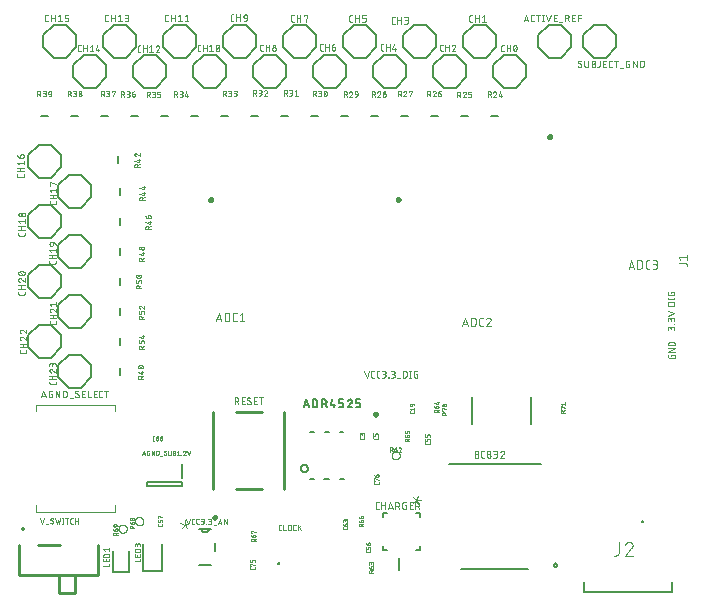
<source format=gbr>
G04 EAGLE Gerber RS-274X export*
G75*
%MOMM*%
%FSLAX34Y34*%
%LPD*%
%INSilkscreen Top*%
%IPPOS*%
%AMOC8*
5,1,8,0,0,1.08239X$1,22.5*%
G01*
%ADD10C,0.050800*%
%ADD11C,0.025400*%
%ADD12C,0.152400*%
%ADD13C,0.076200*%
%ADD14C,0.250000*%
%ADD15C,0.200000*%
%ADD16C,0.050000*%
%ADD17C,0.100000*%
%ADD18C,0.254000*%
%ADD19C,0.180000*%
%ADD20C,0.127000*%
%ADD21C,0.200000*%
%ADD22C,0.101600*%


D10*
X-288742Y124460D02*
X-290040Y124460D01*
X-290110Y124462D01*
X-290180Y124468D01*
X-290250Y124477D01*
X-290319Y124490D01*
X-290387Y124507D01*
X-290454Y124528D01*
X-290520Y124552D01*
X-290585Y124580D01*
X-290648Y124611D01*
X-290709Y124646D01*
X-290768Y124684D01*
X-290826Y124725D01*
X-290880Y124769D01*
X-290933Y124816D01*
X-290982Y124865D01*
X-291029Y124918D01*
X-291073Y124972D01*
X-291114Y125030D01*
X-291152Y125089D01*
X-291187Y125150D01*
X-291218Y125213D01*
X-291246Y125278D01*
X-291270Y125344D01*
X-291291Y125411D01*
X-291308Y125479D01*
X-291321Y125548D01*
X-291330Y125618D01*
X-291336Y125688D01*
X-291338Y125758D01*
X-291338Y129004D01*
X-291336Y129074D01*
X-291330Y129144D01*
X-291321Y129214D01*
X-291308Y129283D01*
X-291291Y129351D01*
X-291270Y129418D01*
X-291246Y129484D01*
X-291218Y129549D01*
X-291187Y129612D01*
X-291152Y129673D01*
X-291114Y129732D01*
X-291073Y129789D01*
X-291029Y129844D01*
X-290982Y129897D01*
X-290933Y129946D01*
X-290880Y129993D01*
X-290826Y130037D01*
X-290768Y130078D01*
X-290709Y130116D01*
X-290648Y130151D01*
X-290585Y130182D01*
X-290520Y130210D01*
X-290455Y130234D01*
X-290387Y130255D01*
X-290319Y130272D01*
X-290250Y130285D01*
X-290180Y130294D01*
X-290110Y130300D01*
X-290040Y130302D01*
X-288742Y130302D01*
X-286368Y130302D02*
X-286368Y124460D01*
X-286368Y127706D02*
X-283123Y127706D01*
X-283123Y130302D02*
X-283123Y124460D01*
X-280788Y124460D02*
X-278840Y130302D01*
X-276893Y124460D01*
X-277380Y125921D02*
X-280301Y125921D01*
X-274521Y124460D02*
X-274521Y130302D01*
X-272898Y130302D01*
X-272818Y130300D01*
X-272739Y130294D01*
X-272660Y130284D01*
X-272581Y130271D01*
X-272504Y130253D01*
X-272427Y130232D01*
X-272351Y130207D01*
X-272277Y130178D01*
X-272204Y130146D01*
X-272133Y130110D01*
X-272064Y130071D01*
X-271996Y130028D01*
X-271931Y129983D01*
X-271868Y129934D01*
X-271808Y129882D01*
X-271750Y129827D01*
X-271695Y129769D01*
X-271643Y129709D01*
X-271594Y129646D01*
X-271549Y129581D01*
X-271506Y129513D01*
X-271467Y129444D01*
X-271431Y129373D01*
X-271399Y129300D01*
X-271370Y129226D01*
X-271345Y129150D01*
X-271324Y129073D01*
X-271306Y128996D01*
X-271293Y128917D01*
X-271283Y128838D01*
X-271277Y128759D01*
X-271275Y128679D01*
X-271277Y128599D01*
X-271283Y128520D01*
X-271293Y128441D01*
X-271306Y128362D01*
X-271324Y128285D01*
X-271345Y128208D01*
X-271370Y128132D01*
X-271399Y128058D01*
X-271431Y127985D01*
X-271467Y127914D01*
X-271506Y127845D01*
X-271549Y127777D01*
X-271594Y127712D01*
X-271643Y127649D01*
X-271695Y127589D01*
X-271750Y127531D01*
X-271808Y127476D01*
X-271868Y127424D01*
X-271931Y127375D01*
X-271996Y127330D01*
X-272064Y127287D01*
X-272133Y127248D01*
X-272204Y127212D01*
X-272277Y127180D01*
X-272351Y127151D01*
X-272427Y127126D01*
X-272504Y127105D01*
X-272581Y127087D01*
X-272660Y127074D01*
X-272739Y127064D01*
X-272818Y127058D01*
X-272898Y127056D01*
X-274521Y127056D01*
X-272573Y127056D02*
X-271275Y124460D01*
X-266380Y127706D02*
X-265406Y127706D01*
X-265406Y124460D01*
X-267354Y124460D01*
X-267424Y124462D01*
X-267494Y124468D01*
X-267564Y124477D01*
X-267633Y124490D01*
X-267701Y124507D01*
X-267768Y124528D01*
X-267834Y124552D01*
X-267899Y124580D01*
X-267962Y124611D01*
X-268023Y124646D01*
X-268082Y124684D01*
X-268140Y124725D01*
X-268194Y124769D01*
X-268247Y124816D01*
X-268296Y124865D01*
X-268343Y124918D01*
X-268387Y124972D01*
X-268428Y125030D01*
X-268466Y125089D01*
X-268501Y125150D01*
X-268532Y125213D01*
X-268560Y125278D01*
X-268584Y125344D01*
X-268605Y125411D01*
X-268622Y125479D01*
X-268635Y125548D01*
X-268644Y125618D01*
X-268650Y125688D01*
X-268652Y125758D01*
X-268652Y129004D01*
X-268650Y129074D01*
X-268644Y129144D01*
X-268635Y129214D01*
X-268622Y129283D01*
X-268605Y129351D01*
X-268584Y129418D01*
X-268560Y129484D01*
X-268532Y129549D01*
X-268501Y129612D01*
X-268466Y129673D01*
X-268428Y129732D01*
X-268387Y129789D01*
X-268343Y129844D01*
X-268296Y129897D01*
X-268247Y129946D01*
X-268194Y129993D01*
X-268140Y130037D01*
X-268082Y130078D01*
X-268023Y130116D01*
X-267962Y130151D01*
X-267899Y130182D01*
X-267834Y130210D01*
X-267769Y130234D01*
X-267701Y130255D01*
X-267633Y130272D01*
X-267564Y130285D01*
X-267494Y130294D01*
X-267424Y130300D01*
X-267354Y130302D01*
X-265406Y130302D01*
X-262545Y124460D02*
X-259948Y124460D01*
X-262545Y124460D02*
X-262545Y130302D01*
X-259948Y130302D01*
X-260597Y127706D02*
X-262545Y127706D01*
X-257566Y130302D02*
X-257566Y124460D01*
X-257566Y130302D02*
X-255944Y130302D01*
X-255864Y130300D01*
X-255785Y130294D01*
X-255706Y130284D01*
X-255627Y130271D01*
X-255550Y130253D01*
X-255473Y130232D01*
X-255397Y130207D01*
X-255323Y130178D01*
X-255250Y130146D01*
X-255179Y130110D01*
X-255110Y130071D01*
X-255042Y130028D01*
X-254977Y129983D01*
X-254914Y129934D01*
X-254854Y129882D01*
X-254796Y129827D01*
X-254741Y129769D01*
X-254689Y129709D01*
X-254640Y129646D01*
X-254595Y129581D01*
X-254552Y129513D01*
X-254513Y129444D01*
X-254477Y129373D01*
X-254445Y129300D01*
X-254416Y129226D01*
X-254391Y129150D01*
X-254370Y129073D01*
X-254352Y128996D01*
X-254339Y128917D01*
X-254329Y128838D01*
X-254323Y128759D01*
X-254321Y128679D01*
X-254323Y128599D01*
X-254329Y128520D01*
X-254339Y128441D01*
X-254352Y128362D01*
X-254370Y128285D01*
X-254391Y128208D01*
X-254416Y128132D01*
X-254445Y128058D01*
X-254477Y127985D01*
X-254513Y127914D01*
X-254552Y127845D01*
X-254595Y127777D01*
X-254640Y127712D01*
X-254689Y127649D01*
X-254741Y127589D01*
X-254796Y127531D01*
X-254854Y127476D01*
X-254914Y127424D01*
X-254977Y127375D01*
X-255042Y127330D01*
X-255110Y127287D01*
X-255179Y127248D01*
X-255250Y127212D01*
X-255323Y127180D01*
X-255397Y127151D01*
X-255473Y127126D01*
X-255550Y127105D01*
X-255627Y127087D01*
X-255706Y127074D01*
X-255785Y127064D01*
X-255864Y127058D01*
X-255944Y127056D01*
X-257566Y127056D01*
X-255619Y127056D02*
X-254321Y124460D01*
X-41063Y254296D02*
X-41063Y255185D01*
X-38100Y255185D01*
X-38100Y253407D01*
X-38102Y253341D01*
X-38107Y253274D01*
X-38117Y253209D01*
X-38130Y253143D01*
X-38146Y253079D01*
X-38166Y253016D01*
X-38190Y252954D01*
X-38217Y252893D01*
X-38248Y252834D01*
X-38282Y252777D01*
X-38319Y252721D01*
X-38359Y252668D01*
X-38401Y252617D01*
X-38447Y252569D01*
X-38495Y252523D01*
X-38546Y252481D01*
X-38599Y252441D01*
X-38655Y252404D01*
X-38712Y252370D01*
X-38771Y252339D01*
X-38832Y252312D01*
X-38894Y252288D01*
X-38957Y252268D01*
X-39021Y252252D01*
X-39087Y252239D01*
X-39152Y252229D01*
X-39219Y252224D01*
X-39285Y252222D01*
X-42249Y252222D01*
X-42315Y252224D01*
X-42382Y252229D01*
X-42447Y252239D01*
X-42513Y252252D01*
X-42577Y252268D01*
X-42640Y252288D01*
X-42702Y252312D01*
X-42763Y252339D01*
X-42822Y252370D01*
X-42879Y252404D01*
X-42935Y252441D01*
X-42988Y252481D01*
X-43039Y252523D01*
X-43087Y252569D01*
X-43133Y252617D01*
X-43175Y252668D01*
X-43215Y252721D01*
X-43252Y252777D01*
X-43286Y252834D01*
X-43317Y252893D01*
X-43344Y252953D01*
X-43367Y253016D01*
X-43388Y253079D01*
X-43404Y253143D01*
X-43417Y253208D01*
X-43427Y253274D01*
X-43432Y253341D01*
X-43434Y253407D01*
X-43434Y255185D01*
X-43434Y257830D02*
X-38100Y257830D01*
X-38100Y260794D02*
X-43434Y257830D01*
X-43434Y260794D02*
X-38100Y260794D01*
X-38100Y263439D02*
X-43434Y263439D01*
X-43434Y264920D01*
X-43432Y264995D01*
X-43426Y265070D01*
X-43417Y265144D01*
X-43404Y265218D01*
X-43387Y265291D01*
X-43366Y265364D01*
X-43342Y265435D01*
X-43314Y265504D01*
X-43283Y265573D01*
X-43248Y265639D01*
X-43210Y265704D01*
X-43168Y265767D01*
X-43124Y265827D01*
X-43076Y265885D01*
X-43026Y265941D01*
X-42973Y265994D01*
X-42917Y266044D01*
X-42859Y266092D01*
X-42799Y266136D01*
X-42736Y266178D01*
X-42671Y266216D01*
X-42605Y266251D01*
X-42536Y266282D01*
X-42467Y266310D01*
X-42396Y266334D01*
X-42323Y266355D01*
X-42250Y266372D01*
X-42176Y266385D01*
X-42102Y266394D01*
X-42027Y266400D01*
X-41952Y266402D01*
X-39582Y266402D01*
X-39507Y266400D01*
X-39432Y266394D01*
X-39358Y266385D01*
X-39284Y266372D01*
X-39211Y266355D01*
X-39138Y266334D01*
X-39067Y266310D01*
X-38998Y266282D01*
X-38929Y266251D01*
X-38863Y266216D01*
X-38798Y266178D01*
X-38735Y266136D01*
X-38675Y266092D01*
X-38617Y266044D01*
X-38561Y265994D01*
X-38508Y265941D01*
X-38458Y265885D01*
X-38410Y265827D01*
X-38366Y265767D01*
X-38324Y265704D01*
X-38286Y265639D01*
X-38251Y265573D01*
X-38220Y265504D01*
X-38192Y265435D01*
X-38168Y265364D01*
X-38147Y265291D01*
X-38130Y265218D01*
X-38117Y265144D01*
X-38108Y265070D01*
X-38102Y264995D01*
X-38100Y264920D01*
X-38100Y263439D01*
X-38608Y276098D02*
X-38608Y277580D01*
X-38610Y277656D01*
X-38616Y277732D01*
X-38626Y277808D01*
X-38639Y277883D01*
X-38657Y277957D01*
X-38678Y278031D01*
X-38703Y278103D01*
X-38732Y278173D01*
X-38764Y278243D01*
X-38800Y278310D01*
X-38840Y278375D01*
X-38882Y278439D01*
X-38928Y278500D01*
X-38977Y278558D01*
X-39029Y278614D01*
X-39083Y278668D01*
X-39141Y278718D01*
X-39200Y278765D01*
X-39263Y278810D01*
X-39327Y278851D01*
X-39393Y278888D01*
X-39462Y278922D01*
X-39532Y278953D01*
X-39603Y278980D01*
X-39676Y279003D01*
X-39750Y279022D01*
X-39824Y279038D01*
X-39900Y279050D01*
X-39976Y279058D01*
X-40052Y279062D01*
X-40128Y279062D01*
X-40204Y279058D01*
X-40280Y279050D01*
X-40356Y279038D01*
X-40430Y279022D01*
X-40504Y279003D01*
X-40577Y278980D01*
X-40648Y278953D01*
X-40718Y278922D01*
X-40787Y278888D01*
X-40853Y278851D01*
X-40917Y278810D01*
X-40980Y278765D01*
X-41039Y278718D01*
X-41097Y278668D01*
X-41151Y278614D01*
X-41203Y278558D01*
X-41252Y278500D01*
X-41298Y278439D01*
X-41340Y278375D01*
X-41380Y278310D01*
X-41416Y278243D01*
X-41448Y278173D01*
X-41477Y278103D01*
X-41502Y278031D01*
X-41523Y277957D01*
X-41541Y277883D01*
X-41554Y277808D01*
X-41564Y277732D01*
X-41570Y277656D01*
X-41572Y277580D01*
X-43942Y277876D02*
X-43942Y276098D01*
X-43942Y277876D02*
X-43940Y277944D01*
X-43934Y278011D01*
X-43925Y278078D01*
X-43911Y278144D01*
X-43894Y278210D01*
X-43873Y278274D01*
X-43849Y278337D01*
X-43820Y278399D01*
X-43789Y278459D01*
X-43754Y278517D01*
X-43716Y278573D01*
X-43674Y278626D01*
X-43630Y278677D01*
X-43583Y278726D01*
X-43533Y278772D01*
X-43481Y278814D01*
X-43426Y278854D01*
X-43369Y278891D01*
X-43310Y278924D01*
X-43249Y278954D01*
X-43187Y278980D01*
X-43123Y279003D01*
X-43058Y279022D01*
X-42992Y279037D01*
X-42926Y279049D01*
X-42858Y279057D01*
X-42791Y279061D01*
X-42723Y279061D01*
X-42656Y279057D01*
X-42588Y279049D01*
X-42522Y279037D01*
X-42456Y279022D01*
X-42391Y279003D01*
X-42327Y278980D01*
X-42265Y278954D01*
X-42204Y278924D01*
X-42145Y278891D01*
X-42088Y278854D01*
X-42033Y278814D01*
X-41981Y278772D01*
X-41931Y278726D01*
X-41884Y278677D01*
X-41840Y278626D01*
X-41798Y278573D01*
X-41760Y278517D01*
X-41725Y278459D01*
X-41694Y278399D01*
X-41665Y278337D01*
X-41641Y278274D01*
X-41620Y278210D01*
X-41603Y278144D01*
X-41589Y278078D01*
X-41580Y278011D01*
X-41574Y277944D01*
X-41572Y277876D01*
X-41571Y277876D02*
X-41571Y276691D01*
X-38904Y281112D02*
X-38608Y281112D01*
X-38904Y281112D02*
X-38904Y281408D01*
X-38608Y281408D01*
X-38608Y281112D01*
X-38608Y283459D02*
X-38608Y284940D01*
X-38610Y285016D01*
X-38616Y285092D01*
X-38626Y285168D01*
X-38639Y285243D01*
X-38657Y285317D01*
X-38678Y285391D01*
X-38703Y285463D01*
X-38732Y285533D01*
X-38764Y285603D01*
X-38800Y285670D01*
X-38840Y285735D01*
X-38882Y285799D01*
X-38928Y285860D01*
X-38977Y285918D01*
X-39029Y285974D01*
X-39083Y286028D01*
X-39141Y286078D01*
X-39200Y286125D01*
X-39263Y286170D01*
X-39327Y286211D01*
X-39393Y286248D01*
X-39462Y286282D01*
X-39532Y286313D01*
X-39603Y286340D01*
X-39676Y286363D01*
X-39750Y286382D01*
X-39824Y286398D01*
X-39900Y286410D01*
X-39976Y286418D01*
X-40052Y286422D01*
X-40128Y286422D01*
X-40204Y286418D01*
X-40280Y286410D01*
X-40356Y286398D01*
X-40430Y286382D01*
X-40504Y286363D01*
X-40577Y286340D01*
X-40648Y286313D01*
X-40718Y286282D01*
X-40787Y286248D01*
X-40853Y286211D01*
X-40917Y286170D01*
X-40980Y286125D01*
X-41039Y286078D01*
X-41097Y286028D01*
X-41151Y285974D01*
X-41203Y285918D01*
X-41252Y285860D01*
X-41298Y285799D01*
X-41340Y285735D01*
X-41380Y285670D01*
X-41416Y285603D01*
X-41448Y285533D01*
X-41477Y285463D01*
X-41502Y285391D01*
X-41523Y285317D01*
X-41541Y285243D01*
X-41554Y285168D01*
X-41564Y285092D01*
X-41570Y285016D01*
X-41572Y284940D01*
X-43942Y285237D02*
X-43942Y283459D01*
X-43942Y285237D02*
X-43940Y285305D01*
X-43934Y285372D01*
X-43925Y285439D01*
X-43911Y285505D01*
X-43894Y285571D01*
X-43873Y285635D01*
X-43849Y285698D01*
X-43820Y285760D01*
X-43789Y285820D01*
X-43754Y285878D01*
X-43716Y285934D01*
X-43674Y285987D01*
X-43630Y286038D01*
X-43583Y286087D01*
X-43533Y286133D01*
X-43481Y286175D01*
X-43426Y286215D01*
X-43369Y286252D01*
X-43310Y286285D01*
X-43249Y286315D01*
X-43187Y286341D01*
X-43123Y286364D01*
X-43058Y286383D01*
X-42992Y286398D01*
X-42926Y286410D01*
X-42858Y286418D01*
X-42791Y286422D01*
X-42723Y286422D01*
X-42656Y286418D01*
X-42588Y286410D01*
X-42522Y286398D01*
X-42456Y286383D01*
X-42391Y286364D01*
X-42327Y286341D01*
X-42265Y286315D01*
X-42204Y286285D01*
X-42145Y286252D01*
X-42088Y286215D01*
X-42033Y286175D01*
X-41981Y286133D01*
X-41931Y286087D01*
X-41884Y286038D01*
X-41840Y285987D01*
X-41798Y285934D01*
X-41760Y285878D01*
X-41725Y285820D01*
X-41694Y285760D01*
X-41665Y285698D01*
X-41641Y285635D01*
X-41620Y285571D01*
X-41603Y285505D01*
X-41589Y285439D01*
X-41580Y285372D01*
X-41574Y285305D01*
X-41572Y285237D01*
X-41571Y285237D02*
X-41571Y284051D01*
X-43942Y288420D02*
X-38608Y290198D01*
X-43942Y291976D01*
X-43942Y296954D02*
X-38608Y296954D01*
X-43942Y296954D02*
X-43942Y298435D01*
X-43940Y298510D01*
X-43934Y298585D01*
X-43925Y298659D01*
X-43912Y298733D01*
X-43895Y298806D01*
X-43874Y298879D01*
X-43850Y298950D01*
X-43822Y299019D01*
X-43791Y299088D01*
X-43756Y299154D01*
X-43718Y299219D01*
X-43676Y299282D01*
X-43632Y299342D01*
X-43584Y299400D01*
X-43534Y299456D01*
X-43481Y299509D01*
X-43425Y299559D01*
X-43367Y299607D01*
X-43307Y299651D01*
X-43244Y299693D01*
X-43179Y299731D01*
X-43113Y299766D01*
X-43044Y299797D01*
X-42975Y299825D01*
X-42904Y299849D01*
X-42831Y299870D01*
X-42758Y299887D01*
X-42684Y299900D01*
X-42610Y299909D01*
X-42535Y299915D01*
X-42460Y299917D01*
X-40090Y299917D01*
X-40015Y299915D01*
X-39940Y299909D01*
X-39866Y299900D01*
X-39792Y299887D01*
X-39719Y299870D01*
X-39646Y299849D01*
X-39575Y299825D01*
X-39506Y299797D01*
X-39437Y299766D01*
X-39371Y299731D01*
X-39306Y299693D01*
X-39243Y299651D01*
X-39183Y299607D01*
X-39125Y299559D01*
X-39069Y299509D01*
X-39016Y299456D01*
X-38966Y299400D01*
X-38918Y299342D01*
X-38874Y299282D01*
X-38832Y299219D01*
X-38794Y299154D01*
X-38759Y299088D01*
X-38728Y299019D01*
X-38700Y298950D01*
X-38676Y298879D01*
X-38655Y298806D01*
X-38638Y298733D01*
X-38625Y298659D01*
X-38616Y298585D01*
X-38610Y298510D01*
X-38608Y298435D01*
X-38608Y296954D01*
X-38608Y302817D02*
X-43942Y302817D01*
X-38608Y302224D02*
X-38608Y303410D01*
X-43942Y303410D02*
X-43942Y302224D01*
X-41571Y307791D02*
X-41571Y308680D01*
X-38608Y308680D01*
X-38608Y306902D01*
X-38610Y306836D01*
X-38615Y306769D01*
X-38625Y306704D01*
X-38638Y306638D01*
X-38654Y306574D01*
X-38674Y306511D01*
X-38698Y306449D01*
X-38725Y306388D01*
X-38756Y306329D01*
X-38790Y306272D01*
X-38827Y306216D01*
X-38867Y306163D01*
X-38909Y306112D01*
X-38955Y306064D01*
X-39003Y306018D01*
X-39054Y305976D01*
X-39107Y305936D01*
X-39163Y305899D01*
X-39220Y305865D01*
X-39279Y305834D01*
X-39340Y305807D01*
X-39402Y305783D01*
X-39465Y305763D01*
X-39529Y305747D01*
X-39595Y305734D01*
X-39660Y305724D01*
X-39727Y305719D01*
X-39793Y305717D01*
X-42757Y305717D01*
X-42823Y305719D01*
X-42890Y305724D01*
X-42955Y305734D01*
X-43021Y305747D01*
X-43085Y305763D01*
X-43148Y305783D01*
X-43210Y305807D01*
X-43271Y305834D01*
X-43330Y305865D01*
X-43387Y305899D01*
X-43443Y305936D01*
X-43496Y305976D01*
X-43547Y306018D01*
X-43595Y306064D01*
X-43641Y306112D01*
X-43683Y306163D01*
X-43723Y306216D01*
X-43760Y306272D01*
X-43794Y306329D01*
X-43825Y306388D01*
X-43852Y306448D01*
X-43875Y306511D01*
X-43896Y306574D01*
X-43912Y306638D01*
X-43925Y306703D01*
X-43935Y306769D01*
X-43940Y306836D01*
X-43942Y306902D01*
X-43942Y308680D01*
D11*
X-258826Y207249D02*
X-258826Y206459D01*
X-258828Y206405D01*
X-258833Y206351D01*
X-258843Y206298D01*
X-258855Y206246D01*
X-258872Y206194D01*
X-258891Y206144D01*
X-258915Y206096D01*
X-258941Y206049D01*
X-258971Y206003D01*
X-259003Y205960D01*
X-259039Y205920D01*
X-259077Y205882D01*
X-259117Y205846D01*
X-259160Y205814D01*
X-259206Y205784D01*
X-259253Y205758D01*
X-259301Y205734D01*
X-259351Y205715D01*
X-259403Y205698D01*
X-259455Y205686D01*
X-259508Y205676D01*
X-259562Y205671D01*
X-259616Y205669D01*
X-259616Y205668D02*
X-261592Y205668D01*
X-261592Y205669D02*
X-261646Y205671D01*
X-261700Y205676D01*
X-261753Y205686D01*
X-261805Y205698D01*
X-261857Y205715D01*
X-261907Y205734D01*
X-261955Y205758D01*
X-262002Y205784D01*
X-262048Y205814D01*
X-262091Y205846D01*
X-262131Y205882D01*
X-262169Y205920D01*
X-262205Y205960D01*
X-262237Y206003D01*
X-262267Y206049D01*
X-262293Y206096D01*
X-262317Y206144D01*
X-262336Y206194D01*
X-262353Y206246D01*
X-262365Y206298D01*
X-262375Y206351D01*
X-262380Y206405D01*
X-262382Y206459D01*
X-262382Y207249D01*
X-261592Y208535D02*
X-262382Y209523D01*
X-258826Y209523D01*
X-258826Y208535D02*
X-258826Y210511D01*
X-260406Y212754D02*
X-260406Y213940D01*
X-260407Y212754D02*
X-260409Y212700D01*
X-260414Y212646D01*
X-260424Y212593D01*
X-260436Y212541D01*
X-260453Y212489D01*
X-260472Y212439D01*
X-260496Y212391D01*
X-260522Y212344D01*
X-260552Y212298D01*
X-260584Y212255D01*
X-260620Y212215D01*
X-260658Y212177D01*
X-260698Y212141D01*
X-260741Y212109D01*
X-260787Y212079D01*
X-260834Y212053D01*
X-260882Y212029D01*
X-260932Y212010D01*
X-260984Y211993D01*
X-261036Y211981D01*
X-261089Y211971D01*
X-261143Y211966D01*
X-261197Y211964D01*
X-261394Y211964D01*
X-261456Y211966D01*
X-261518Y211972D01*
X-261579Y211982D01*
X-261640Y211995D01*
X-261699Y212012D01*
X-261758Y212033D01*
X-261815Y212058D01*
X-261870Y212086D01*
X-261923Y212118D01*
X-261975Y212153D01*
X-262024Y212191D01*
X-262070Y212232D01*
X-262114Y212276D01*
X-262155Y212322D01*
X-262193Y212371D01*
X-262228Y212423D01*
X-262260Y212476D01*
X-262288Y212531D01*
X-262313Y212588D01*
X-262334Y212647D01*
X-262351Y212706D01*
X-262364Y212767D01*
X-262374Y212828D01*
X-262380Y212890D01*
X-262382Y212952D01*
X-262380Y213014D01*
X-262374Y213076D01*
X-262364Y213137D01*
X-262351Y213198D01*
X-262334Y213257D01*
X-262313Y213316D01*
X-262288Y213373D01*
X-262260Y213428D01*
X-262228Y213481D01*
X-262193Y213533D01*
X-262155Y213582D01*
X-262114Y213628D01*
X-262070Y213672D01*
X-262024Y213713D01*
X-261975Y213751D01*
X-261923Y213786D01*
X-261870Y213818D01*
X-261815Y213846D01*
X-261758Y213871D01*
X-261699Y213892D01*
X-261640Y213909D01*
X-261579Y213922D01*
X-261518Y213932D01*
X-261456Y213938D01*
X-261394Y213940D01*
X-260406Y213940D01*
X-260406Y213939D02*
X-260328Y213937D01*
X-260251Y213931D01*
X-260174Y213922D01*
X-260098Y213909D01*
X-260022Y213892D01*
X-259947Y213871D01*
X-259874Y213847D01*
X-259801Y213819D01*
X-259730Y213787D01*
X-259661Y213752D01*
X-259594Y213714D01*
X-259528Y213673D01*
X-259465Y213628D01*
X-259404Y213580D01*
X-259345Y213530D01*
X-259289Y213476D01*
X-259235Y213420D01*
X-259185Y213361D01*
X-259137Y213300D01*
X-259092Y213237D01*
X-259051Y213171D01*
X-259013Y213104D01*
X-258978Y213035D01*
X-258946Y212964D01*
X-258918Y212891D01*
X-258894Y212818D01*
X-258873Y212743D01*
X-258856Y212667D01*
X-258843Y212591D01*
X-258834Y212514D01*
X-258828Y212437D01*
X-258826Y212359D01*
X-301244Y185595D02*
X-301244Y184805D01*
X-301246Y184751D01*
X-301251Y184697D01*
X-301261Y184644D01*
X-301273Y184592D01*
X-301290Y184540D01*
X-301309Y184490D01*
X-301333Y184442D01*
X-301359Y184395D01*
X-301389Y184349D01*
X-301421Y184306D01*
X-301457Y184266D01*
X-301495Y184228D01*
X-301535Y184192D01*
X-301578Y184160D01*
X-301624Y184130D01*
X-301671Y184104D01*
X-301719Y184080D01*
X-301769Y184061D01*
X-301821Y184044D01*
X-301873Y184032D01*
X-301926Y184022D01*
X-301980Y184017D01*
X-302034Y184015D01*
X-304010Y184015D01*
X-304064Y184017D01*
X-304118Y184022D01*
X-304171Y184032D01*
X-304223Y184044D01*
X-304275Y184061D01*
X-304325Y184080D01*
X-304373Y184104D01*
X-304420Y184130D01*
X-304466Y184160D01*
X-304509Y184192D01*
X-304549Y184228D01*
X-304587Y184266D01*
X-304623Y184306D01*
X-304655Y184349D01*
X-304685Y184395D01*
X-304711Y184442D01*
X-304735Y184490D01*
X-304754Y184540D01*
X-304771Y184592D01*
X-304783Y184644D01*
X-304793Y184697D01*
X-304798Y184751D01*
X-304800Y184805D01*
X-304800Y185595D01*
X-301244Y186882D02*
X-301244Y187869D01*
X-301246Y187931D01*
X-301252Y187993D01*
X-301262Y188054D01*
X-301275Y188115D01*
X-301292Y188174D01*
X-301313Y188233D01*
X-301338Y188290D01*
X-301366Y188345D01*
X-301398Y188398D01*
X-301433Y188450D01*
X-301471Y188499D01*
X-301512Y188545D01*
X-301556Y188589D01*
X-301602Y188630D01*
X-301651Y188668D01*
X-301703Y188703D01*
X-301756Y188735D01*
X-301811Y188763D01*
X-301868Y188788D01*
X-301927Y188809D01*
X-301986Y188826D01*
X-302047Y188839D01*
X-302108Y188849D01*
X-302170Y188855D01*
X-302232Y188857D01*
X-302294Y188855D01*
X-302356Y188849D01*
X-302417Y188839D01*
X-302478Y188826D01*
X-302537Y188809D01*
X-302596Y188788D01*
X-302653Y188763D01*
X-302708Y188735D01*
X-302761Y188703D01*
X-302813Y188668D01*
X-302862Y188630D01*
X-302908Y188589D01*
X-302952Y188545D01*
X-302993Y188499D01*
X-303031Y188450D01*
X-303066Y188398D01*
X-303098Y188345D01*
X-303126Y188290D01*
X-303151Y188233D01*
X-303172Y188174D01*
X-303189Y188115D01*
X-303202Y188054D01*
X-303212Y187993D01*
X-303218Y187931D01*
X-303220Y187869D01*
X-304800Y188067D02*
X-304800Y186882D01*
X-304800Y188067D02*
X-304798Y188122D01*
X-304792Y188177D01*
X-304783Y188231D01*
X-304769Y188285D01*
X-304752Y188337D01*
X-304732Y188388D01*
X-304708Y188438D01*
X-304680Y188486D01*
X-304649Y188531D01*
X-304615Y188575D01*
X-304578Y188616D01*
X-304539Y188654D01*
X-304496Y188690D01*
X-304452Y188722D01*
X-304405Y188751D01*
X-304356Y188777D01*
X-304306Y188799D01*
X-304254Y188818D01*
X-304201Y188834D01*
X-304147Y188845D01*
X-304093Y188853D01*
X-304038Y188857D01*
X-303982Y188857D01*
X-303927Y188853D01*
X-303873Y188845D01*
X-303819Y188834D01*
X-303766Y188818D01*
X-303714Y188799D01*
X-303664Y188777D01*
X-303615Y188751D01*
X-303568Y188722D01*
X-303524Y188690D01*
X-303481Y188654D01*
X-303442Y188616D01*
X-303405Y188575D01*
X-303371Y188531D01*
X-303340Y188486D01*
X-303312Y188438D01*
X-303288Y188388D01*
X-303268Y188337D01*
X-303251Y188285D01*
X-303237Y188231D01*
X-303228Y188177D01*
X-303222Y188122D01*
X-303220Y188067D01*
X-303220Y187277D01*
X-289560Y185341D02*
X-289560Y184551D01*
X-289562Y184497D01*
X-289567Y184443D01*
X-289577Y184390D01*
X-289589Y184338D01*
X-289606Y184286D01*
X-289625Y184236D01*
X-289649Y184188D01*
X-289675Y184141D01*
X-289705Y184095D01*
X-289737Y184052D01*
X-289773Y184012D01*
X-289811Y183974D01*
X-289851Y183938D01*
X-289894Y183906D01*
X-289940Y183876D01*
X-289987Y183850D01*
X-290035Y183826D01*
X-290085Y183807D01*
X-290137Y183790D01*
X-290189Y183778D01*
X-290242Y183768D01*
X-290296Y183763D01*
X-290350Y183761D01*
X-292326Y183761D01*
X-292380Y183763D01*
X-292434Y183768D01*
X-292487Y183778D01*
X-292539Y183790D01*
X-292591Y183807D01*
X-292641Y183826D01*
X-292689Y183850D01*
X-292736Y183876D01*
X-292782Y183906D01*
X-292825Y183938D01*
X-292865Y183974D01*
X-292903Y184012D01*
X-292939Y184052D01*
X-292971Y184095D01*
X-293001Y184141D01*
X-293027Y184188D01*
X-293051Y184236D01*
X-293070Y184286D01*
X-293087Y184338D01*
X-293099Y184390D01*
X-293109Y184443D01*
X-293114Y184497D01*
X-293116Y184551D01*
X-293116Y185341D01*
X-289560Y186628D02*
X-289560Y187813D01*
X-289562Y187867D01*
X-289567Y187921D01*
X-289577Y187974D01*
X-289589Y188026D01*
X-289606Y188078D01*
X-289625Y188128D01*
X-289649Y188176D01*
X-289675Y188223D01*
X-289705Y188269D01*
X-289737Y188312D01*
X-289773Y188352D01*
X-289811Y188390D01*
X-289851Y188426D01*
X-289894Y188458D01*
X-289940Y188488D01*
X-289987Y188514D01*
X-290035Y188538D01*
X-290085Y188557D01*
X-290137Y188574D01*
X-290189Y188586D01*
X-290242Y188596D01*
X-290296Y188601D01*
X-290350Y188603D01*
X-290745Y188603D01*
X-290799Y188601D01*
X-290853Y188596D01*
X-290906Y188586D01*
X-290958Y188574D01*
X-291010Y188557D01*
X-291060Y188538D01*
X-291108Y188514D01*
X-291155Y188488D01*
X-291201Y188458D01*
X-291244Y188426D01*
X-291284Y188390D01*
X-291322Y188352D01*
X-291358Y188312D01*
X-291390Y188269D01*
X-291420Y188223D01*
X-291446Y188176D01*
X-291470Y188128D01*
X-291489Y188078D01*
X-291506Y188026D01*
X-291518Y187974D01*
X-291528Y187921D01*
X-291533Y187867D01*
X-291535Y187813D01*
X-291536Y187813D02*
X-291536Y186628D01*
X-293116Y186628D01*
X-293116Y188603D01*
X-245618Y181087D02*
X-245618Y180297D01*
X-245620Y180243D01*
X-245625Y180189D01*
X-245635Y180136D01*
X-245647Y180084D01*
X-245664Y180032D01*
X-245683Y179982D01*
X-245707Y179934D01*
X-245733Y179887D01*
X-245763Y179841D01*
X-245795Y179798D01*
X-245831Y179758D01*
X-245869Y179720D01*
X-245909Y179684D01*
X-245952Y179652D01*
X-245998Y179622D01*
X-246045Y179596D01*
X-246093Y179572D01*
X-246143Y179553D01*
X-246195Y179536D01*
X-246247Y179524D01*
X-246300Y179514D01*
X-246354Y179509D01*
X-246408Y179507D01*
X-246408Y179506D02*
X-248384Y179506D01*
X-248384Y179507D02*
X-248438Y179509D01*
X-248492Y179514D01*
X-248545Y179524D01*
X-248597Y179536D01*
X-248649Y179553D01*
X-248699Y179572D01*
X-248747Y179596D01*
X-248794Y179622D01*
X-248840Y179652D01*
X-248883Y179684D01*
X-248923Y179720D01*
X-248961Y179758D01*
X-248997Y179798D01*
X-249029Y179841D01*
X-249059Y179887D01*
X-249085Y179934D01*
X-249109Y179982D01*
X-249128Y180032D01*
X-249145Y180084D01*
X-249157Y180136D01*
X-249167Y180189D01*
X-249172Y180243D01*
X-249174Y180297D01*
X-249174Y181087D01*
X-245618Y182373D02*
X-245618Y183558D01*
X-245620Y183612D01*
X-245625Y183666D01*
X-245635Y183719D01*
X-245647Y183771D01*
X-245664Y183823D01*
X-245683Y183873D01*
X-245707Y183921D01*
X-245733Y183968D01*
X-245763Y184014D01*
X-245795Y184057D01*
X-245831Y184097D01*
X-245869Y184135D01*
X-245909Y184171D01*
X-245952Y184203D01*
X-245998Y184233D01*
X-246045Y184259D01*
X-246093Y184283D01*
X-246143Y184302D01*
X-246195Y184319D01*
X-246247Y184331D01*
X-246300Y184341D01*
X-246354Y184346D01*
X-246408Y184348D01*
X-246408Y184349D02*
X-246803Y184349D01*
X-246803Y184348D02*
X-246857Y184346D01*
X-246911Y184341D01*
X-246964Y184331D01*
X-247016Y184319D01*
X-247068Y184302D01*
X-247118Y184283D01*
X-247166Y184259D01*
X-247213Y184233D01*
X-247259Y184203D01*
X-247302Y184171D01*
X-247342Y184135D01*
X-247380Y184097D01*
X-247416Y184057D01*
X-247448Y184014D01*
X-247478Y183968D01*
X-247504Y183921D01*
X-247528Y183873D01*
X-247547Y183823D01*
X-247564Y183771D01*
X-247576Y183719D01*
X-247586Y183666D01*
X-247591Y183612D01*
X-247593Y183558D01*
X-247594Y183558D02*
X-247594Y182373D01*
X-249174Y182373D01*
X-249174Y184349D01*
X-245618Y185802D02*
X-245618Y186987D01*
X-245620Y187041D01*
X-245625Y187095D01*
X-245635Y187148D01*
X-245647Y187200D01*
X-245664Y187252D01*
X-245683Y187302D01*
X-245707Y187350D01*
X-245733Y187397D01*
X-245763Y187443D01*
X-245795Y187486D01*
X-245831Y187526D01*
X-245869Y187564D01*
X-245909Y187600D01*
X-245952Y187632D01*
X-245998Y187662D01*
X-246045Y187688D01*
X-246093Y187712D01*
X-246143Y187731D01*
X-246195Y187748D01*
X-246247Y187760D01*
X-246300Y187770D01*
X-246354Y187775D01*
X-246408Y187777D01*
X-246408Y187778D02*
X-246803Y187778D01*
X-246803Y187777D02*
X-246857Y187775D01*
X-246911Y187770D01*
X-246964Y187760D01*
X-247016Y187748D01*
X-247068Y187731D01*
X-247118Y187712D01*
X-247166Y187688D01*
X-247213Y187662D01*
X-247259Y187632D01*
X-247302Y187600D01*
X-247342Y187564D01*
X-247380Y187526D01*
X-247416Y187486D01*
X-247448Y187443D01*
X-247478Y187397D01*
X-247504Y187350D01*
X-247528Y187302D01*
X-247547Y187252D01*
X-247564Y187200D01*
X-247576Y187148D01*
X-247586Y187095D01*
X-247591Y187041D01*
X-247593Y186987D01*
X-247594Y186987D02*
X-247594Y185802D01*
X-249174Y185802D01*
X-249174Y187778D01*
X-295910Y89647D02*
X-295910Y88857D01*
X-295912Y88803D01*
X-295917Y88749D01*
X-295927Y88696D01*
X-295939Y88644D01*
X-295956Y88592D01*
X-295975Y88542D01*
X-295999Y88494D01*
X-296025Y88447D01*
X-296055Y88401D01*
X-296087Y88358D01*
X-296123Y88318D01*
X-296161Y88280D01*
X-296201Y88244D01*
X-296244Y88212D01*
X-296290Y88182D01*
X-296337Y88156D01*
X-296385Y88132D01*
X-296435Y88113D01*
X-296487Y88096D01*
X-296539Y88084D01*
X-296592Y88074D01*
X-296646Y88069D01*
X-296700Y88067D01*
X-296700Y88066D02*
X-298676Y88066D01*
X-298676Y88067D02*
X-298730Y88069D01*
X-298784Y88074D01*
X-298837Y88084D01*
X-298889Y88096D01*
X-298941Y88113D01*
X-298991Y88132D01*
X-299039Y88156D01*
X-299086Y88182D01*
X-299132Y88212D01*
X-299175Y88244D01*
X-299215Y88280D01*
X-299253Y88318D01*
X-299289Y88358D01*
X-299321Y88401D01*
X-299351Y88447D01*
X-299377Y88494D01*
X-299401Y88542D01*
X-299420Y88592D01*
X-299437Y88644D01*
X-299449Y88696D01*
X-299459Y88749D01*
X-299464Y88803D01*
X-299466Y88857D01*
X-299466Y89647D01*
X-295910Y90933D02*
X-295910Y92118D01*
X-295912Y92172D01*
X-295917Y92226D01*
X-295927Y92279D01*
X-295939Y92331D01*
X-295956Y92383D01*
X-295975Y92433D01*
X-295999Y92481D01*
X-296025Y92528D01*
X-296055Y92574D01*
X-296087Y92617D01*
X-296123Y92657D01*
X-296161Y92695D01*
X-296201Y92731D01*
X-296244Y92763D01*
X-296290Y92793D01*
X-296337Y92819D01*
X-296385Y92843D01*
X-296435Y92862D01*
X-296487Y92879D01*
X-296539Y92891D01*
X-296592Y92901D01*
X-296646Y92906D01*
X-296700Y92908D01*
X-296700Y92909D02*
X-297095Y92909D01*
X-297095Y92908D02*
X-297149Y92906D01*
X-297203Y92901D01*
X-297256Y92891D01*
X-297308Y92879D01*
X-297360Y92862D01*
X-297410Y92843D01*
X-297458Y92819D01*
X-297505Y92793D01*
X-297551Y92763D01*
X-297594Y92731D01*
X-297634Y92695D01*
X-297672Y92657D01*
X-297708Y92617D01*
X-297740Y92574D01*
X-297770Y92528D01*
X-297796Y92481D01*
X-297820Y92433D01*
X-297839Y92383D01*
X-297856Y92331D01*
X-297868Y92279D01*
X-297878Y92226D01*
X-297883Y92172D01*
X-297885Y92118D01*
X-297886Y92118D02*
X-297886Y90933D01*
X-299466Y90933D01*
X-299466Y92909D01*
X-297886Y94362D02*
X-297886Y95547D01*
X-297885Y95547D02*
X-297883Y95601D01*
X-297878Y95655D01*
X-297868Y95708D01*
X-297856Y95760D01*
X-297839Y95812D01*
X-297820Y95862D01*
X-297796Y95910D01*
X-297770Y95957D01*
X-297740Y96003D01*
X-297708Y96046D01*
X-297672Y96086D01*
X-297634Y96124D01*
X-297594Y96160D01*
X-297551Y96192D01*
X-297505Y96222D01*
X-297458Y96248D01*
X-297410Y96272D01*
X-297360Y96291D01*
X-297308Y96308D01*
X-297256Y96320D01*
X-297203Y96330D01*
X-297149Y96335D01*
X-297095Y96337D01*
X-297095Y96338D02*
X-296898Y96338D01*
X-296836Y96336D01*
X-296774Y96330D01*
X-296713Y96320D01*
X-296652Y96307D01*
X-296593Y96290D01*
X-296534Y96269D01*
X-296477Y96244D01*
X-296422Y96216D01*
X-296369Y96184D01*
X-296317Y96149D01*
X-296268Y96111D01*
X-296222Y96070D01*
X-296178Y96026D01*
X-296137Y95980D01*
X-296099Y95931D01*
X-296064Y95879D01*
X-296032Y95826D01*
X-296004Y95771D01*
X-295979Y95714D01*
X-295958Y95655D01*
X-295941Y95596D01*
X-295928Y95535D01*
X-295918Y95474D01*
X-295912Y95412D01*
X-295910Y95350D01*
X-295912Y95288D01*
X-295918Y95226D01*
X-295928Y95165D01*
X-295941Y95104D01*
X-295958Y95045D01*
X-295979Y94986D01*
X-296004Y94929D01*
X-296032Y94874D01*
X-296064Y94821D01*
X-296099Y94769D01*
X-296137Y94720D01*
X-296178Y94674D01*
X-296222Y94630D01*
X-296268Y94589D01*
X-296317Y94551D01*
X-296369Y94516D01*
X-296422Y94484D01*
X-296477Y94456D01*
X-296534Y94431D01*
X-296593Y94410D01*
X-296652Y94393D01*
X-296713Y94380D01*
X-296774Y94370D01*
X-296836Y94364D01*
X-296898Y94362D01*
X-297886Y94362D01*
X-297886Y94363D02*
X-297964Y94365D01*
X-298041Y94371D01*
X-298118Y94380D01*
X-298194Y94393D01*
X-298270Y94410D01*
X-298345Y94431D01*
X-298418Y94455D01*
X-298491Y94483D01*
X-298562Y94515D01*
X-298631Y94550D01*
X-298698Y94588D01*
X-298764Y94629D01*
X-298827Y94674D01*
X-298888Y94722D01*
X-298947Y94772D01*
X-299003Y94826D01*
X-299057Y94882D01*
X-299107Y94941D01*
X-299155Y95002D01*
X-299200Y95065D01*
X-299241Y95131D01*
X-299279Y95198D01*
X-299314Y95267D01*
X-299346Y95338D01*
X-299374Y95411D01*
X-299398Y95484D01*
X-299419Y95559D01*
X-299436Y95635D01*
X-299449Y95711D01*
X-299458Y95788D01*
X-299464Y95865D01*
X-299466Y95943D01*
X-472186Y111209D02*
X-472186Y111999D01*
X-472186Y111209D02*
X-472188Y111155D01*
X-472193Y111101D01*
X-472203Y111048D01*
X-472215Y110996D01*
X-472232Y110944D01*
X-472251Y110894D01*
X-472275Y110846D01*
X-472301Y110799D01*
X-472331Y110753D01*
X-472363Y110710D01*
X-472399Y110670D01*
X-472437Y110632D01*
X-472477Y110596D01*
X-472520Y110564D01*
X-472566Y110534D01*
X-472613Y110508D01*
X-472661Y110484D01*
X-472711Y110465D01*
X-472763Y110448D01*
X-472815Y110436D01*
X-472868Y110426D01*
X-472922Y110421D01*
X-472976Y110419D01*
X-472976Y110418D02*
X-474952Y110418D01*
X-474952Y110419D02*
X-475006Y110421D01*
X-475060Y110426D01*
X-475113Y110436D01*
X-475165Y110448D01*
X-475217Y110465D01*
X-475267Y110484D01*
X-475315Y110508D01*
X-475362Y110534D01*
X-475408Y110564D01*
X-475451Y110596D01*
X-475491Y110632D01*
X-475529Y110670D01*
X-475565Y110710D01*
X-475597Y110753D01*
X-475627Y110799D01*
X-475653Y110846D01*
X-475677Y110894D01*
X-475696Y110944D01*
X-475713Y110996D01*
X-475725Y111048D01*
X-475735Y111101D01*
X-475740Y111155D01*
X-475742Y111209D01*
X-475742Y111999D01*
X-472186Y113285D02*
X-472186Y114470D01*
X-472188Y114524D01*
X-472193Y114578D01*
X-472203Y114631D01*
X-472215Y114683D01*
X-472232Y114735D01*
X-472251Y114785D01*
X-472275Y114833D01*
X-472301Y114880D01*
X-472331Y114926D01*
X-472363Y114969D01*
X-472399Y115009D01*
X-472437Y115047D01*
X-472477Y115083D01*
X-472520Y115115D01*
X-472566Y115145D01*
X-472613Y115171D01*
X-472661Y115195D01*
X-472711Y115214D01*
X-472763Y115231D01*
X-472815Y115243D01*
X-472868Y115253D01*
X-472922Y115258D01*
X-472976Y115260D01*
X-472976Y115261D02*
X-473371Y115261D01*
X-473371Y115260D02*
X-473425Y115258D01*
X-473479Y115253D01*
X-473532Y115243D01*
X-473584Y115231D01*
X-473636Y115214D01*
X-473686Y115195D01*
X-473734Y115171D01*
X-473781Y115145D01*
X-473827Y115115D01*
X-473870Y115083D01*
X-473910Y115047D01*
X-473948Y115009D01*
X-473984Y114969D01*
X-474016Y114926D01*
X-474046Y114880D01*
X-474072Y114833D01*
X-474096Y114785D01*
X-474115Y114735D01*
X-474132Y114683D01*
X-474144Y114631D01*
X-474154Y114578D01*
X-474159Y114524D01*
X-474161Y114470D01*
X-474162Y114470D02*
X-474162Y113285D01*
X-475742Y113285D01*
X-475742Y115261D01*
X-475742Y116714D02*
X-475347Y116714D01*
X-475742Y116714D02*
X-475742Y118690D01*
X-472186Y117702D01*
X-315214Y109205D02*
X-315214Y108415D01*
X-315216Y108361D01*
X-315221Y108307D01*
X-315231Y108254D01*
X-315243Y108202D01*
X-315260Y108150D01*
X-315279Y108100D01*
X-315303Y108052D01*
X-315329Y108005D01*
X-315359Y107959D01*
X-315391Y107916D01*
X-315427Y107876D01*
X-315465Y107838D01*
X-315505Y107802D01*
X-315548Y107770D01*
X-315594Y107740D01*
X-315641Y107714D01*
X-315689Y107690D01*
X-315739Y107671D01*
X-315791Y107654D01*
X-315843Y107642D01*
X-315896Y107632D01*
X-315950Y107627D01*
X-316004Y107625D01*
X-316004Y107624D02*
X-317980Y107624D01*
X-317980Y107625D02*
X-318034Y107627D01*
X-318088Y107632D01*
X-318141Y107642D01*
X-318193Y107654D01*
X-318245Y107671D01*
X-318295Y107690D01*
X-318343Y107714D01*
X-318390Y107740D01*
X-318436Y107770D01*
X-318479Y107802D01*
X-318519Y107838D01*
X-318557Y107876D01*
X-318593Y107916D01*
X-318625Y107959D01*
X-318655Y108005D01*
X-318681Y108052D01*
X-318705Y108100D01*
X-318724Y108150D01*
X-318741Y108202D01*
X-318753Y108254D01*
X-318763Y108307D01*
X-318768Y108361D01*
X-318770Y108415D01*
X-318770Y109205D01*
X-317190Y110491D02*
X-317190Y111676D01*
X-317189Y111676D02*
X-317187Y111730D01*
X-317182Y111784D01*
X-317172Y111837D01*
X-317160Y111889D01*
X-317143Y111941D01*
X-317124Y111991D01*
X-317100Y112039D01*
X-317074Y112086D01*
X-317044Y112132D01*
X-317012Y112175D01*
X-316976Y112215D01*
X-316938Y112253D01*
X-316898Y112289D01*
X-316855Y112321D01*
X-316809Y112351D01*
X-316762Y112377D01*
X-316714Y112401D01*
X-316664Y112420D01*
X-316612Y112437D01*
X-316560Y112449D01*
X-316507Y112459D01*
X-316453Y112464D01*
X-316399Y112466D01*
X-316399Y112467D02*
X-316202Y112467D01*
X-316140Y112465D01*
X-316078Y112459D01*
X-316017Y112449D01*
X-315956Y112436D01*
X-315897Y112419D01*
X-315838Y112398D01*
X-315781Y112373D01*
X-315726Y112345D01*
X-315673Y112313D01*
X-315621Y112278D01*
X-315572Y112240D01*
X-315526Y112199D01*
X-315482Y112155D01*
X-315441Y112109D01*
X-315403Y112060D01*
X-315368Y112008D01*
X-315336Y111955D01*
X-315308Y111900D01*
X-315283Y111843D01*
X-315262Y111784D01*
X-315245Y111725D01*
X-315232Y111664D01*
X-315222Y111603D01*
X-315216Y111541D01*
X-315214Y111479D01*
X-315216Y111417D01*
X-315222Y111355D01*
X-315232Y111294D01*
X-315245Y111233D01*
X-315262Y111174D01*
X-315283Y111115D01*
X-315308Y111058D01*
X-315336Y111003D01*
X-315368Y110950D01*
X-315403Y110898D01*
X-315441Y110849D01*
X-315482Y110803D01*
X-315526Y110759D01*
X-315572Y110718D01*
X-315621Y110680D01*
X-315673Y110645D01*
X-315726Y110613D01*
X-315781Y110585D01*
X-315838Y110560D01*
X-315897Y110539D01*
X-315956Y110522D01*
X-316017Y110509D01*
X-316078Y110499D01*
X-316140Y110493D01*
X-316202Y110491D01*
X-317190Y110491D01*
X-317190Y110492D02*
X-317268Y110494D01*
X-317345Y110500D01*
X-317422Y110509D01*
X-317498Y110522D01*
X-317574Y110539D01*
X-317649Y110560D01*
X-317722Y110584D01*
X-317795Y110612D01*
X-317866Y110644D01*
X-317935Y110679D01*
X-318002Y110717D01*
X-318068Y110758D01*
X-318131Y110803D01*
X-318192Y110851D01*
X-318251Y110901D01*
X-318307Y110955D01*
X-318361Y111011D01*
X-318411Y111070D01*
X-318459Y111131D01*
X-318504Y111194D01*
X-318545Y111260D01*
X-318583Y111327D01*
X-318618Y111396D01*
X-318650Y111467D01*
X-318678Y111540D01*
X-318702Y111613D01*
X-318723Y111688D01*
X-318740Y111764D01*
X-318753Y111840D01*
X-318762Y111917D01*
X-318768Y111994D01*
X-318770Y112072D01*
X-315214Y113920D02*
X-315214Y114908D01*
X-315216Y114970D01*
X-315222Y115032D01*
X-315232Y115093D01*
X-315245Y115154D01*
X-315262Y115213D01*
X-315283Y115272D01*
X-315308Y115329D01*
X-315336Y115384D01*
X-315368Y115437D01*
X-315403Y115489D01*
X-315441Y115538D01*
X-315482Y115584D01*
X-315526Y115628D01*
X-315572Y115669D01*
X-315621Y115707D01*
X-315673Y115742D01*
X-315726Y115774D01*
X-315781Y115802D01*
X-315838Y115827D01*
X-315897Y115848D01*
X-315956Y115865D01*
X-316017Y115878D01*
X-316078Y115888D01*
X-316140Y115894D01*
X-316202Y115896D01*
X-316264Y115894D01*
X-316326Y115888D01*
X-316387Y115878D01*
X-316448Y115865D01*
X-316507Y115848D01*
X-316566Y115827D01*
X-316623Y115802D01*
X-316678Y115774D01*
X-316731Y115742D01*
X-316783Y115707D01*
X-316832Y115669D01*
X-316878Y115628D01*
X-316922Y115584D01*
X-316963Y115538D01*
X-317001Y115489D01*
X-317036Y115437D01*
X-317068Y115384D01*
X-317096Y115329D01*
X-317121Y115272D01*
X-317142Y115213D01*
X-317159Y115154D01*
X-317172Y115093D01*
X-317182Y115032D01*
X-317188Y114970D01*
X-317190Y114908D01*
X-318770Y115105D02*
X-318770Y113920D01*
X-318770Y115105D02*
X-318768Y115160D01*
X-318762Y115215D01*
X-318753Y115269D01*
X-318739Y115323D01*
X-318722Y115375D01*
X-318702Y115426D01*
X-318678Y115476D01*
X-318650Y115524D01*
X-318619Y115569D01*
X-318585Y115613D01*
X-318548Y115654D01*
X-318509Y115692D01*
X-318466Y115728D01*
X-318422Y115760D01*
X-318375Y115789D01*
X-318326Y115815D01*
X-318276Y115837D01*
X-318224Y115856D01*
X-318171Y115872D01*
X-318117Y115883D01*
X-318063Y115891D01*
X-318008Y115895D01*
X-317952Y115895D01*
X-317897Y115891D01*
X-317843Y115883D01*
X-317789Y115872D01*
X-317736Y115856D01*
X-317684Y115837D01*
X-317634Y115815D01*
X-317585Y115789D01*
X-317538Y115760D01*
X-317494Y115728D01*
X-317451Y115692D01*
X-317412Y115654D01*
X-317375Y115613D01*
X-317341Y115569D01*
X-317310Y115524D01*
X-317282Y115476D01*
X-317258Y115426D01*
X-317238Y115375D01*
X-317221Y115323D01*
X-317207Y115269D01*
X-317198Y115215D01*
X-317192Y115160D01*
X-317190Y115105D01*
X-317190Y114315D01*
X-393700Y75169D02*
X-393700Y74379D01*
X-393702Y74325D01*
X-393707Y74271D01*
X-393717Y74218D01*
X-393729Y74166D01*
X-393746Y74114D01*
X-393765Y74064D01*
X-393789Y74016D01*
X-393815Y73969D01*
X-393845Y73923D01*
X-393877Y73880D01*
X-393913Y73840D01*
X-393951Y73802D01*
X-393991Y73766D01*
X-394034Y73734D01*
X-394080Y73704D01*
X-394127Y73678D01*
X-394175Y73654D01*
X-394225Y73635D01*
X-394277Y73618D01*
X-394329Y73606D01*
X-394382Y73596D01*
X-394436Y73591D01*
X-394490Y73589D01*
X-394490Y73588D02*
X-396466Y73588D01*
X-396466Y73589D02*
X-396520Y73591D01*
X-396574Y73596D01*
X-396627Y73606D01*
X-396679Y73618D01*
X-396731Y73635D01*
X-396781Y73654D01*
X-396829Y73678D01*
X-396876Y73704D01*
X-396922Y73734D01*
X-396965Y73766D01*
X-397005Y73802D01*
X-397043Y73840D01*
X-397079Y73880D01*
X-397111Y73923D01*
X-397141Y73969D01*
X-397167Y74016D01*
X-397191Y74064D01*
X-397210Y74114D01*
X-397227Y74166D01*
X-397239Y74218D01*
X-397249Y74271D01*
X-397254Y74325D01*
X-397256Y74379D01*
X-397256Y75169D01*
X-397256Y76455D02*
X-396861Y76455D01*
X-397256Y76455D02*
X-397256Y78431D01*
X-393700Y77443D01*
X-393700Y79884D02*
X-393700Y81069D01*
X-393702Y81123D01*
X-393707Y81177D01*
X-393717Y81230D01*
X-393729Y81282D01*
X-393746Y81334D01*
X-393765Y81384D01*
X-393789Y81432D01*
X-393815Y81479D01*
X-393845Y81525D01*
X-393877Y81568D01*
X-393913Y81608D01*
X-393951Y81646D01*
X-393991Y81682D01*
X-394034Y81714D01*
X-394080Y81744D01*
X-394127Y81770D01*
X-394175Y81794D01*
X-394225Y81813D01*
X-394277Y81830D01*
X-394329Y81842D01*
X-394382Y81852D01*
X-394436Y81857D01*
X-394490Y81859D01*
X-394490Y81860D02*
X-394885Y81860D01*
X-394885Y81859D02*
X-394939Y81857D01*
X-394993Y81852D01*
X-395046Y81842D01*
X-395098Y81830D01*
X-395150Y81813D01*
X-395200Y81794D01*
X-395248Y81770D01*
X-395295Y81744D01*
X-395341Y81714D01*
X-395384Y81682D01*
X-395424Y81646D01*
X-395462Y81608D01*
X-395498Y81568D01*
X-395530Y81525D01*
X-395560Y81479D01*
X-395586Y81432D01*
X-395610Y81384D01*
X-395629Y81334D01*
X-395646Y81282D01*
X-395658Y81230D01*
X-395668Y81177D01*
X-395673Y81123D01*
X-395675Y81069D01*
X-395676Y81069D02*
X-395676Y79884D01*
X-397256Y79884D01*
X-397256Y81860D01*
X-288798Y146515D02*
X-288798Y147305D01*
X-288798Y146515D02*
X-288800Y146461D01*
X-288805Y146407D01*
X-288815Y146354D01*
X-288827Y146302D01*
X-288844Y146250D01*
X-288863Y146200D01*
X-288887Y146152D01*
X-288913Y146105D01*
X-288943Y146059D01*
X-288975Y146016D01*
X-289011Y145976D01*
X-289049Y145938D01*
X-289089Y145902D01*
X-289132Y145870D01*
X-289178Y145840D01*
X-289225Y145814D01*
X-289273Y145790D01*
X-289323Y145771D01*
X-289375Y145754D01*
X-289427Y145742D01*
X-289480Y145732D01*
X-289534Y145727D01*
X-289588Y145725D01*
X-289588Y145724D02*
X-291564Y145724D01*
X-291564Y145725D02*
X-291618Y145727D01*
X-291672Y145732D01*
X-291725Y145742D01*
X-291777Y145754D01*
X-291829Y145771D01*
X-291879Y145790D01*
X-291927Y145814D01*
X-291974Y145840D01*
X-292020Y145870D01*
X-292063Y145902D01*
X-292103Y145938D01*
X-292141Y145976D01*
X-292177Y146016D01*
X-292209Y146059D01*
X-292239Y146105D01*
X-292265Y146152D01*
X-292289Y146200D01*
X-292308Y146250D01*
X-292325Y146302D01*
X-292337Y146354D01*
X-292347Y146407D01*
X-292352Y146461D01*
X-292354Y146515D01*
X-292354Y147305D01*
X-292354Y148591D02*
X-291959Y148591D01*
X-292354Y148591D02*
X-292354Y150567D01*
X-288798Y149579D01*
X-290774Y152020D02*
X-290774Y153205D01*
X-290773Y153205D02*
X-290771Y153259D01*
X-290766Y153313D01*
X-290756Y153366D01*
X-290744Y153418D01*
X-290727Y153470D01*
X-290708Y153520D01*
X-290684Y153568D01*
X-290658Y153615D01*
X-290628Y153661D01*
X-290596Y153704D01*
X-290560Y153744D01*
X-290522Y153782D01*
X-290482Y153818D01*
X-290439Y153850D01*
X-290393Y153880D01*
X-290346Y153906D01*
X-290298Y153930D01*
X-290248Y153949D01*
X-290196Y153966D01*
X-290144Y153978D01*
X-290091Y153988D01*
X-290037Y153993D01*
X-289983Y153995D01*
X-289983Y153996D02*
X-289786Y153996D01*
X-289724Y153994D01*
X-289662Y153988D01*
X-289601Y153978D01*
X-289540Y153965D01*
X-289481Y153948D01*
X-289422Y153927D01*
X-289365Y153902D01*
X-289310Y153874D01*
X-289257Y153842D01*
X-289205Y153807D01*
X-289156Y153769D01*
X-289110Y153728D01*
X-289066Y153684D01*
X-289025Y153638D01*
X-288987Y153589D01*
X-288952Y153537D01*
X-288920Y153484D01*
X-288892Y153429D01*
X-288867Y153372D01*
X-288846Y153313D01*
X-288829Y153254D01*
X-288816Y153193D01*
X-288806Y153132D01*
X-288800Y153070D01*
X-288798Y153008D01*
X-288800Y152946D01*
X-288806Y152884D01*
X-288816Y152823D01*
X-288829Y152762D01*
X-288846Y152703D01*
X-288867Y152644D01*
X-288892Y152587D01*
X-288920Y152532D01*
X-288952Y152479D01*
X-288987Y152427D01*
X-289025Y152378D01*
X-289066Y152332D01*
X-289110Y152288D01*
X-289156Y152247D01*
X-289205Y152209D01*
X-289257Y152174D01*
X-289310Y152142D01*
X-289365Y152114D01*
X-289422Y152089D01*
X-289481Y152068D01*
X-289540Y152051D01*
X-289601Y152038D01*
X-289662Y152028D01*
X-289724Y152022D01*
X-289786Y152020D01*
X-290774Y152020D01*
X-290852Y152022D01*
X-290929Y152028D01*
X-291006Y152037D01*
X-291082Y152050D01*
X-291158Y152067D01*
X-291233Y152088D01*
X-291306Y152112D01*
X-291379Y152140D01*
X-291450Y152172D01*
X-291519Y152207D01*
X-291586Y152245D01*
X-291652Y152286D01*
X-291715Y152331D01*
X-291776Y152379D01*
X-291835Y152429D01*
X-291891Y152483D01*
X-291945Y152539D01*
X-291995Y152598D01*
X-292043Y152659D01*
X-292088Y152722D01*
X-292129Y152788D01*
X-292167Y152855D01*
X-292202Y152924D01*
X-292234Y152995D01*
X-292262Y153068D01*
X-292286Y153141D01*
X-292307Y153216D01*
X-292324Y153292D01*
X-292337Y153368D01*
X-292346Y153445D01*
X-292352Y153522D01*
X-292354Y153600D01*
X-478551Y182626D02*
X-479341Y182626D01*
X-479395Y182628D01*
X-479449Y182633D01*
X-479502Y182643D01*
X-479554Y182655D01*
X-479606Y182672D01*
X-479656Y182691D01*
X-479704Y182715D01*
X-479751Y182741D01*
X-479797Y182771D01*
X-479840Y182803D01*
X-479880Y182839D01*
X-479918Y182877D01*
X-479954Y182917D01*
X-479986Y182960D01*
X-480016Y183006D01*
X-480042Y183053D01*
X-480066Y183101D01*
X-480085Y183151D01*
X-480102Y183203D01*
X-480114Y183255D01*
X-480124Y183308D01*
X-480129Y183362D01*
X-480131Y183416D01*
X-480132Y183416D02*
X-480132Y185392D01*
X-480131Y185392D02*
X-480129Y185446D01*
X-480124Y185500D01*
X-480114Y185553D01*
X-480102Y185605D01*
X-480085Y185657D01*
X-480066Y185707D01*
X-480042Y185755D01*
X-480016Y185802D01*
X-479986Y185848D01*
X-479954Y185891D01*
X-479918Y185931D01*
X-479880Y185969D01*
X-479840Y186005D01*
X-479797Y186037D01*
X-479752Y186067D01*
X-479704Y186093D01*
X-479656Y186117D01*
X-479606Y186136D01*
X-479554Y186153D01*
X-479502Y186165D01*
X-479449Y186175D01*
X-479395Y186180D01*
X-479341Y186182D01*
X-478551Y186182D01*
X-477265Y183614D02*
X-477263Y183676D01*
X-477257Y183738D01*
X-477247Y183799D01*
X-477234Y183860D01*
X-477217Y183919D01*
X-477196Y183978D01*
X-477171Y184035D01*
X-477143Y184090D01*
X-477111Y184143D01*
X-477076Y184195D01*
X-477038Y184244D01*
X-476997Y184290D01*
X-476953Y184334D01*
X-476907Y184375D01*
X-476858Y184413D01*
X-476806Y184448D01*
X-476753Y184480D01*
X-476698Y184508D01*
X-476641Y184533D01*
X-476582Y184554D01*
X-476523Y184571D01*
X-476462Y184584D01*
X-476401Y184594D01*
X-476339Y184600D01*
X-476277Y184602D01*
X-476215Y184600D01*
X-476153Y184594D01*
X-476092Y184584D01*
X-476031Y184571D01*
X-475972Y184554D01*
X-475913Y184533D01*
X-475856Y184508D01*
X-475801Y184480D01*
X-475748Y184448D01*
X-475696Y184413D01*
X-475647Y184375D01*
X-475601Y184334D01*
X-475557Y184290D01*
X-475516Y184244D01*
X-475478Y184195D01*
X-475443Y184143D01*
X-475411Y184090D01*
X-475383Y184035D01*
X-475358Y183978D01*
X-475337Y183919D01*
X-475320Y183860D01*
X-475307Y183799D01*
X-475297Y183738D01*
X-475291Y183676D01*
X-475289Y183614D01*
X-475291Y183552D01*
X-475297Y183490D01*
X-475307Y183429D01*
X-475320Y183368D01*
X-475337Y183309D01*
X-475358Y183250D01*
X-475383Y183193D01*
X-475411Y183138D01*
X-475443Y183085D01*
X-475478Y183033D01*
X-475516Y182984D01*
X-475557Y182938D01*
X-475601Y182894D01*
X-475647Y182853D01*
X-475696Y182815D01*
X-475748Y182780D01*
X-475801Y182748D01*
X-475856Y182720D01*
X-475913Y182695D01*
X-475972Y182674D01*
X-476031Y182657D01*
X-476092Y182644D01*
X-476153Y182634D01*
X-476215Y182628D01*
X-476277Y182626D01*
X-476339Y182628D01*
X-476401Y182634D01*
X-476462Y182644D01*
X-476523Y182657D01*
X-476582Y182674D01*
X-476641Y182695D01*
X-476698Y182720D01*
X-476753Y182748D01*
X-476806Y182780D01*
X-476858Y182815D01*
X-476907Y182853D01*
X-476953Y182894D01*
X-476997Y182938D01*
X-477038Y182984D01*
X-477076Y183033D01*
X-477111Y183085D01*
X-477143Y183138D01*
X-477171Y183193D01*
X-477196Y183250D01*
X-477217Y183309D01*
X-477234Y183368D01*
X-477247Y183429D01*
X-477257Y183490D01*
X-477263Y183552D01*
X-477265Y183614D01*
X-477067Y185392D02*
X-477065Y185447D01*
X-477059Y185502D01*
X-477050Y185556D01*
X-477036Y185610D01*
X-477019Y185662D01*
X-476999Y185713D01*
X-476975Y185763D01*
X-476947Y185811D01*
X-476916Y185856D01*
X-476882Y185900D01*
X-476845Y185941D01*
X-476806Y185979D01*
X-476763Y186015D01*
X-476719Y186047D01*
X-476672Y186076D01*
X-476623Y186102D01*
X-476573Y186124D01*
X-476521Y186143D01*
X-476468Y186159D01*
X-476414Y186170D01*
X-476360Y186178D01*
X-476305Y186182D01*
X-476249Y186182D01*
X-476194Y186178D01*
X-476140Y186170D01*
X-476086Y186159D01*
X-476033Y186143D01*
X-475981Y186124D01*
X-475931Y186102D01*
X-475882Y186076D01*
X-475835Y186047D01*
X-475791Y186015D01*
X-475748Y185979D01*
X-475709Y185941D01*
X-475672Y185900D01*
X-475638Y185856D01*
X-475607Y185811D01*
X-475579Y185763D01*
X-475555Y185713D01*
X-475535Y185662D01*
X-475518Y185610D01*
X-475504Y185556D01*
X-475495Y185502D01*
X-475489Y185447D01*
X-475487Y185392D01*
X-475489Y185337D01*
X-475495Y185282D01*
X-475504Y185228D01*
X-475518Y185174D01*
X-475535Y185122D01*
X-475555Y185071D01*
X-475579Y185021D01*
X-475607Y184973D01*
X-475638Y184928D01*
X-475672Y184884D01*
X-475709Y184843D01*
X-475748Y184805D01*
X-475791Y184769D01*
X-475835Y184737D01*
X-475882Y184708D01*
X-475931Y184682D01*
X-475981Y184660D01*
X-476033Y184641D01*
X-476086Y184625D01*
X-476140Y184614D01*
X-476194Y184606D01*
X-476249Y184602D01*
X-476305Y184602D01*
X-476360Y184606D01*
X-476414Y184614D01*
X-476468Y184625D01*
X-476521Y184641D01*
X-476573Y184660D01*
X-476623Y184682D01*
X-476672Y184708D01*
X-476719Y184737D01*
X-476763Y184769D01*
X-476806Y184805D01*
X-476845Y184843D01*
X-476882Y184884D01*
X-476916Y184928D01*
X-476947Y184973D01*
X-476975Y185021D01*
X-476999Y185071D01*
X-477019Y185122D01*
X-477036Y185174D01*
X-477050Y185228D01*
X-477059Y185282D01*
X-477065Y185337D01*
X-477067Y185392D01*
X-473836Y183614D02*
X-473834Y183676D01*
X-473828Y183738D01*
X-473818Y183799D01*
X-473805Y183860D01*
X-473788Y183919D01*
X-473767Y183978D01*
X-473742Y184035D01*
X-473714Y184090D01*
X-473682Y184143D01*
X-473647Y184195D01*
X-473609Y184244D01*
X-473568Y184290D01*
X-473524Y184334D01*
X-473478Y184375D01*
X-473429Y184413D01*
X-473377Y184448D01*
X-473324Y184480D01*
X-473269Y184508D01*
X-473212Y184533D01*
X-473153Y184554D01*
X-473094Y184571D01*
X-473033Y184584D01*
X-472972Y184594D01*
X-472910Y184600D01*
X-472848Y184602D01*
X-472786Y184600D01*
X-472724Y184594D01*
X-472663Y184584D01*
X-472602Y184571D01*
X-472543Y184554D01*
X-472484Y184533D01*
X-472427Y184508D01*
X-472372Y184480D01*
X-472319Y184448D01*
X-472267Y184413D01*
X-472218Y184375D01*
X-472172Y184334D01*
X-472128Y184290D01*
X-472087Y184244D01*
X-472049Y184195D01*
X-472014Y184143D01*
X-471982Y184090D01*
X-471954Y184035D01*
X-471929Y183978D01*
X-471908Y183919D01*
X-471891Y183860D01*
X-471878Y183799D01*
X-471868Y183738D01*
X-471862Y183676D01*
X-471860Y183614D01*
X-471862Y183552D01*
X-471868Y183490D01*
X-471878Y183429D01*
X-471891Y183368D01*
X-471908Y183309D01*
X-471929Y183250D01*
X-471954Y183193D01*
X-471982Y183138D01*
X-472014Y183085D01*
X-472049Y183033D01*
X-472087Y182984D01*
X-472128Y182938D01*
X-472172Y182894D01*
X-472218Y182853D01*
X-472267Y182815D01*
X-472319Y182780D01*
X-472372Y182748D01*
X-472427Y182720D01*
X-472484Y182695D01*
X-472543Y182674D01*
X-472602Y182657D01*
X-472663Y182644D01*
X-472724Y182634D01*
X-472786Y182628D01*
X-472848Y182626D01*
X-472910Y182628D01*
X-472972Y182634D01*
X-473033Y182644D01*
X-473094Y182657D01*
X-473153Y182674D01*
X-473212Y182695D01*
X-473269Y182720D01*
X-473324Y182748D01*
X-473377Y182780D01*
X-473429Y182815D01*
X-473478Y182853D01*
X-473524Y182894D01*
X-473568Y182938D01*
X-473609Y182984D01*
X-473647Y183033D01*
X-473682Y183085D01*
X-473714Y183138D01*
X-473742Y183193D01*
X-473767Y183250D01*
X-473788Y183309D01*
X-473805Y183368D01*
X-473818Y183429D01*
X-473828Y183490D01*
X-473834Y183552D01*
X-473836Y183614D01*
X-473638Y185392D02*
X-473636Y185447D01*
X-473630Y185502D01*
X-473621Y185556D01*
X-473607Y185610D01*
X-473590Y185662D01*
X-473570Y185713D01*
X-473546Y185763D01*
X-473518Y185811D01*
X-473487Y185856D01*
X-473453Y185900D01*
X-473416Y185941D01*
X-473377Y185979D01*
X-473334Y186015D01*
X-473290Y186047D01*
X-473243Y186076D01*
X-473194Y186102D01*
X-473144Y186124D01*
X-473092Y186143D01*
X-473039Y186159D01*
X-472985Y186170D01*
X-472931Y186178D01*
X-472876Y186182D01*
X-472820Y186182D01*
X-472765Y186178D01*
X-472711Y186170D01*
X-472657Y186159D01*
X-472604Y186143D01*
X-472552Y186124D01*
X-472502Y186102D01*
X-472453Y186076D01*
X-472406Y186047D01*
X-472362Y186015D01*
X-472319Y185979D01*
X-472280Y185941D01*
X-472243Y185900D01*
X-472209Y185856D01*
X-472178Y185811D01*
X-472150Y185763D01*
X-472126Y185713D01*
X-472106Y185662D01*
X-472089Y185610D01*
X-472075Y185556D01*
X-472066Y185502D01*
X-472060Y185447D01*
X-472058Y185392D01*
X-472060Y185337D01*
X-472066Y185282D01*
X-472075Y185228D01*
X-472089Y185174D01*
X-472106Y185122D01*
X-472126Y185071D01*
X-472150Y185021D01*
X-472178Y184973D01*
X-472209Y184928D01*
X-472243Y184884D01*
X-472280Y184843D01*
X-472319Y184805D01*
X-472362Y184769D01*
X-472406Y184737D01*
X-472453Y184708D01*
X-472502Y184682D01*
X-472552Y184660D01*
X-472604Y184641D01*
X-472657Y184625D01*
X-472711Y184614D01*
X-472765Y184606D01*
X-472820Y184602D01*
X-472876Y184602D01*
X-472931Y184606D01*
X-472985Y184614D01*
X-473039Y184625D01*
X-473092Y184641D01*
X-473144Y184660D01*
X-473194Y184682D01*
X-473243Y184708D01*
X-473290Y184737D01*
X-473334Y184769D01*
X-473377Y184805D01*
X-473416Y184843D01*
X-473453Y184884D01*
X-473487Y184928D01*
X-473518Y184973D01*
X-473546Y185021D01*
X-473570Y185071D01*
X-473590Y185122D01*
X-473607Y185174D01*
X-473621Y185228D01*
X-473630Y185282D01*
X-473636Y185337D01*
X-473638Y185392D01*
D12*
X-191770Y490220D02*
X-191770Y500380D01*
X-172720Y481330D02*
X-163830Y490220D01*
X-163830Y500380D02*
X-172720Y509270D01*
X-163830Y500380D02*
X-163830Y490220D01*
X-182880Y509270D02*
X-191770Y500380D01*
X-182880Y509270D02*
X-172720Y509270D01*
X-191770Y490220D02*
X-182880Y481330D01*
X-172720Y481330D01*
D10*
X-182541Y512064D02*
X-183727Y512064D01*
X-183793Y512066D01*
X-183860Y512071D01*
X-183925Y512081D01*
X-183991Y512094D01*
X-184055Y512110D01*
X-184118Y512130D01*
X-184180Y512154D01*
X-184241Y512181D01*
X-184300Y512212D01*
X-184357Y512246D01*
X-184413Y512283D01*
X-184466Y512323D01*
X-184517Y512365D01*
X-184565Y512411D01*
X-184611Y512459D01*
X-184653Y512510D01*
X-184693Y512563D01*
X-184730Y512619D01*
X-184764Y512676D01*
X-184795Y512735D01*
X-184822Y512796D01*
X-184846Y512858D01*
X-184866Y512921D01*
X-184882Y512985D01*
X-184895Y513051D01*
X-184905Y513116D01*
X-184910Y513183D01*
X-184912Y513249D01*
X-184912Y516213D01*
X-184910Y516279D01*
X-184905Y516346D01*
X-184895Y516411D01*
X-184882Y516477D01*
X-184866Y516541D01*
X-184846Y516604D01*
X-184822Y516666D01*
X-184795Y516727D01*
X-184764Y516786D01*
X-184730Y516843D01*
X-184693Y516899D01*
X-184653Y516952D01*
X-184611Y517003D01*
X-184565Y517051D01*
X-184517Y517097D01*
X-184466Y517139D01*
X-184413Y517179D01*
X-184357Y517216D01*
X-184300Y517250D01*
X-184241Y517281D01*
X-184180Y517308D01*
X-184118Y517332D01*
X-184055Y517352D01*
X-183991Y517368D01*
X-183925Y517381D01*
X-183860Y517391D01*
X-183793Y517396D01*
X-183727Y517398D01*
X-182541Y517398D01*
X-180339Y517398D02*
X-180339Y512064D01*
X-180339Y515027D02*
X-177376Y515027D01*
X-177376Y517398D02*
X-177376Y512064D01*
X-174907Y514731D02*
X-174905Y514856D01*
X-174900Y514980D01*
X-174891Y515104D01*
X-174879Y515228D01*
X-174863Y515352D01*
X-174844Y515475D01*
X-174821Y515598D01*
X-174794Y515720D01*
X-174765Y515841D01*
X-174732Y515961D01*
X-174695Y516080D01*
X-174655Y516198D01*
X-174612Y516315D01*
X-174565Y516430D01*
X-174515Y516545D01*
X-174462Y516657D01*
X-174439Y516718D01*
X-174413Y516777D01*
X-174383Y516835D01*
X-174350Y516890D01*
X-174313Y516944D01*
X-174274Y516995D01*
X-174232Y517044D01*
X-174186Y517090D01*
X-174138Y517134D01*
X-174088Y517175D01*
X-174035Y517212D01*
X-173981Y517247D01*
X-173924Y517278D01*
X-173865Y517306D01*
X-173805Y517330D01*
X-173744Y517351D01*
X-173682Y517368D01*
X-173618Y517381D01*
X-173554Y517390D01*
X-173490Y517396D01*
X-173425Y517398D01*
X-173360Y517396D01*
X-173296Y517390D01*
X-173232Y517381D01*
X-173168Y517368D01*
X-173106Y517351D01*
X-173045Y517330D01*
X-172985Y517306D01*
X-172926Y517278D01*
X-172869Y517247D01*
X-172815Y517212D01*
X-172762Y517175D01*
X-172712Y517134D01*
X-172664Y517090D01*
X-172618Y517044D01*
X-172576Y516995D01*
X-172537Y516944D01*
X-172500Y516890D01*
X-172467Y516835D01*
X-172437Y516777D01*
X-172411Y516718D01*
X-172388Y516657D01*
X-172387Y516657D02*
X-172334Y516545D01*
X-172284Y516430D01*
X-172237Y516315D01*
X-172194Y516198D01*
X-172154Y516080D01*
X-172117Y515961D01*
X-172084Y515841D01*
X-172055Y515720D01*
X-172028Y515598D01*
X-172005Y515475D01*
X-171986Y515352D01*
X-171970Y515228D01*
X-171958Y515104D01*
X-171949Y514980D01*
X-171944Y514856D01*
X-171942Y514731D01*
X-174907Y514731D02*
X-174905Y514606D01*
X-174900Y514482D01*
X-174891Y514358D01*
X-174879Y514234D01*
X-174863Y514110D01*
X-174844Y513987D01*
X-174821Y513864D01*
X-174794Y513743D01*
X-174765Y513622D01*
X-174732Y513501D01*
X-174695Y513382D01*
X-174655Y513264D01*
X-174612Y513147D01*
X-174565Y513032D01*
X-174515Y512917D01*
X-174462Y512805D01*
X-174439Y512744D01*
X-174413Y512685D01*
X-174383Y512627D01*
X-174350Y512572D01*
X-174313Y512518D01*
X-174274Y512467D01*
X-174232Y512418D01*
X-174186Y512372D01*
X-174138Y512328D01*
X-174088Y512287D01*
X-174035Y512250D01*
X-173981Y512215D01*
X-173924Y512184D01*
X-173865Y512156D01*
X-173805Y512132D01*
X-173744Y512111D01*
X-173682Y512094D01*
X-173618Y512081D01*
X-173554Y512072D01*
X-173490Y512066D01*
X-173425Y512064D01*
X-172388Y512805D02*
X-172335Y512917D01*
X-172285Y513032D01*
X-172238Y513147D01*
X-172195Y513264D01*
X-172155Y513382D01*
X-172118Y513501D01*
X-172085Y513622D01*
X-172056Y513743D01*
X-172029Y513864D01*
X-172006Y513987D01*
X-171987Y514110D01*
X-171971Y514234D01*
X-171959Y514358D01*
X-171950Y514482D01*
X-171945Y514606D01*
X-171943Y514731D01*
X-172388Y512805D02*
X-172411Y512744D01*
X-172437Y512685D01*
X-172467Y512627D01*
X-172500Y512572D01*
X-172537Y512518D01*
X-172576Y512467D01*
X-172618Y512418D01*
X-172664Y512372D01*
X-172712Y512328D01*
X-172762Y512287D01*
X-172815Y512250D01*
X-172869Y512215D01*
X-172926Y512184D01*
X-172985Y512156D01*
X-173045Y512132D01*
X-173106Y512111D01*
X-173168Y512094D01*
X-173232Y512081D01*
X-173296Y512072D01*
X-173360Y512066D01*
X-173425Y512064D01*
X-174610Y513249D02*
X-172239Y516213D01*
D12*
X-217170Y515620D02*
X-217170Y525780D01*
X-198120Y506730D02*
X-189230Y515620D01*
X-189230Y525780D02*
X-198120Y534670D01*
X-189230Y525780D02*
X-189230Y515620D01*
X-208280Y534670D02*
X-217170Y525780D01*
X-208280Y534670D02*
X-198120Y534670D01*
X-217170Y515620D02*
X-208280Y506730D01*
X-198120Y506730D01*
D13*
X-209479Y537083D02*
X-210721Y537083D01*
X-210791Y537085D01*
X-210860Y537091D01*
X-210929Y537101D01*
X-210997Y537114D01*
X-211065Y537132D01*
X-211131Y537153D01*
X-211196Y537178D01*
X-211260Y537206D01*
X-211322Y537238D01*
X-211382Y537273D01*
X-211440Y537312D01*
X-211495Y537354D01*
X-211549Y537399D01*
X-211599Y537447D01*
X-211647Y537497D01*
X-211692Y537551D01*
X-211734Y537606D01*
X-211773Y537664D01*
X-211808Y537724D01*
X-211840Y537786D01*
X-211868Y537850D01*
X-211893Y537915D01*
X-211914Y537981D01*
X-211932Y538049D01*
X-211945Y538117D01*
X-211955Y538186D01*
X-211961Y538255D01*
X-211963Y538325D01*
X-211963Y541429D01*
X-211961Y541499D01*
X-211955Y541568D01*
X-211945Y541637D01*
X-211932Y541705D01*
X-211914Y541773D01*
X-211893Y541839D01*
X-211868Y541904D01*
X-211840Y541968D01*
X-211808Y542030D01*
X-211773Y542090D01*
X-211734Y542148D01*
X-211692Y542203D01*
X-211647Y542257D01*
X-211599Y542307D01*
X-211549Y542355D01*
X-211495Y542400D01*
X-211440Y542442D01*
X-211382Y542481D01*
X-211322Y542516D01*
X-211260Y542548D01*
X-211196Y542576D01*
X-211131Y542601D01*
X-211065Y542622D01*
X-210997Y542640D01*
X-210929Y542653D01*
X-210860Y542663D01*
X-210791Y542669D01*
X-210721Y542671D01*
X-209479Y542671D01*
X-206989Y542671D02*
X-206989Y537083D01*
X-206989Y540187D02*
X-203885Y540187D01*
X-203885Y542671D02*
X-203885Y537083D01*
X-201084Y541429D02*
X-199532Y542671D01*
X-199532Y537083D01*
X-201084Y537083D02*
X-197979Y537083D01*
D12*
X-445770Y500380D02*
X-445770Y490220D01*
X-426720Y481330D02*
X-417830Y490220D01*
X-417830Y500380D02*
X-426720Y509270D01*
X-417830Y500380D02*
X-417830Y490220D01*
X-436880Y509270D02*
X-445770Y500380D01*
X-436880Y509270D02*
X-426720Y509270D01*
X-445770Y490220D02*
X-436880Y481330D01*
X-426720Y481330D01*
D10*
X-439589Y512318D02*
X-440775Y512318D01*
X-440841Y512320D01*
X-440908Y512325D01*
X-440973Y512335D01*
X-441039Y512348D01*
X-441103Y512364D01*
X-441166Y512384D01*
X-441228Y512408D01*
X-441289Y512435D01*
X-441348Y512466D01*
X-441405Y512500D01*
X-441461Y512537D01*
X-441514Y512577D01*
X-441565Y512619D01*
X-441613Y512665D01*
X-441659Y512713D01*
X-441701Y512764D01*
X-441741Y512817D01*
X-441778Y512873D01*
X-441812Y512930D01*
X-441843Y512989D01*
X-441870Y513050D01*
X-441894Y513112D01*
X-441914Y513175D01*
X-441930Y513239D01*
X-441943Y513305D01*
X-441953Y513370D01*
X-441958Y513437D01*
X-441960Y513503D01*
X-441960Y516467D01*
X-441958Y516533D01*
X-441953Y516600D01*
X-441943Y516665D01*
X-441930Y516731D01*
X-441914Y516795D01*
X-441894Y516858D01*
X-441870Y516920D01*
X-441843Y516981D01*
X-441812Y517040D01*
X-441778Y517097D01*
X-441741Y517153D01*
X-441701Y517206D01*
X-441659Y517257D01*
X-441613Y517305D01*
X-441565Y517351D01*
X-441514Y517393D01*
X-441461Y517433D01*
X-441405Y517470D01*
X-441348Y517504D01*
X-441289Y517535D01*
X-441228Y517562D01*
X-441166Y517586D01*
X-441103Y517606D01*
X-441039Y517622D01*
X-440973Y517635D01*
X-440908Y517645D01*
X-440841Y517650D01*
X-440775Y517652D01*
X-439589Y517652D01*
X-437387Y517652D02*
X-437387Y512318D01*
X-437387Y515281D02*
X-434424Y515281D01*
X-434424Y517652D02*
X-434424Y512318D01*
X-431954Y516467D02*
X-430473Y517652D01*
X-430473Y512318D01*
X-431954Y512318D02*
X-428991Y512318D01*
X-426697Y514985D02*
X-426695Y515110D01*
X-426690Y515234D01*
X-426681Y515358D01*
X-426669Y515482D01*
X-426653Y515606D01*
X-426634Y515729D01*
X-426611Y515852D01*
X-426584Y515974D01*
X-426555Y516095D01*
X-426522Y516215D01*
X-426485Y516334D01*
X-426445Y516452D01*
X-426402Y516569D01*
X-426355Y516684D01*
X-426305Y516799D01*
X-426252Y516911D01*
X-426229Y516972D01*
X-426203Y517031D01*
X-426173Y517089D01*
X-426140Y517144D01*
X-426103Y517198D01*
X-426064Y517249D01*
X-426022Y517298D01*
X-425976Y517344D01*
X-425928Y517388D01*
X-425878Y517429D01*
X-425825Y517466D01*
X-425771Y517501D01*
X-425714Y517532D01*
X-425655Y517560D01*
X-425595Y517584D01*
X-425534Y517605D01*
X-425472Y517622D01*
X-425408Y517635D01*
X-425344Y517644D01*
X-425280Y517650D01*
X-425215Y517652D01*
X-425150Y517650D01*
X-425086Y517644D01*
X-425022Y517635D01*
X-424958Y517622D01*
X-424896Y517605D01*
X-424835Y517584D01*
X-424775Y517560D01*
X-424716Y517532D01*
X-424659Y517501D01*
X-424605Y517466D01*
X-424552Y517429D01*
X-424502Y517388D01*
X-424454Y517344D01*
X-424408Y517298D01*
X-424366Y517249D01*
X-424327Y517198D01*
X-424290Y517144D01*
X-424257Y517089D01*
X-424227Y517031D01*
X-424201Y516972D01*
X-424178Y516911D01*
X-424125Y516799D01*
X-424075Y516684D01*
X-424028Y516569D01*
X-423985Y516452D01*
X-423945Y516334D01*
X-423908Y516215D01*
X-423875Y516095D01*
X-423846Y515974D01*
X-423819Y515852D01*
X-423796Y515729D01*
X-423777Y515606D01*
X-423761Y515482D01*
X-423749Y515358D01*
X-423740Y515234D01*
X-423735Y515110D01*
X-423733Y514985D01*
X-426697Y514985D02*
X-426695Y514860D01*
X-426690Y514736D01*
X-426681Y514612D01*
X-426669Y514488D01*
X-426653Y514364D01*
X-426634Y514241D01*
X-426611Y514118D01*
X-426584Y513997D01*
X-426555Y513876D01*
X-426522Y513755D01*
X-426485Y513636D01*
X-426445Y513518D01*
X-426402Y513401D01*
X-426355Y513286D01*
X-426305Y513171D01*
X-426252Y513059D01*
X-426229Y512998D01*
X-426203Y512939D01*
X-426173Y512881D01*
X-426140Y512826D01*
X-426103Y512772D01*
X-426064Y512721D01*
X-426022Y512672D01*
X-425976Y512626D01*
X-425928Y512582D01*
X-425878Y512541D01*
X-425825Y512504D01*
X-425771Y512469D01*
X-425714Y512438D01*
X-425655Y512410D01*
X-425595Y512386D01*
X-425534Y512365D01*
X-425472Y512348D01*
X-425408Y512335D01*
X-425344Y512326D01*
X-425280Y512320D01*
X-425215Y512318D01*
X-424178Y513059D02*
X-424125Y513171D01*
X-424075Y513286D01*
X-424028Y513401D01*
X-423985Y513518D01*
X-423945Y513636D01*
X-423908Y513755D01*
X-423875Y513876D01*
X-423846Y513997D01*
X-423819Y514118D01*
X-423796Y514241D01*
X-423777Y514364D01*
X-423761Y514488D01*
X-423749Y514612D01*
X-423740Y514736D01*
X-423735Y514860D01*
X-423733Y514985D01*
X-424178Y513059D02*
X-424201Y512998D01*
X-424227Y512939D01*
X-424257Y512881D01*
X-424290Y512826D01*
X-424327Y512772D01*
X-424366Y512721D01*
X-424408Y512672D01*
X-424454Y512626D01*
X-424502Y512582D01*
X-424552Y512541D01*
X-424605Y512504D01*
X-424659Y512469D01*
X-424716Y512438D01*
X-424775Y512410D01*
X-424835Y512386D01*
X-424896Y512365D01*
X-424958Y512348D01*
X-425022Y512335D01*
X-425086Y512326D01*
X-425150Y512320D01*
X-425215Y512318D01*
X-426400Y513503D02*
X-424030Y516467D01*
D12*
X-471170Y515620D02*
X-471170Y525780D01*
X-452120Y506730D02*
X-443230Y515620D01*
X-443230Y525780D02*
X-452120Y534670D01*
X-443230Y525780D02*
X-443230Y515620D01*
X-462280Y534670D02*
X-471170Y525780D01*
X-462280Y534670D02*
X-452120Y534670D01*
X-471170Y515620D02*
X-462280Y506730D01*
X-452120Y506730D01*
D13*
X-467035Y537591D02*
X-468277Y537591D01*
X-468347Y537593D01*
X-468416Y537599D01*
X-468485Y537609D01*
X-468553Y537622D01*
X-468621Y537640D01*
X-468687Y537661D01*
X-468752Y537686D01*
X-468816Y537714D01*
X-468878Y537746D01*
X-468938Y537781D01*
X-468996Y537820D01*
X-469051Y537862D01*
X-469105Y537907D01*
X-469155Y537955D01*
X-469203Y538005D01*
X-469248Y538059D01*
X-469290Y538114D01*
X-469329Y538172D01*
X-469364Y538232D01*
X-469396Y538294D01*
X-469424Y538358D01*
X-469449Y538423D01*
X-469470Y538489D01*
X-469488Y538557D01*
X-469501Y538625D01*
X-469511Y538694D01*
X-469517Y538763D01*
X-469519Y538833D01*
X-469519Y541937D01*
X-469517Y542007D01*
X-469511Y542076D01*
X-469501Y542145D01*
X-469488Y542213D01*
X-469470Y542281D01*
X-469449Y542347D01*
X-469424Y542412D01*
X-469396Y542476D01*
X-469364Y542538D01*
X-469329Y542598D01*
X-469290Y542656D01*
X-469248Y542711D01*
X-469203Y542765D01*
X-469155Y542815D01*
X-469105Y542863D01*
X-469051Y542908D01*
X-468996Y542950D01*
X-468938Y542989D01*
X-468878Y543024D01*
X-468816Y543056D01*
X-468752Y543084D01*
X-468687Y543109D01*
X-468621Y543130D01*
X-468553Y543148D01*
X-468485Y543161D01*
X-468416Y543171D01*
X-468347Y543177D01*
X-468277Y543179D01*
X-467035Y543179D01*
X-464545Y543179D02*
X-464545Y537591D01*
X-464545Y540695D02*
X-461441Y540695D01*
X-461441Y543179D02*
X-461441Y537591D01*
X-458640Y541937D02*
X-457088Y543179D01*
X-457088Y537591D01*
X-458640Y537591D02*
X-455535Y537591D01*
X-452925Y541937D02*
X-451373Y543179D01*
X-451373Y537591D01*
X-452925Y537591D02*
X-449820Y537591D01*
D12*
X-496570Y500380D02*
X-496570Y490220D01*
X-477520Y481330D02*
X-468630Y490220D01*
X-468630Y500380D02*
X-477520Y509270D01*
X-468630Y500380D02*
X-468630Y490220D01*
X-487680Y509270D02*
X-496570Y500380D01*
X-487680Y509270D02*
X-477520Y509270D01*
X-496570Y490220D02*
X-487680Y481330D01*
X-477520Y481330D01*
D10*
X-490389Y511810D02*
X-491575Y511810D01*
X-491641Y511812D01*
X-491708Y511817D01*
X-491773Y511827D01*
X-491839Y511840D01*
X-491903Y511856D01*
X-491966Y511876D01*
X-492028Y511900D01*
X-492089Y511927D01*
X-492148Y511958D01*
X-492205Y511992D01*
X-492261Y512029D01*
X-492314Y512069D01*
X-492365Y512111D01*
X-492413Y512157D01*
X-492459Y512205D01*
X-492501Y512256D01*
X-492541Y512309D01*
X-492578Y512365D01*
X-492612Y512422D01*
X-492643Y512481D01*
X-492670Y512542D01*
X-492694Y512604D01*
X-492714Y512667D01*
X-492730Y512731D01*
X-492743Y512797D01*
X-492753Y512862D01*
X-492758Y512929D01*
X-492760Y512995D01*
X-492760Y515959D01*
X-492758Y516025D01*
X-492753Y516092D01*
X-492743Y516157D01*
X-492730Y516223D01*
X-492714Y516287D01*
X-492694Y516350D01*
X-492670Y516412D01*
X-492643Y516473D01*
X-492612Y516532D01*
X-492578Y516589D01*
X-492541Y516645D01*
X-492501Y516698D01*
X-492459Y516749D01*
X-492413Y516797D01*
X-492365Y516843D01*
X-492314Y516885D01*
X-492261Y516925D01*
X-492205Y516962D01*
X-492148Y516996D01*
X-492089Y517027D01*
X-492028Y517054D01*
X-491966Y517078D01*
X-491903Y517098D01*
X-491839Y517114D01*
X-491773Y517127D01*
X-491708Y517137D01*
X-491641Y517142D01*
X-491575Y517144D01*
X-490389Y517144D01*
X-488187Y517144D02*
X-488187Y511810D01*
X-488187Y514773D02*
X-485224Y514773D01*
X-485224Y517144D02*
X-485224Y511810D01*
X-482754Y515959D02*
X-481273Y517144D01*
X-481273Y511810D01*
X-482754Y511810D02*
X-479791Y511810D01*
X-474533Y515810D02*
X-474535Y515882D01*
X-474541Y515954D01*
X-474551Y516026D01*
X-474564Y516097D01*
X-474582Y516167D01*
X-474603Y516236D01*
X-474628Y516304D01*
X-474656Y516370D01*
X-474688Y516435D01*
X-474724Y516498D01*
X-474763Y516559D01*
X-474805Y516617D01*
X-474850Y516674D01*
X-474899Y516727D01*
X-474950Y516778D01*
X-475003Y516827D01*
X-475060Y516872D01*
X-475118Y516914D01*
X-475179Y516953D01*
X-475242Y516989D01*
X-475307Y517021D01*
X-475373Y517049D01*
X-475441Y517074D01*
X-475510Y517095D01*
X-475580Y517113D01*
X-475651Y517126D01*
X-475723Y517136D01*
X-475795Y517142D01*
X-475867Y517144D01*
X-475947Y517142D01*
X-476026Y517137D01*
X-476106Y517127D01*
X-476184Y517114D01*
X-476262Y517098D01*
X-476340Y517078D01*
X-476416Y517054D01*
X-476491Y517026D01*
X-476564Y516996D01*
X-476636Y516962D01*
X-476707Y516924D01*
X-476775Y516883D01*
X-476842Y516839D01*
X-476907Y516793D01*
X-476969Y516743D01*
X-477029Y516690D01*
X-477086Y516634D01*
X-477141Y516576D01*
X-477193Y516516D01*
X-477242Y516453D01*
X-477288Y516388D01*
X-477331Y516321D01*
X-477371Y516251D01*
X-477407Y516181D01*
X-477441Y516108D01*
X-477470Y516034D01*
X-477497Y515959D01*
X-474978Y514773D02*
X-474927Y514824D01*
X-474879Y514878D01*
X-474833Y514934D01*
X-474790Y514993D01*
X-474750Y515053D01*
X-474714Y515116D01*
X-474680Y515180D01*
X-474650Y515246D01*
X-474623Y515313D01*
X-474600Y515382D01*
X-474580Y515451D01*
X-474563Y515522D01*
X-474550Y515593D01*
X-474541Y515665D01*
X-474536Y515738D01*
X-474534Y515810D01*
X-474978Y514773D02*
X-477497Y511810D01*
X-474533Y511810D01*
D12*
X-521970Y515620D02*
X-521970Y525780D01*
X-502920Y506730D02*
X-494030Y515620D01*
X-494030Y525780D02*
X-502920Y534670D01*
X-494030Y525780D02*
X-494030Y515620D01*
X-513080Y534670D02*
X-521970Y525780D01*
X-513080Y534670D02*
X-502920Y534670D01*
X-521970Y515620D02*
X-513080Y506730D01*
X-502920Y506730D01*
D13*
X-517835Y537591D02*
X-519077Y537591D01*
X-519147Y537593D01*
X-519216Y537599D01*
X-519285Y537609D01*
X-519353Y537622D01*
X-519421Y537640D01*
X-519487Y537661D01*
X-519552Y537686D01*
X-519616Y537714D01*
X-519678Y537746D01*
X-519738Y537781D01*
X-519796Y537820D01*
X-519851Y537862D01*
X-519905Y537907D01*
X-519955Y537955D01*
X-520003Y538005D01*
X-520048Y538059D01*
X-520090Y538114D01*
X-520129Y538172D01*
X-520164Y538232D01*
X-520196Y538294D01*
X-520224Y538358D01*
X-520249Y538423D01*
X-520270Y538489D01*
X-520288Y538557D01*
X-520301Y538625D01*
X-520311Y538694D01*
X-520317Y538763D01*
X-520319Y538833D01*
X-520319Y541937D01*
X-520317Y542007D01*
X-520311Y542076D01*
X-520301Y542145D01*
X-520288Y542213D01*
X-520270Y542281D01*
X-520249Y542347D01*
X-520224Y542412D01*
X-520196Y542476D01*
X-520164Y542538D01*
X-520129Y542598D01*
X-520090Y542656D01*
X-520048Y542711D01*
X-520003Y542765D01*
X-519955Y542815D01*
X-519905Y542863D01*
X-519851Y542908D01*
X-519796Y542950D01*
X-519738Y542989D01*
X-519678Y543024D01*
X-519616Y543056D01*
X-519552Y543084D01*
X-519487Y543109D01*
X-519421Y543130D01*
X-519353Y543148D01*
X-519285Y543161D01*
X-519216Y543171D01*
X-519147Y543177D01*
X-519077Y543179D01*
X-517835Y543179D01*
X-515345Y543179D02*
X-515345Y537591D01*
X-515345Y540695D02*
X-512241Y540695D01*
X-512241Y543179D02*
X-512241Y537591D01*
X-509440Y541937D02*
X-507888Y543179D01*
X-507888Y537591D01*
X-509440Y537591D02*
X-506335Y537591D01*
X-503725Y537591D02*
X-502173Y537591D01*
X-502096Y537593D01*
X-502018Y537599D01*
X-501942Y537608D01*
X-501865Y537622D01*
X-501790Y537639D01*
X-501716Y537660D01*
X-501642Y537685D01*
X-501570Y537713D01*
X-501500Y537745D01*
X-501431Y537780D01*
X-501364Y537819D01*
X-501299Y537861D01*
X-501236Y537906D01*
X-501175Y537954D01*
X-501117Y538005D01*
X-501062Y538059D01*
X-501009Y538116D01*
X-500960Y538175D01*
X-500913Y538237D01*
X-500869Y538301D01*
X-500829Y538367D01*
X-500792Y538435D01*
X-500758Y538505D01*
X-500728Y538576D01*
X-500702Y538649D01*
X-500679Y538723D01*
X-500660Y538798D01*
X-500645Y538873D01*
X-500633Y538950D01*
X-500625Y539027D01*
X-500621Y539104D01*
X-500621Y539182D01*
X-500625Y539259D01*
X-500633Y539336D01*
X-500645Y539413D01*
X-500660Y539488D01*
X-500679Y539563D01*
X-500702Y539637D01*
X-500728Y539710D01*
X-500758Y539781D01*
X-500792Y539851D01*
X-500829Y539919D01*
X-500869Y539985D01*
X-500913Y540049D01*
X-500960Y540111D01*
X-501009Y540170D01*
X-501062Y540227D01*
X-501117Y540281D01*
X-501175Y540332D01*
X-501236Y540380D01*
X-501299Y540425D01*
X-501364Y540467D01*
X-501431Y540506D01*
X-501500Y540541D01*
X-501570Y540573D01*
X-501642Y540601D01*
X-501716Y540626D01*
X-501790Y540647D01*
X-501865Y540664D01*
X-501942Y540678D01*
X-502018Y540687D01*
X-502096Y540693D01*
X-502173Y540695D01*
X-501862Y543179D02*
X-503725Y543179D01*
X-501862Y543179D02*
X-501792Y543177D01*
X-501723Y543171D01*
X-501654Y543161D01*
X-501586Y543148D01*
X-501518Y543130D01*
X-501452Y543109D01*
X-501387Y543084D01*
X-501323Y543056D01*
X-501261Y543024D01*
X-501201Y542989D01*
X-501143Y542950D01*
X-501088Y542908D01*
X-501034Y542863D01*
X-500984Y542815D01*
X-500936Y542765D01*
X-500891Y542711D01*
X-500849Y542656D01*
X-500810Y542598D01*
X-500775Y542538D01*
X-500743Y542476D01*
X-500715Y542412D01*
X-500690Y542347D01*
X-500669Y542281D01*
X-500651Y542213D01*
X-500638Y542145D01*
X-500628Y542076D01*
X-500622Y542007D01*
X-500620Y541937D01*
X-500622Y541867D01*
X-500628Y541798D01*
X-500638Y541729D01*
X-500651Y541661D01*
X-500669Y541593D01*
X-500690Y541527D01*
X-500715Y541462D01*
X-500743Y541398D01*
X-500775Y541336D01*
X-500810Y541276D01*
X-500849Y541218D01*
X-500891Y541163D01*
X-500936Y541109D01*
X-500984Y541059D01*
X-501034Y541011D01*
X-501088Y540966D01*
X-501143Y540924D01*
X-501201Y540885D01*
X-501261Y540850D01*
X-501323Y540818D01*
X-501387Y540790D01*
X-501452Y540765D01*
X-501518Y540744D01*
X-501586Y540726D01*
X-501654Y540713D01*
X-501723Y540703D01*
X-501792Y540697D01*
X-501862Y540695D01*
X-503104Y540695D01*
D12*
X-547370Y500380D02*
X-547370Y490220D01*
X-528320Y481330D02*
X-519430Y490220D01*
X-519430Y500380D02*
X-528320Y509270D01*
X-519430Y500380D02*
X-519430Y490220D01*
X-538480Y509270D02*
X-547370Y500380D01*
X-538480Y509270D02*
X-528320Y509270D01*
X-547370Y490220D02*
X-538480Y481330D01*
X-528320Y481330D01*
D10*
X-540935Y512064D02*
X-542121Y512064D01*
X-542187Y512066D01*
X-542254Y512071D01*
X-542319Y512081D01*
X-542385Y512094D01*
X-542449Y512110D01*
X-542512Y512130D01*
X-542574Y512154D01*
X-542635Y512181D01*
X-542694Y512212D01*
X-542751Y512246D01*
X-542807Y512283D01*
X-542860Y512323D01*
X-542911Y512365D01*
X-542959Y512411D01*
X-543005Y512459D01*
X-543047Y512510D01*
X-543087Y512563D01*
X-543124Y512619D01*
X-543158Y512676D01*
X-543189Y512735D01*
X-543216Y512796D01*
X-543240Y512858D01*
X-543260Y512921D01*
X-543276Y512985D01*
X-543289Y513051D01*
X-543299Y513116D01*
X-543304Y513183D01*
X-543306Y513249D01*
X-543306Y516213D01*
X-543304Y516279D01*
X-543299Y516346D01*
X-543289Y516411D01*
X-543276Y516477D01*
X-543260Y516541D01*
X-543240Y516604D01*
X-543216Y516666D01*
X-543189Y516727D01*
X-543158Y516786D01*
X-543124Y516843D01*
X-543087Y516899D01*
X-543047Y516952D01*
X-543005Y517003D01*
X-542959Y517051D01*
X-542911Y517097D01*
X-542860Y517139D01*
X-542807Y517179D01*
X-542751Y517216D01*
X-542694Y517250D01*
X-542635Y517281D01*
X-542574Y517308D01*
X-542512Y517332D01*
X-542449Y517352D01*
X-542385Y517368D01*
X-542319Y517381D01*
X-542254Y517391D01*
X-542187Y517396D01*
X-542121Y517398D01*
X-540935Y517398D01*
X-538733Y517398D02*
X-538733Y512064D01*
X-538733Y515027D02*
X-535770Y515027D01*
X-535770Y517398D02*
X-535770Y512064D01*
X-533300Y516213D02*
X-531819Y517398D01*
X-531819Y512064D01*
X-533300Y512064D02*
X-530337Y512064D01*
X-528043Y513249D02*
X-526857Y517398D01*
X-528043Y513249D02*
X-525079Y513249D01*
X-525968Y512064D02*
X-525968Y514435D01*
D12*
X-572770Y515620D02*
X-572770Y525780D01*
X-553720Y506730D02*
X-544830Y515620D01*
X-544830Y525780D02*
X-553720Y534670D01*
X-544830Y525780D02*
X-544830Y515620D01*
X-563880Y534670D02*
X-572770Y525780D01*
X-563880Y534670D02*
X-553720Y534670D01*
X-572770Y515620D02*
X-563880Y506730D01*
X-553720Y506730D01*
D13*
X-568635Y537591D02*
X-569877Y537591D01*
X-569947Y537593D01*
X-570016Y537599D01*
X-570085Y537609D01*
X-570153Y537622D01*
X-570221Y537640D01*
X-570287Y537661D01*
X-570352Y537686D01*
X-570416Y537714D01*
X-570478Y537746D01*
X-570538Y537781D01*
X-570596Y537820D01*
X-570651Y537862D01*
X-570705Y537907D01*
X-570755Y537955D01*
X-570803Y538005D01*
X-570848Y538059D01*
X-570890Y538114D01*
X-570929Y538172D01*
X-570964Y538232D01*
X-570996Y538294D01*
X-571024Y538358D01*
X-571049Y538423D01*
X-571070Y538489D01*
X-571088Y538557D01*
X-571101Y538625D01*
X-571111Y538694D01*
X-571117Y538763D01*
X-571119Y538833D01*
X-571119Y541937D01*
X-571117Y542007D01*
X-571111Y542076D01*
X-571101Y542145D01*
X-571088Y542213D01*
X-571070Y542281D01*
X-571049Y542347D01*
X-571024Y542412D01*
X-570996Y542476D01*
X-570964Y542538D01*
X-570929Y542598D01*
X-570890Y542656D01*
X-570848Y542711D01*
X-570803Y542765D01*
X-570755Y542815D01*
X-570705Y542863D01*
X-570651Y542908D01*
X-570596Y542950D01*
X-570538Y542989D01*
X-570478Y543024D01*
X-570416Y543056D01*
X-570352Y543084D01*
X-570287Y543109D01*
X-570221Y543130D01*
X-570153Y543148D01*
X-570085Y543161D01*
X-570016Y543171D01*
X-569947Y543177D01*
X-569877Y543179D01*
X-568635Y543179D01*
X-566145Y543179D02*
X-566145Y537591D01*
X-566145Y540695D02*
X-563041Y540695D01*
X-563041Y543179D02*
X-563041Y537591D01*
X-560240Y541937D02*
X-558688Y543179D01*
X-558688Y537591D01*
X-560240Y537591D02*
X-557135Y537591D01*
X-554525Y537591D02*
X-552662Y537591D01*
X-552592Y537593D01*
X-552523Y537599D01*
X-552454Y537609D01*
X-552386Y537622D01*
X-552318Y537640D01*
X-552252Y537661D01*
X-552187Y537686D01*
X-552123Y537714D01*
X-552061Y537746D01*
X-552001Y537781D01*
X-551943Y537820D01*
X-551888Y537862D01*
X-551834Y537907D01*
X-551784Y537955D01*
X-551736Y538005D01*
X-551691Y538059D01*
X-551649Y538114D01*
X-551610Y538172D01*
X-551575Y538232D01*
X-551543Y538294D01*
X-551515Y538358D01*
X-551490Y538423D01*
X-551469Y538489D01*
X-551451Y538557D01*
X-551438Y538625D01*
X-551428Y538694D01*
X-551422Y538763D01*
X-551420Y538833D01*
X-551420Y539454D01*
X-551422Y539524D01*
X-551428Y539593D01*
X-551438Y539662D01*
X-551451Y539730D01*
X-551469Y539798D01*
X-551490Y539864D01*
X-551515Y539929D01*
X-551543Y539993D01*
X-551575Y540055D01*
X-551610Y540115D01*
X-551649Y540173D01*
X-551691Y540228D01*
X-551736Y540282D01*
X-551784Y540332D01*
X-551834Y540380D01*
X-551888Y540425D01*
X-551943Y540467D01*
X-552001Y540506D01*
X-552061Y540541D01*
X-552123Y540573D01*
X-552187Y540601D01*
X-552252Y540626D01*
X-552318Y540647D01*
X-552386Y540665D01*
X-552454Y540678D01*
X-552523Y540688D01*
X-552592Y540694D01*
X-552662Y540696D01*
X-552662Y540695D02*
X-554525Y540695D01*
X-554525Y543179D01*
X-551420Y543179D01*
D12*
X-585470Y424180D02*
X-585470Y414020D01*
X-566420Y405130D02*
X-557530Y414020D01*
X-557530Y424180D02*
X-566420Y433070D01*
X-557530Y424180D02*
X-557530Y414020D01*
X-576580Y433070D02*
X-585470Y424180D01*
X-576580Y433070D02*
X-566420Y433070D01*
X-585470Y414020D02*
X-576580Y405130D01*
X-566420Y405130D01*
D13*
X-589153Y406753D02*
X-589153Y407995D01*
X-589153Y406753D02*
X-589155Y406683D01*
X-589161Y406614D01*
X-589171Y406545D01*
X-589184Y406477D01*
X-589202Y406409D01*
X-589223Y406343D01*
X-589248Y406278D01*
X-589276Y406214D01*
X-589308Y406152D01*
X-589343Y406092D01*
X-589382Y406034D01*
X-589424Y405979D01*
X-589469Y405925D01*
X-589517Y405875D01*
X-589567Y405827D01*
X-589621Y405782D01*
X-589676Y405740D01*
X-589734Y405701D01*
X-589794Y405666D01*
X-589856Y405634D01*
X-589920Y405606D01*
X-589985Y405581D01*
X-590051Y405560D01*
X-590119Y405542D01*
X-590187Y405529D01*
X-590256Y405519D01*
X-590325Y405513D01*
X-590395Y405511D01*
X-593499Y405511D01*
X-593569Y405513D01*
X-593638Y405519D01*
X-593707Y405529D01*
X-593775Y405542D01*
X-593843Y405560D01*
X-593909Y405581D01*
X-593974Y405606D01*
X-594038Y405634D01*
X-594100Y405666D01*
X-594160Y405701D01*
X-594218Y405740D01*
X-594273Y405782D01*
X-594327Y405827D01*
X-594377Y405875D01*
X-594425Y405925D01*
X-594470Y405979D01*
X-594512Y406034D01*
X-594551Y406092D01*
X-594586Y406152D01*
X-594618Y406214D01*
X-594646Y406278D01*
X-594671Y406343D01*
X-594692Y406409D01*
X-594710Y406477D01*
X-594723Y406545D01*
X-594733Y406614D01*
X-594739Y406683D01*
X-594741Y406753D01*
X-594741Y407995D01*
X-594741Y410485D02*
X-589153Y410485D01*
X-592257Y410485D02*
X-592257Y413589D01*
X-594741Y413589D02*
X-589153Y413589D01*
X-593499Y416390D02*
X-594741Y417942D01*
X-589153Y417942D01*
X-589153Y416390D02*
X-589153Y419495D01*
X-592257Y422105D02*
X-592257Y423968D01*
X-592258Y423968D02*
X-592256Y424038D01*
X-592250Y424107D01*
X-592240Y424176D01*
X-592227Y424244D01*
X-592209Y424312D01*
X-592188Y424378D01*
X-592163Y424443D01*
X-592135Y424507D01*
X-592103Y424569D01*
X-592068Y424629D01*
X-592029Y424687D01*
X-591987Y424742D01*
X-591942Y424796D01*
X-591894Y424846D01*
X-591844Y424894D01*
X-591790Y424939D01*
X-591735Y424981D01*
X-591677Y425020D01*
X-591617Y425055D01*
X-591555Y425087D01*
X-591491Y425115D01*
X-591426Y425140D01*
X-591360Y425161D01*
X-591292Y425179D01*
X-591224Y425192D01*
X-591155Y425202D01*
X-591086Y425208D01*
X-591016Y425210D01*
X-590705Y425210D01*
X-590705Y425209D02*
X-590628Y425207D01*
X-590550Y425201D01*
X-590474Y425192D01*
X-590397Y425178D01*
X-590322Y425161D01*
X-590248Y425140D01*
X-590174Y425115D01*
X-590102Y425087D01*
X-590032Y425055D01*
X-589963Y425020D01*
X-589896Y424981D01*
X-589831Y424939D01*
X-589768Y424894D01*
X-589707Y424846D01*
X-589649Y424795D01*
X-589594Y424741D01*
X-589541Y424684D01*
X-589492Y424625D01*
X-589445Y424563D01*
X-589401Y424499D01*
X-589361Y424433D01*
X-589324Y424365D01*
X-589290Y424295D01*
X-589260Y424224D01*
X-589234Y424151D01*
X-589211Y424077D01*
X-589192Y424002D01*
X-589177Y423927D01*
X-589165Y423850D01*
X-589157Y423773D01*
X-589153Y423696D01*
X-589153Y423618D01*
X-589157Y423541D01*
X-589165Y423464D01*
X-589177Y423387D01*
X-589192Y423312D01*
X-589211Y423237D01*
X-589234Y423163D01*
X-589260Y423090D01*
X-589290Y423019D01*
X-589324Y422949D01*
X-589361Y422881D01*
X-589401Y422815D01*
X-589445Y422751D01*
X-589492Y422689D01*
X-589541Y422630D01*
X-589594Y422573D01*
X-589649Y422519D01*
X-589707Y422468D01*
X-589768Y422420D01*
X-589831Y422375D01*
X-589896Y422333D01*
X-589963Y422294D01*
X-590032Y422259D01*
X-590102Y422227D01*
X-590174Y422199D01*
X-590248Y422174D01*
X-590322Y422153D01*
X-590397Y422136D01*
X-590474Y422122D01*
X-590550Y422113D01*
X-590628Y422107D01*
X-590705Y422105D01*
X-592257Y422105D01*
X-592355Y422107D01*
X-592452Y422113D01*
X-592549Y422122D01*
X-592646Y422136D01*
X-592742Y422153D01*
X-592837Y422174D01*
X-592931Y422198D01*
X-593025Y422227D01*
X-593117Y422259D01*
X-593208Y422294D01*
X-593297Y422333D01*
X-593385Y422376D01*
X-593471Y422422D01*
X-593555Y422471D01*
X-593637Y422524D01*
X-593717Y422579D01*
X-593795Y422638D01*
X-593870Y422700D01*
X-593943Y422765D01*
X-594013Y422833D01*
X-594081Y422903D01*
X-594146Y422976D01*
X-594208Y423051D01*
X-594267Y423129D01*
X-594322Y423209D01*
X-594375Y423291D01*
X-594424Y423375D01*
X-594470Y423461D01*
X-594513Y423549D01*
X-594552Y423638D01*
X-594587Y423729D01*
X-594619Y423821D01*
X-594648Y423915D01*
X-594672Y424009D01*
X-594693Y424104D01*
X-594710Y424200D01*
X-594724Y424297D01*
X-594733Y424394D01*
X-594739Y424491D01*
X-594741Y424589D01*
D12*
X-560070Y398780D02*
X-560070Y388620D01*
X-541020Y379730D02*
X-532130Y388620D01*
X-532130Y398780D02*
X-541020Y407670D01*
X-532130Y398780D02*
X-532130Y388620D01*
X-551180Y407670D02*
X-560070Y398780D01*
X-551180Y407670D02*
X-541020Y407670D01*
X-560070Y388620D02*
X-551180Y379730D01*
X-541020Y379730D01*
D10*
X-561848Y384217D02*
X-561848Y385403D01*
X-561848Y384217D02*
X-561850Y384151D01*
X-561855Y384084D01*
X-561865Y384019D01*
X-561878Y383953D01*
X-561894Y383889D01*
X-561914Y383826D01*
X-561938Y383764D01*
X-561965Y383703D01*
X-561996Y383644D01*
X-562030Y383587D01*
X-562067Y383531D01*
X-562107Y383478D01*
X-562149Y383427D01*
X-562195Y383379D01*
X-562243Y383333D01*
X-562294Y383291D01*
X-562347Y383251D01*
X-562403Y383214D01*
X-562460Y383180D01*
X-562519Y383149D01*
X-562580Y383122D01*
X-562642Y383098D01*
X-562705Y383078D01*
X-562769Y383062D01*
X-562835Y383049D01*
X-562900Y383039D01*
X-562967Y383034D01*
X-563033Y383032D01*
X-565997Y383032D01*
X-566063Y383034D01*
X-566130Y383039D01*
X-566195Y383049D01*
X-566261Y383062D01*
X-566325Y383078D01*
X-566388Y383098D01*
X-566450Y383122D01*
X-566511Y383149D01*
X-566570Y383180D01*
X-566627Y383214D01*
X-566683Y383251D01*
X-566736Y383291D01*
X-566787Y383333D01*
X-566835Y383379D01*
X-566881Y383427D01*
X-566923Y383478D01*
X-566963Y383531D01*
X-567000Y383587D01*
X-567034Y383644D01*
X-567065Y383703D01*
X-567092Y383763D01*
X-567115Y383826D01*
X-567136Y383889D01*
X-567152Y383953D01*
X-567165Y384018D01*
X-567175Y384084D01*
X-567180Y384151D01*
X-567182Y384217D01*
X-567182Y385403D01*
X-567182Y387605D02*
X-561848Y387605D01*
X-564811Y387605D02*
X-564811Y390568D01*
X-567182Y390568D02*
X-561848Y390568D01*
X-565997Y393038D02*
X-567182Y394519D01*
X-561848Y394519D01*
X-561848Y393038D02*
X-561848Y396001D01*
X-566589Y398295D02*
X-567182Y398295D01*
X-567182Y401259D01*
X-561848Y399777D01*
D12*
X-585470Y373380D02*
X-585470Y363220D01*
X-566420Y354330D02*
X-557530Y363220D01*
X-557530Y373380D02*
X-566420Y382270D01*
X-557530Y373380D02*
X-557530Y363220D01*
X-576580Y382270D02*
X-585470Y373380D01*
X-576580Y382270D02*
X-566420Y382270D01*
X-585470Y363220D02*
X-576580Y354330D01*
X-566420Y354330D01*
D13*
X-588137Y357223D02*
X-588137Y358465D01*
X-588137Y357223D02*
X-588139Y357153D01*
X-588145Y357084D01*
X-588155Y357015D01*
X-588168Y356947D01*
X-588186Y356879D01*
X-588207Y356813D01*
X-588232Y356748D01*
X-588260Y356684D01*
X-588292Y356622D01*
X-588327Y356562D01*
X-588366Y356504D01*
X-588408Y356449D01*
X-588453Y356395D01*
X-588501Y356345D01*
X-588551Y356297D01*
X-588605Y356252D01*
X-588660Y356210D01*
X-588718Y356171D01*
X-588778Y356136D01*
X-588840Y356104D01*
X-588904Y356076D01*
X-588969Y356051D01*
X-589035Y356030D01*
X-589103Y356012D01*
X-589171Y355999D01*
X-589240Y355989D01*
X-589309Y355983D01*
X-589379Y355981D01*
X-592483Y355981D01*
X-592553Y355983D01*
X-592622Y355989D01*
X-592691Y355999D01*
X-592759Y356012D01*
X-592827Y356030D01*
X-592893Y356051D01*
X-592958Y356076D01*
X-593022Y356104D01*
X-593084Y356136D01*
X-593144Y356171D01*
X-593202Y356210D01*
X-593257Y356252D01*
X-593311Y356297D01*
X-593361Y356345D01*
X-593409Y356395D01*
X-593454Y356449D01*
X-593496Y356504D01*
X-593535Y356562D01*
X-593570Y356622D01*
X-593602Y356684D01*
X-593630Y356748D01*
X-593655Y356813D01*
X-593676Y356879D01*
X-593694Y356947D01*
X-593707Y357015D01*
X-593717Y357084D01*
X-593723Y357153D01*
X-593725Y357223D01*
X-593725Y358465D01*
X-593725Y360955D02*
X-588137Y360955D01*
X-591241Y360955D02*
X-591241Y364059D01*
X-593725Y364059D02*
X-588137Y364059D01*
X-592483Y366860D02*
X-593725Y368412D01*
X-588137Y368412D01*
X-588137Y366860D02*
X-588137Y369965D01*
X-589689Y372575D02*
X-589766Y372577D01*
X-589844Y372583D01*
X-589920Y372592D01*
X-589997Y372606D01*
X-590072Y372623D01*
X-590146Y372644D01*
X-590220Y372669D01*
X-590292Y372697D01*
X-590362Y372729D01*
X-590431Y372764D01*
X-590498Y372803D01*
X-590563Y372845D01*
X-590626Y372890D01*
X-590687Y372938D01*
X-590745Y372989D01*
X-590800Y373043D01*
X-590853Y373100D01*
X-590902Y373159D01*
X-590949Y373221D01*
X-590993Y373285D01*
X-591033Y373351D01*
X-591070Y373419D01*
X-591104Y373489D01*
X-591134Y373560D01*
X-591160Y373633D01*
X-591183Y373707D01*
X-591202Y373782D01*
X-591217Y373857D01*
X-591229Y373934D01*
X-591237Y374011D01*
X-591241Y374088D01*
X-591241Y374166D01*
X-591237Y374243D01*
X-591229Y374320D01*
X-591217Y374397D01*
X-591202Y374472D01*
X-591183Y374547D01*
X-591160Y374621D01*
X-591134Y374694D01*
X-591104Y374765D01*
X-591070Y374835D01*
X-591033Y374903D01*
X-590993Y374969D01*
X-590949Y375033D01*
X-590902Y375095D01*
X-590853Y375154D01*
X-590800Y375211D01*
X-590745Y375265D01*
X-590687Y375316D01*
X-590626Y375364D01*
X-590563Y375409D01*
X-590498Y375451D01*
X-590431Y375490D01*
X-590362Y375525D01*
X-590292Y375557D01*
X-590220Y375585D01*
X-590146Y375610D01*
X-590072Y375631D01*
X-589997Y375648D01*
X-589920Y375662D01*
X-589844Y375671D01*
X-589766Y375677D01*
X-589689Y375679D01*
X-589612Y375677D01*
X-589534Y375671D01*
X-589458Y375662D01*
X-589381Y375648D01*
X-589306Y375631D01*
X-589232Y375610D01*
X-589158Y375585D01*
X-589086Y375557D01*
X-589016Y375525D01*
X-588947Y375490D01*
X-588880Y375451D01*
X-588815Y375409D01*
X-588752Y375364D01*
X-588691Y375316D01*
X-588633Y375265D01*
X-588578Y375211D01*
X-588525Y375154D01*
X-588476Y375095D01*
X-588429Y375033D01*
X-588385Y374969D01*
X-588345Y374903D01*
X-588308Y374835D01*
X-588274Y374765D01*
X-588244Y374694D01*
X-588218Y374621D01*
X-588195Y374547D01*
X-588176Y374472D01*
X-588161Y374397D01*
X-588149Y374320D01*
X-588141Y374243D01*
X-588137Y374166D01*
X-588137Y374088D01*
X-588141Y374011D01*
X-588149Y373934D01*
X-588161Y373857D01*
X-588176Y373782D01*
X-588195Y373707D01*
X-588218Y373633D01*
X-588244Y373560D01*
X-588274Y373489D01*
X-588308Y373419D01*
X-588345Y373351D01*
X-588385Y373285D01*
X-588429Y373221D01*
X-588476Y373159D01*
X-588525Y373100D01*
X-588578Y373043D01*
X-588633Y372989D01*
X-588691Y372938D01*
X-588752Y372890D01*
X-588815Y372845D01*
X-588880Y372803D01*
X-588947Y372764D01*
X-589016Y372729D01*
X-589086Y372697D01*
X-589158Y372669D01*
X-589232Y372644D01*
X-589306Y372623D01*
X-589381Y372606D01*
X-589458Y372592D01*
X-589534Y372583D01*
X-589612Y372577D01*
X-589689Y372575D01*
X-592483Y372885D02*
X-592553Y372887D01*
X-592622Y372893D01*
X-592691Y372903D01*
X-592759Y372916D01*
X-592827Y372934D01*
X-592893Y372955D01*
X-592958Y372980D01*
X-593022Y373008D01*
X-593084Y373040D01*
X-593144Y373075D01*
X-593202Y373114D01*
X-593257Y373156D01*
X-593311Y373201D01*
X-593361Y373249D01*
X-593409Y373299D01*
X-593454Y373353D01*
X-593496Y373408D01*
X-593535Y373466D01*
X-593570Y373526D01*
X-593602Y373588D01*
X-593630Y373652D01*
X-593655Y373717D01*
X-593676Y373783D01*
X-593694Y373851D01*
X-593707Y373919D01*
X-593717Y373988D01*
X-593723Y374057D01*
X-593725Y374127D01*
X-593723Y374197D01*
X-593717Y374266D01*
X-593707Y374335D01*
X-593694Y374403D01*
X-593676Y374471D01*
X-593655Y374537D01*
X-593630Y374602D01*
X-593602Y374666D01*
X-593570Y374728D01*
X-593535Y374788D01*
X-593496Y374846D01*
X-593454Y374901D01*
X-593409Y374955D01*
X-593361Y375005D01*
X-593311Y375053D01*
X-593257Y375098D01*
X-593202Y375140D01*
X-593144Y375179D01*
X-593084Y375214D01*
X-593022Y375246D01*
X-592958Y375274D01*
X-592893Y375299D01*
X-592827Y375320D01*
X-592759Y375338D01*
X-592691Y375351D01*
X-592622Y375361D01*
X-592553Y375367D01*
X-592483Y375369D01*
X-592413Y375367D01*
X-592344Y375361D01*
X-592275Y375351D01*
X-592207Y375338D01*
X-592139Y375320D01*
X-592073Y375299D01*
X-592008Y375274D01*
X-591944Y375246D01*
X-591882Y375214D01*
X-591822Y375179D01*
X-591764Y375140D01*
X-591709Y375098D01*
X-591655Y375053D01*
X-591605Y375005D01*
X-591557Y374955D01*
X-591512Y374901D01*
X-591470Y374846D01*
X-591431Y374788D01*
X-591396Y374728D01*
X-591364Y374666D01*
X-591336Y374602D01*
X-591311Y374537D01*
X-591290Y374471D01*
X-591272Y374403D01*
X-591259Y374335D01*
X-591249Y374266D01*
X-591243Y374197D01*
X-591241Y374127D01*
X-591243Y374057D01*
X-591249Y373988D01*
X-591259Y373919D01*
X-591272Y373851D01*
X-591290Y373783D01*
X-591311Y373717D01*
X-591336Y373652D01*
X-591364Y373588D01*
X-591396Y373526D01*
X-591431Y373466D01*
X-591470Y373408D01*
X-591512Y373353D01*
X-591557Y373299D01*
X-591605Y373249D01*
X-591655Y373201D01*
X-591709Y373156D01*
X-591764Y373114D01*
X-591822Y373075D01*
X-591882Y373040D01*
X-591944Y373008D01*
X-592008Y372980D01*
X-592073Y372955D01*
X-592139Y372934D01*
X-592207Y372916D01*
X-592275Y372903D01*
X-592344Y372893D01*
X-592413Y372887D01*
X-592483Y372885D01*
D12*
X-560070Y347980D02*
X-560070Y337820D01*
X-541020Y328930D02*
X-532130Y337820D01*
X-532130Y347980D02*
X-541020Y356870D01*
X-532130Y347980D02*
X-532130Y337820D01*
X-551180Y356870D02*
X-560070Y347980D01*
X-551180Y356870D02*
X-541020Y356870D01*
X-560070Y337820D02*
X-551180Y328930D01*
X-541020Y328930D01*
D10*
X-562102Y333417D02*
X-562102Y334603D01*
X-562102Y333417D02*
X-562104Y333351D01*
X-562109Y333284D01*
X-562119Y333219D01*
X-562132Y333153D01*
X-562148Y333089D01*
X-562168Y333026D01*
X-562192Y332964D01*
X-562219Y332903D01*
X-562250Y332844D01*
X-562284Y332787D01*
X-562321Y332731D01*
X-562361Y332678D01*
X-562403Y332627D01*
X-562449Y332579D01*
X-562497Y332533D01*
X-562548Y332491D01*
X-562601Y332451D01*
X-562657Y332414D01*
X-562714Y332380D01*
X-562773Y332349D01*
X-562834Y332322D01*
X-562896Y332298D01*
X-562959Y332278D01*
X-563023Y332262D01*
X-563089Y332249D01*
X-563154Y332239D01*
X-563221Y332234D01*
X-563287Y332232D01*
X-566251Y332232D01*
X-566317Y332234D01*
X-566384Y332239D01*
X-566449Y332249D01*
X-566515Y332262D01*
X-566579Y332278D01*
X-566642Y332298D01*
X-566704Y332322D01*
X-566765Y332349D01*
X-566824Y332380D01*
X-566881Y332414D01*
X-566937Y332451D01*
X-566990Y332491D01*
X-567041Y332533D01*
X-567089Y332579D01*
X-567135Y332627D01*
X-567177Y332678D01*
X-567217Y332731D01*
X-567254Y332787D01*
X-567288Y332844D01*
X-567319Y332903D01*
X-567346Y332963D01*
X-567369Y333026D01*
X-567390Y333089D01*
X-567406Y333153D01*
X-567419Y333218D01*
X-567429Y333284D01*
X-567434Y333351D01*
X-567436Y333417D01*
X-567436Y334603D01*
X-567436Y336805D02*
X-562102Y336805D01*
X-565065Y336805D02*
X-565065Y339768D01*
X-567436Y339768D02*
X-562102Y339768D01*
X-566251Y342238D02*
X-567436Y343719D01*
X-562102Y343719D01*
X-562102Y342238D02*
X-562102Y345201D01*
X-564473Y348681D02*
X-564473Y350459D01*
X-564473Y348681D02*
X-564475Y348615D01*
X-564480Y348548D01*
X-564490Y348483D01*
X-564503Y348417D01*
X-564519Y348353D01*
X-564540Y348290D01*
X-564563Y348228D01*
X-564590Y348167D01*
X-564621Y348108D01*
X-564655Y348051D01*
X-564692Y347995D01*
X-564732Y347942D01*
X-564774Y347891D01*
X-564820Y347843D01*
X-564868Y347797D01*
X-564919Y347755D01*
X-564972Y347715D01*
X-565028Y347678D01*
X-565085Y347644D01*
X-565144Y347613D01*
X-565205Y347586D01*
X-565267Y347562D01*
X-565330Y347542D01*
X-565394Y347526D01*
X-565460Y347513D01*
X-565525Y347503D01*
X-565592Y347498D01*
X-565658Y347496D01*
X-565658Y347495D02*
X-565954Y347495D01*
X-566030Y347497D01*
X-566106Y347503D01*
X-566182Y347513D01*
X-566257Y347526D01*
X-566331Y347544D01*
X-566405Y347565D01*
X-566477Y347590D01*
X-566547Y347619D01*
X-566617Y347651D01*
X-566684Y347687D01*
X-566749Y347727D01*
X-566813Y347769D01*
X-566874Y347815D01*
X-566932Y347864D01*
X-566988Y347916D01*
X-567042Y347970D01*
X-567092Y348028D01*
X-567139Y348087D01*
X-567184Y348150D01*
X-567225Y348214D01*
X-567262Y348280D01*
X-567296Y348349D01*
X-567327Y348419D01*
X-567354Y348490D01*
X-567377Y348563D01*
X-567396Y348637D01*
X-567412Y348711D01*
X-567424Y348787D01*
X-567432Y348863D01*
X-567436Y348939D01*
X-567436Y349015D01*
X-567432Y349091D01*
X-567424Y349167D01*
X-567412Y349243D01*
X-567396Y349317D01*
X-567377Y349391D01*
X-567354Y349464D01*
X-567327Y349535D01*
X-567296Y349605D01*
X-567262Y349674D01*
X-567225Y349740D01*
X-567184Y349804D01*
X-567139Y349867D01*
X-567092Y349926D01*
X-567042Y349984D01*
X-566988Y350038D01*
X-566932Y350090D01*
X-566874Y350139D01*
X-566813Y350185D01*
X-566749Y350227D01*
X-566684Y350267D01*
X-566617Y350303D01*
X-566547Y350335D01*
X-566477Y350364D01*
X-566405Y350389D01*
X-566331Y350410D01*
X-566257Y350428D01*
X-566182Y350441D01*
X-566106Y350451D01*
X-566030Y350457D01*
X-565954Y350459D01*
X-564473Y350459D01*
X-564378Y350457D01*
X-564282Y350451D01*
X-564187Y350442D01*
X-564093Y350428D01*
X-563999Y350411D01*
X-563906Y350390D01*
X-563813Y350365D01*
X-563722Y350337D01*
X-563632Y350305D01*
X-563544Y350269D01*
X-563457Y350230D01*
X-563371Y350187D01*
X-563288Y350141D01*
X-563206Y350092D01*
X-563126Y350039D01*
X-563049Y349983D01*
X-562973Y349925D01*
X-562901Y349863D01*
X-562831Y349798D01*
X-562763Y349730D01*
X-562698Y349660D01*
X-562636Y349588D01*
X-562578Y349512D01*
X-562522Y349435D01*
X-562469Y349355D01*
X-562420Y349274D01*
X-562374Y349190D01*
X-562331Y349104D01*
X-562292Y349017D01*
X-562256Y348929D01*
X-562224Y348839D01*
X-562196Y348748D01*
X-562171Y348655D01*
X-562150Y348562D01*
X-562133Y348468D01*
X-562119Y348374D01*
X-562110Y348279D01*
X-562104Y348184D01*
X-562102Y348088D01*
D12*
X-242570Y490220D02*
X-242570Y500380D01*
X-223520Y481330D02*
X-214630Y490220D01*
X-214630Y500380D02*
X-223520Y509270D01*
X-214630Y500380D02*
X-214630Y490220D01*
X-233680Y509270D02*
X-242570Y500380D01*
X-233680Y509270D02*
X-223520Y509270D01*
X-242570Y490220D02*
X-233680Y481330D01*
X-223520Y481330D01*
D10*
X-234357Y512572D02*
X-235543Y512572D01*
X-235609Y512574D01*
X-235676Y512579D01*
X-235741Y512589D01*
X-235807Y512602D01*
X-235871Y512618D01*
X-235934Y512638D01*
X-235996Y512662D01*
X-236057Y512689D01*
X-236116Y512720D01*
X-236173Y512754D01*
X-236229Y512791D01*
X-236282Y512831D01*
X-236333Y512873D01*
X-236381Y512919D01*
X-236427Y512967D01*
X-236469Y513018D01*
X-236509Y513071D01*
X-236546Y513127D01*
X-236580Y513184D01*
X-236611Y513243D01*
X-236638Y513304D01*
X-236662Y513366D01*
X-236682Y513429D01*
X-236698Y513493D01*
X-236711Y513559D01*
X-236721Y513624D01*
X-236726Y513691D01*
X-236728Y513757D01*
X-236728Y516721D01*
X-236726Y516787D01*
X-236721Y516854D01*
X-236711Y516919D01*
X-236698Y516985D01*
X-236682Y517049D01*
X-236662Y517112D01*
X-236638Y517174D01*
X-236611Y517235D01*
X-236580Y517294D01*
X-236546Y517351D01*
X-236509Y517407D01*
X-236469Y517460D01*
X-236427Y517511D01*
X-236381Y517559D01*
X-236333Y517605D01*
X-236282Y517647D01*
X-236229Y517687D01*
X-236173Y517724D01*
X-236116Y517758D01*
X-236057Y517789D01*
X-235996Y517816D01*
X-235934Y517840D01*
X-235871Y517860D01*
X-235807Y517876D01*
X-235741Y517889D01*
X-235676Y517899D01*
X-235609Y517904D01*
X-235543Y517906D01*
X-234357Y517906D01*
X-232155Y517906D02*
X-232155Y512572D01*
X-232155Y515535D02*
X-229192Y515535D01*
X-229192Y517906D02*
X-229192Y512572D01*
X-225093Y517906D02*
X-225021Y517904D01*
X-224949Y517898D01*
X-224877Y517888D01*
X-224806Y517875D01*
X-224736Y517857D01*
X-224667Y517836D01*
X-224599Y517811D01*
X-224533Y517783D01*
X-224468Y517751D01*
X-224405Y517715D01*
X-224344Y517676D01*
X-224286Y517634D01*
X-224229Y517589D01*
X-224176Y517540D01*
X-224125Y517489D01*
X-224076Y517436D01*
X-224031Y517379D01*
X-223989Y517321D01*
X-223950Y517260D01*
X-223914Y517197D01*
X-223882Y517132D01*
X-223854Y517066D01*
X-223829Y516998D01*
X-223808Y516929D01*
X-223790Y516859D01*
X-223777Y516788D01*
X-223767Y516716D01*
X-223761Y516644D01*
X-223759Y516572D01*
X-225093Y517906D02*
X-225173Y517904D01*
X-225252Y517899D01*
X-225332Y517889D01*
X-225410Y517876D01*
X-225488Y517860D01*
X-225566Y517840D01*
X-225642Y517816D01*
X-225717Y517788D01*
X-225790Y517758D01*
X-225862Y517724D01*
X-225933Y517686D01*
X-226001Y517645D01*
X-226068Y517601D01*
X-226133Y517555D01*
X-226195Y517505D01*
X-226255Y517452D01*
X-226312Y517396D01*
X-226367Y517338D01*
X-226419Y517278D01*
X-226468Y517215D01*
X-226514Y517150D01*
X-226557Y517083D01*
X-226597Y517013D01*
X-226633Y516943D01*
X-226667Y516870D01*
X-226696Y516796D01*
X-226723Y516721D01*
X-224203Y515535D02*
X-224152Y515586D01*
X-224104Y515640D01*
X-224058Y515696D01*
X-224015Y515755D01*
X-223975Y515815D01*
X-223939Y515878D01*
X-223905Y515942D01*
X-223875Y516008D01*
X-223848Y516075D01*
X-223825Y516144D01*
X-223805Y516213D01*
X-223788Y516284D01*
X-223775Y516355D01*
X-223766Y516427D01*
X-223761Y516500D01*
X-223759Y516572D01*
X-224203Y515535D02*
X-226722Y512572D01*
X-223759Y512572D01*
D12*
X-585470Y322580D02*
X-585470Y312420D01*
X-566420Y303530D02*
X-557530Y312420D01*
X-557530Y322580D02*
X-566420Y331470D01*
X-557530Y322580D02*
X-557530Y312420D01*
X-576580Y331470D02*
X-585470Y322580D01*
X-576580Y331470D02*
X-566420Y331470D01*
X-585470Y312420D02*
X-576580Y303530D01*
X-566420Y303530D01*
D13*
X-588391Y307439D02*
X-588391Y308681D01*
X-588391Y307439D02*
X-588393Y307369D01*
X-588399Y307300D01*
X-588409Y307231D01*
X-588422Y307163D01*
X-588440Y307095D01*
X-588461Y307029D01*
X-588486Y306964D01*
X-588514Y306900D01*
X-588546Y306838D01*
X-588581Y306778D01*
X-588620Y306720D01*
X-588662Y306665D01*
X-588707Y306611D01*
X-588755Y306561D01*
X-588805Y306513D01*
X-588859Y306468D01*
X-588914Y306426D01*
X-588972Y306387D01*
X-589032Y306352D01*
X-589094Y306320D01*
X-589158Y306292D01*
X-589223Y306267D01*
X-589289Y306246D01*
X-589357Y306228D01*
X-589425Y306215D01*
X-589494Y306205D01*
X-589563Y306199D01*
X-589633Y306197D01*
X-592737Y306197D01*
X-592807Y306199D01*
X-592876Y306205D01*
X-592945Y306215D01*
X-593013Y306228D01*
X-593081Y306246D01*
X-593147Y306267D01*
X-593212Y306292D01*
X-593276Y306320D01*
X-593338Y306352D01*
X-593398Y306387D01*
X-593456Y306426D01*
X-593511Y306468D01*
X-593565Y306513D01*
X-593615Y306561D01*
X-593663Y306611D01*
X-593708Y306665D01*
X-593750Y306720D01*
X-593789Y306778D01*
X-593824Y306838D01*
X-593856Y306900D01*
X-593884Y306964D01*
X-593909Y307029D01*
X-593930Y307095D01*
X-593948Y307163D01*
X-593961Y307231D01*
X-593971Y307300D01*
X-593977Y307369D01*
X-593979Y307439D01*
X-593979Y308681D01*
X-593979Y311171D02*
X-588391Y311171D01*
X-591495Y311171D02*
X-591495Y314275D01*
X-593979Y314275D02*
X-588391Y314275D01*
X-593979Y318784D02*
X-593977Y318857D01*
X-593971Y318930D01*
X-593962Y319003D01*
X-593948Y319074D01*
X-593931Y319146D01*
X-593911Y319216D01*
X-593886Y319285D01*
X-593858Y319352D01*
X-593827Y319418D01*
X-593792Y319483D01*
X-593754Y319545D01*
X-593712Y319605D01*
X-593668Y319663D01*
X-593620Y319719D01*
X-593570Y319772D01*
X-593517Y319822D01*
X-593461Y319870D01*
X-593403Y319914D01*
X-593343Y319956D01*
X-593281Y319994D01*
X-593216Y320029D01*
X-593150Y320060D01*
X-593083Y320088D01*
X-593014Y320113D01*
X-592944Y320133D01*
X-592872Y320150D01*
X-592801Y320164D01*
X-592728Y320173D01*
X-592655Y320179D01*
X-592582Y320181D01*
X-593979Y318784D02*
X-593977Y318700D01*
X-593971Y318617D01*
X-593962Y318534D01*
X-593948Y318452D01*
X-593931Y318370D01*
X-593909Y318289D01*
X-593884Y318209D01*
X-593856Y318131D01*
X-593824Y318053D01*
X-593788Y317978D01*
X-593749Y317904D01*
X-593706Y317832D01*
X-593660Y317762D01*
X-593611Y317695D01*
X-593558Y317629D01*
X-593503Y317567D01*
X-593445Y317507D01*
X-593384Y317449D01*
X-593321Y317395D01*
X-593255Y317343D01*
X-593187Y317295D01*
X-593116Y317250D01*
X-593044Y317208D01*
X-592969Y317170D01*
X-592893Y317135D01*
X-592816Y317104D01*
X-592737Y317076D01*
X-591496Y319714D02*
X-591549Y319768D01*
X-591606Y319819D01*
X-591665Y319867D01*
X-591726Y319912D01*
X-591789Y319953D01*
X-591855Y319992D01*
X-591922Y320027D01*
X-591991Y320059D01*
X-592062Y320087D01*
X-592133Y320111D01*
X-592206Y320132D01*
X-592280Y320149D01*
X-592355Y320163D01*
X-592430Y320172D01*
X-592506Y320178D01*
X-592582Y320180D01*
X-591495Y319715D02*
X-588391Y317076D01*
X-588391Y320181D01*
X-591185Y322791D02*
X-591316Y322793D01*
X-591446Y322798D01*
X-591576Y322808D01*
X-591706Y322821D01*
X-591836Y322837D01*
X-591965Y322857D01*
X-592093Y322881D01*
X-592220Y322909D01*
X-592347Y322940D01*
X-592473Y322975D01*
X-592598Y323013D01*
X-592722Y323055D01*
X-592844Y323100D01*
X-592965Y323149D01*
X-593085Y323201D01*
X-593203Y323257D01*
X-593203Y323256D02*
X-593263Y323279D01*
X-593323Y323305D01*
X-593380Y323334D01*
X-593436Y323367D01*
X-593490Y323403D01*
X-593542Y323441D01*
X-593592Y323483D01*
X-593639Y323527D01*
X-593684Y323574D01*
X-593726Y323624D01*
X-593765Y323675D01*
X-593801Y323729D01*
X-593834Y323785D01*
X-593864Y323842D01*
X-593891Y323901D01*
X-593914Y323962D01*
X-593934Y324023D01*
X-593950Y324086D01*
X-593963Y324150D01*
X-593972Y324214D01*
X-593977Y324278D01*
X-593979Y324343D01*
X-593977Y324408D01*
X-593972Y324472D01*
X-593963Y324536D01*
X-593950Y324600D01*
X-593934Y324663D01*
X-593914Y324724D01*
X-593891Y324785D01*
X-593864Y324844D01*
X-593834Y324901D01*
X-593801Y324957D01*
X-593765Y325011D01*
X-593726Y325062D01*
X-593684Y325112D01*
X-593639Y325159D01*
X-593592Y325203D01*
X-593542Y325245D01*
X-593490Y325283D01*
X-593436Y325319D01*
X-593380Y325352D01*
X-593323Y325381D01*
X-593263Y325407D01*
X-593203Y325430D01*
X-593085Y325486D01*
X-592965Y325538D01*
X-592844Y325587D01*
X-592722Y325632D01*
X-592598Y325674D01*
X-592473Y325712D01*
X-592347Y325747D01*
X-592221Y325778D01*
X-592093Y325806D01*
X-591965Y325830D01*
X-591836Y325850D01*
X-591706Y325866D01*
X-591576Y325879D01*
X-591446Y325889D01*
X-591316Y325894D01*
X-591185Y325896D01*
X-591185Y322791D02*
X-591054Y322793D01*
X-590924Y322798D01*
X-590794Y322808D01*
X-590664Y322821D01*
X-590534Y322837D01*
X-590405Y322857D01*
X-590277Y322881D01*
X-590150Y322909D01*
X-590023Y322940D01*
X-589897Y322975D01*
X-589772Y323013D01*
X-589648Y323055D01*
X-589526Y323100D01*
X-589405Y323149D01*
X-589285Y323201D01*
X-589167Y323257D01*
X-589167Y323256D02*
X-589107Y323279D01*
X-589047Y323305D01*
X-588990Y323334D01*
X-588934Y323367D01*
X-588880Y323403D01*
X-588828Y323441D01*
X-588778Y323483D01*
X-588731Y323527D01*
X-588686Y323574D01*
X-588644Y323624D01*
X-588605Y323675D01*
X-588569Y323729D01*
X-588536Y323785D01*
X-588506Y323842D01*
X-588479Y323901D01*
X-588456Y323962D01*
X-588436Y324023D01*
X-588420Y324086D01*
X-588407Y324150D01*
X-588398Y324214D01*
X-588393Y324278D01*
X-588391Y324343D01*
X-589167Y325430D02*
X-589285Y325486D01*
X-589405Y325538D01*
X-589526Y325587D01*
X-589648Y325632D01*
X-589772Y325674D01*
X-589897Y325712D01*
X-590023Y325747D01*
X-590149Y325778D01*
X-590277Y325806D01*
X-590405Y325830D01*
X-590534Y325850D01*
X-590664Y325866D01*
X-590794Y325879D01*
X-590924Y325889D01*
X-591054Y325894D01*
X-591185Y325896D01*
X-589167Y325430D02*
X-589107Y325407D01*
X-589047Y325381D01*
X-588990Y325352D01*
X-588934Y325319D01*
X-588880Y325283D01*
X-588828Y325245D01*
X-588778Y325203D01*
X-588731Y325159D01*
X-588686Y325112D01*
X-588644Y325062D01*
X-588605Y325011D01*
X-588569Y324957D01*
X-588536Y324901D01*
X-588506Y324844D01*
X-588479Y324785D01*
X-588456Y324724D01*
X-588436Y324663D01*
X-588420Y324600D01*
X-588407Y324536D01*
X-588398Y324472D01*
X-588393Y324408D01*
X-588391Y324343D01*
X-589633Y323102D02*
X-592737Y325585D01*
D12*
X-560070Y297180D02*
X-560070Y287020D01*
X-541020Y278130D02*
X-532130Y287020D01*
X-532130Y297180D02*
X-541020Y306070D01*
X-532130Y297180D02*
X-532130Y287020D01*
X-551180Y306070D02*
X-560070Y297180D01*
X-551180Y306070D02*
X-541020Y306070D01*
X-560070Y287020D02*
X-551180Y278130D01*
X-541020Y278130D01*
D10*
X-561848Y282617D02*
X-561848Y283803D01*
X-561848Y282617D02*
X-561850Y282551D01*
X-561855Y282484D01*
X-561865Y282419D01*
X-561878Y282353D01*
X-561894Y282289D01*
X-561914Y282226D01*
X-561938Y282164D01*
X-561965Y282103D01*
X-561996Y282044D01*
X-562030Y281987D01*
X-562067Y281931D01*
X-562107Y281878D01*
X-562149Y281827D01*
X-562195Y281779D01*
X-562243Y281733D01*
X-562294Y281691D01*
X-562347Y281651D01*
X-562403Y281614D01*
X-562460Y281580D01*
X-562519Y281549D01*
X-562580Y281522D01*
X-562642Y281498D01*
X-562705Y281478D01*
X-562769Y281462D01*
X-562835Y281449D01*
X-562900Y281439D01*
X-562967Y281434D01*
X-563033Y281432D01*
X-565997Y281432D01*
X-566063Y281434D01*
X-566130Y281439D01*
X-566195Y281449D01*
X-566261Y281462D01*
X-566325Y281478D01*
X-566388Y281498D01*
X-566450Y281522D01*
X-566511Y281549D01*
X-566570Y281580D01*
X-566627Y281614D01*
X-566683Y281651D01*
X-566736Y281691D01*
X-566787Y281733D01*
X-566835Y281779D01*
X-566881Y281827D01*
X-566923Y281878D01*
X-566963Y281931D01*
X-567000Y281987D01*
X-567034Y282044D01*
X-567065Y282103D01*
X-567092Y282163D01*
X-567115Y282226D01*
X-567136Y282289D01*
X-567152Y282353D01*
X-567165Y282418D01*
X-567175Y282484D01*
X-567180Y282551D01*
X-567182Y282617D01*
X-567182Y283803D01*
X-567182Y286005D02*
X-561848Y286005D01*
X-564811Y286005D02*
X-564811Y288968D01*
X-567182Y288968D02*
X-561848Y288968D01*
X-567182Y293068D02*
X-567180Y293140D01*
X-567174Y293212D01*
X-567164Y293284D01*
X-567151Y293355D01*
X-567133Y293425D01*
X-567112Y293494D01*
X-567087Y293562D01*
X-567059Y293628D01*
X-567027Y293693D01*
X-566991Y293756D01*
X-566952Y293817D01*
X-566910Y293875D01*
X-566865Y293932D01*
X-566816Y293985D01*
X-566765Y294036D01*
X-566712Y294085D01*
X-566655Y294130D01*
X-566597Y294172D01*
X-566536Y294211D01*
X-566473Y294247D01*
X-566408Y294279D01*
X-566342Y294307D01*
X-566274Y294332D01*
X-566205Y294353D01*
X-566135Y294371D01*
X-566064Y294384D01*
X-565992Y294394D01*
X-565920Y294400D01*
X-565848Y294402D01*
X-567182Y293068D02*
X-567180Y292988D01*
X-567175Y292909D01*
X-567165Y292829D01*
X-567152Y292751D01*
X-567136Y292673D01*
X-567116Y292595D01*
X-567092Y292519D01*
X-567064Y292444D01*
X-567034Y292371D01*
X-567000Y292299D01*
X-566962Y292228D01*
X-566921Y292160D01*
X-566877Y292093D01*
X-566831Y292028D01*
X-566781Y291966D01*
X-566728Y291906D01*
X-566672Y291849D01*
X-566614Y291794D01*
X-566554Y291742D01*
X-566491Y291693D01*
X-566426Y291647D01*
X-566359Y291604D01*
X-566289Y291564D01*
X-566219Y291528D01*
X-566146Y291494D01*
X-566072Y291465D01*
X-565997Y291438D01*
X-564811Y293957D02*
X-564862Y294008D01*
X-564916Y294056D01*
X-564972Y294102D01*
X-565031Y294145D01*
X-565091Y294185D01*
X-565154Y294221D01*
X-565218Y294255D01*
X-565284Y294285D01*
X-565351Y294312D01*
X-565420Y294335D01*
X-565489Y294355D01*
X-565560Y294372D01*
X-565631Y294385D01*
X-565703Y294394D01*
X-565776Y294399D01*
X-565848Y294401D01*
X-564811Y293957D02*
X-561848Y291438D01*
X-561848Y294401D01*
X-565997Y296695D02*
X-567182Y298177D01*
X-561848Y298177D01*
X-561848Y296695D02*
X-561848Y299659D01*
D12*
X-585470Y271780D02*
X-585470Y261620D01*
X-566420Y252730D02*
X-557530Y261620D01*
X-557530Y271780D02*
X-566420Y280670D01*
X-557530Y271780D02*
X-557530Y261620D01*
X-576580Y280670D02*
X-585470Y271780D01*
X-576580Y280670D02*
X-566420Y280670D01*
X-585470Y261620D02*
X-576580Y252730D01*
X-566420Y252730D01*
D13*
X-587121Y257909D02*
X-587121Y259151D01*
X-587121Y257909D02*
X-587123Y257839D01*
X-587129Y257770D01*
X-587139Y257701D01*
X-587152Y257633D01*
X-587170Y257565D01*
X-587191Y257499D01*
X-587216Y257434D01*
X-587244Y257370D01*
X-587276Y257308D01*
X-587311Y257248D01*
X-587350Y257190D01*
X-587392Y257135D01*
X-587437Y257081D01*
X-587485Y257031D01*
X-587535Y256983D01*
X-587589Y256938D01*
X-587644Y256896D01*
X-587702Y256857D01*
X-587762Y256822D01*
X-587824Y256790D01*
X-587888Y256762D01*
X-587953Y256737D01*
X-588019Y256716D01*
X-588087Y256698D01*
X-588155Y256685D01*
X-588224Y256675D01*
X-588293Y256669D01*
X-588363Y256667D01*
X-591467Y256667D01*
X-591537Y256669D01*
X-591606Y256675D01*
X-591675Y256685D01*
X-591743Y256698D01*
X-591811Y256716D01*
X-591877Y256737D01*
X-591942Y256762D01*
X-592006Y256790D01*
X-592068Y256822D01*
X-592128Y256857D01*
X-592186Y256896D01*
X-592241Y256938D01*
X-592295Y256983D01*
X-592345Y257031D01*
X-592393Y257081D01*
X-592438Y257135D01*
X-592480Y257190D01*
X-592519Y257248D01*
X-592554Y257308D01*
X-592586Y257370D01*
X-592614Y257434D01*
X-592639Y257499D01*
X-592660Y257565D01*
X-592678Y257633D01*
X-592691Y257701D01*
X-592701Y257770D01*
X-592707Y257839D01*
X-592709Y257909D01*
X-592709Y259151D01*
X-592709Y261641D02*
X-587121Y261641D01*
X-590225Y261641D02*
X-590225Y264745D01*
X-592709Y264745D02*
X-587121Y264745D01*
X-592709Y269254D02*
X-592707Y269327D01*
X-592701Y269400D01*
X-592692Y269473D01*
X-592678Y269544D01*
X-592661Y269616D01*
X-592641Y269686D01*
X-592616Y269755D01*
X-592588Y269822D01*
X-592557Y269888D01*
X-592522Y269953D01*
X-592484Y270015D01*
X-592442Y270075D01*
X-592398Y270133D01*
X-592350Y270189D01*
X-592300Y270242D01*
X-592247Y270292D01*
X-592191Y270340D01*
X-592133Y270384D01*
X-592073Y270426D01*
X-592011Y270464D01*
X-591946Y270499D01*
X-591880Y270530D01*
X-591813Y270558D01*
X-591744Y270583D01*
X-591674Y270603D01*
X-591602Y270620D01*
X-591531Y270634D01*
X-591458Y270643D01*
X-591385Y270649D01*
X-591312Y270651D01*
X-592709Y269254D02*
X-592707Y269170D01*
X-592701Y269087D01*
X-592692Y269004D01*
X-592678Y268922D01*
X-592661Y268840D01*
X-592639Y268759D01*
X-592614Y268679D01*
X-592586Y268601D01*
X-592554Y268523D01*
X-592518Y268448D01*
X-592479Y268374D01*
X-592436Y268302D01*
X-592390Y268232D01*
X-592341Y268165D01*
X-592288Y268099D01*
X-592233Y268037D01*
X-592175Y267977D01*
X-592114Y267919D01*
X-592051Y267865D01*
X-591985Y267813D01*
X-591917Y267765D01*
X-591846Y267720D01*
X-591774Y267678D01*
X-591699Y267640D01*
X-591623Y267605D01*
X-591546Y267574D01*
X-591467Y267546D01*
X-590226Y270184D02*
X-590279Y270238D01*
X-590336Y270289D01*
X-590395Y270337D01*
X-590456Y270382D01*
X-590519Y270423D01*
X-590585Y270462D01*
X-590652Y270497D01*
X-590721Y270529D01*
X-590792Y270557D01*
X-590863Y270581D01*
X-590936Y270602D01*
X-591010Y270619D01*
X-591085Y270633D01*
X-591160Y270642D01*
X-591236Y270648D01*
X-591312Y270650D01*
X-590225Y270185D02*
X-587121Y267546D01*
X-587121Y270651D01*
X-592709Y274969D02*
X-592707Y275042D01*
X-592701Y275115D01*
X-592692Y275188D01*
X-592678Y275259D01*
X-592661Y275331D01*
X-592641Y275401D01*
X-592616Y275470D01*
X-592588Y275537D01*
X-592557Y275603D01*
X-592522Y275668D01*
X-592484Y275730D01*
X-592442Y275790D01*
X-592398Y275848D01*
X-592350Y275904D01*
X-592300Y275957D01*
X-592247Y276007D01*
X-592191Y276055D01*
X-592133Y276099D01*
X-592073Y276141D01*
X-592011Y276179D01*
X-591946Y276214D01*
X-591880Y276245D01*
X-591813Y276273D01*
X-591744Y276298D01*
X-591674Y276318D01*
X-591602Y276335D01*
X-591531Y276349D01*
X-591458Y276358D01*
X-591385Y276364D01*
X-591312Y276366D01*
X-592709Y274969D02*
X-592707Y274885D01*
X-592701Y274802D01*
X-592692Y274719D01*
X-592678Y274637D01*
X-592661Y274555D01*
X-592639Y274474D01*
X-592614Y274394D01*
X-592586Y274316D01*
X-592554Y274238D01*
X-592518Y274163D01*
X-592479Y274089D01*
X-592436Y274017D01*
X-592390Y273947D01*
X-592341Y273880D01*
X-592288Y273814D01*
X-592233Y273752D01*
X-592175Y273692D01*
X-592114Y273634D01*
X-592051Y273580D01*
X-591985Y273528D01*
X-591917Y273480D01*
X-591846Y273435D01*
X-591774Y273393D01*
X-591699Y273355D01*
X-591623Y273320D01*
X-591546Y273289D01*
X-591467Y273261D01*
X-590226Y275899D02*
X-590279Y275953D01*
X-590336Y276004D01*
X-590395Y276052D01*
X-590456Y276097D01*
X-590519Y276138D01*
X-590585Y276177D01*
X-590652Y276212D01*
X-590721Y276244D01*
X-590792Y276272D01*
X-590863Y276296D01*
X-590936Y276317D01*
X-591010Y276334D01*
X-591085Y276348D01*
X-591160Y276357D01*
X-591236Y276363D01*
X-591312Y276365D01*
X-590225Y275900D02*
X-587121Y273261D01*
X-587121Y276366D01*
D12*
X-560070Y246380D02*
X-560070Y236220D01*
X-541020Y227330D02*
X-532130Y236220D01*
X-532130Y246380D02*
X-541020Y255270D01*
X-532130Y246380D02*
X-532130Y236220D01*
X-551180Y255270D02*
X-560070Y246380D01*
X-551180Y255270D02*
X-541020Y255270D01*
X-560070Y236220D02*
X-551180Y227330D01*
X-541020Y227330D01*
D10*
X-562102Y231309D02*
X-562102Y232495D01*
X-562102Y231309D02*
X-562104Y231243D01*
X-562109Y231176D01*
X-562119Y231111D01*
X-562132Y231045D01*
X-562148Y230981D01*
X-562168Y230918D01*
X-562192Y230856D01*
X-562219Y230795D01*
X-562250Y230736D01*
X-562284Y230679D01*
X-562321Y230623D01*
X-562361Y230570D01*
X-562403Y230519D01*
X-562449Y230471D01*
X-562497Y230425D01*
X-562548Y230383D01*
X-562601Y230343D01*
X-562657Y230306D01*
X-562714Y230272D01*
X-562773Y230241D01*
X-562834Y230214D01*
X-562896Y230190D01*
X-562959Y230170D01*
X-563023Y230154D01*
X-563089Y230141D01*
X-563154Y230131D01*
X-563221Y230126D01*
X-563287Y230124D01*
X-566251Y230124D01*
X-566317Y230126D01*
X-566384Y230131D01*
X-566449Y230141D01*
X-566515Y230154D01*
X-566579Y230170D01*
X-566642Y230190D01*
X-566704Y230214D01*
X-566765Y230241D01*
X-566824Y230272D01*
X-566881Y230306D01*
X-566937Y230343D01*
X-566990Y230383D01*
X-567041Y230425D01*
X-567089Y230471D01*
X-567135Y230519D01*
X-567177Y230570D01*
X-567217Y230623D01*
X-567254Y230679D01*
X-567288Y230736D01*
X-567319Y230795D01*
X-567346Y230855D01*
X-567369Y230918D01*
X-567390Y230981D01*
X-567406Y231045D01*
X-567419Y231110D01*
X-567429Y231176D01*
X-567434Y231243D01*
X-567436Y231309D01*
X-567436Y232495D01*
X-567436Y234697D02*
X-562102Y234697D01*
X-565065Y234697D02*
X-565065Y237660D01*
X-567436Y237660D02*
X-562102Y237660D01*
X-567436Y241760D02*
X-567434Y241832D01*
X-567428Y241904D01*
X-567418Y241976D01*
X-567405Y242047D01*
X-567387Y242117D01*
X-567366Y242186D01*
X-567341Y242254D01*
X-567313Y242320D01*
X-567281Y242385D01*
X-567245Y242448D01*
X-567206Y242509D01*
X-567164Y242567D01*
X-567119Y242624D01*
X-567070Y242677D01*
X-567019Y242728D01*
X-566966Y242777D01*
X-566909Y242822D01*
X-566851Y242864D01*
X-566790Y242903D01*
X-566727Y242939D01*
X-566662Y242971D01*
X-566596Y242999D01*
X-566528Y243024D01*
X-566459Y243045D01*
X-566389Y243063D01*
X-566318Y243076D01*
X-566246Y243086D01*
X-566174Y243092D01*
X-566102Y243094D01*
X-567436Y241760D02*
X-567434Y241680D01*
X-567429Y241601D01*
X-567419Y241521D01*
X-567406Y241443D01*
X-567390Y241365D01*
X-567370Y241287D01*
X-567346Y241211D01*
X-567318Y241136D01*
X-567288Y241063D01*
X-567254Y240991D01*
X-567216Y240920D01*
X-567175Y240852D01*
X-567131Y240785D01*
X-567085Y240720D01*
X-567035Y240658D01*
X-566982Y240598D01*
X-566926Y240541D01*
X-566868Y240486D01*
X-566808Y240434D01*
X-566745Y240385D01*
X-566680Y240339D01*
X-566613Y240296D01*
X-566543Y240256D01*
X-566473Y240220D01*
X-566400Y240186D01*
X-566326Y240157D01*
X-566251Y240130D01*
X-565065Y242649D02*
X-565116Y242700D01*
X-565170Y242748D01*
X-565226Y242794D01*
X-565285Y242837D01*
X-565345Y242877D01*
X-565408Y242913D01*
X-565472Y242947D01*
X-565538Y242977D01*
X-565605Y243004D01*
X-565674Y243027D01*
X-565743Y243047D01*
X-565814Y243064D01*
X-565885Y243077D01*
X-565957Y243086D01*
X-566030Y243091D01*
X-566102Y243093D01*
X-565065Y242649D02*
X-562102Y240130D01*
X-562102Y243093D01*
X-562102Y245387D02*
X-562102Y246869D01*
X-562104Y246945D01*
X-562110Y247021D01*
X-562120Y247097D01*
X-562133Y247172D01*
X-562151Y247246D01*
X-562172Y247320D01*
X-562197Y247392D01*
X-562226Y247462D01*
X-562258Y247532D01*
X-562294Y247599D01*
X-562334Y247664D01*
X-562376Y247728D01*
X-562422Y247789D01*
X-562471Y247847D01*
X-562523Y247903D01*
X-562577Y247957D01*
X-562635Y248007D01*
X-562694Y248054D01*
X-562757Y248099D01*
X-562821Y248140D01*
X-562887Y248177D01*
X-562956Y248211D01*
X-563026Y248242D01*
X-563097Y248269D01*
X-563170Y248292D01*
X-563244Y248311D01*
X-563318Y248327D01*
X-563394Y248339D01*
X-563470Y248347D01*
X-563546Y248351D01*
X-563622Y248351D01*
X-563698Y248347D01*
X-563774Y248339D01*
X-563850Y248327D01*
X-563924Y248311D01*
X-563998Y248292D01*
X-564071Y248269D01*
X-564142Y248242D01*
X-564212Y248211D01*
X-564281Y248177D01*
X-564347Y248140D01*
X-564411Y248099D01*
X-564474Y248054D01*
X-564533Y248007D01*
X-564591Y247957D01*
X-564645Y247903D01*
X-564697Y247847D01*
X-564746Y247789D01*
X-564792Y247728D01*
X-564834Y247664D01*
X-564874Y247599D01*
X-564910Y247532D01*
X-564942Y247462D01*
X-564971Y247392D01*
X-564996Y247320D01*
X-565017Y247246D01*
X-565035Y247172D01*
X-565048Y247097D01*
X-565058Y247021D01*
X-565064Y246945D01*
X-565066Y246869D01*
X-567436Y247165D02*
X-567436Y245387D01*
X-567436Y247165D02*
X-567434Y247233D01*
X-567428Y247300D01*
X-567419Y247367D01*
X-567405Y247433D01*
X-567388Y247499D01*
X-567367Y247563D01*
X-567343Y247626D01*
X-567314Y247688D01*
X-567283Y247748D01*
X-567248Y247806D01*
X-567210Y247862D01*
X-567168Y247915D01*
X-567124Y247966D01*
X-567077Y248015D01*
X-567027Y248061D01*
X-566975Y248103D01*
X-566920Y248143D01*
X-566863Y248180D01*
X-566804Y248213D01*
X-566743Y248243D01*
X-566681Y248269D01*
X-566617Y248292D01*
X-566552Y248311D01*
X-566486Y248326D01*
X-566420Y248338D01*
X-566352Y248346D01*
X-566285Y248350D01*
X-566217Y248350D01*
X-566150Y248346D01*
X-566082Y248338D01*
X-566016Y248326D01*
X-565950Y248311D01*
X-565885Y248292D01*
X-565821Y248269D01*
X-565759Y248243D01*
X-565698Y248213D01*
X-565639Y248180D01*
X-565582Y248143D01*
X-565527Y248103D01*
X-565475Y248061D01*
X-565425Y248015D01*
X-565378Y247966D01*
X-565334Y247915D01*
X-565292Y247862D01*
X-565254Y247806D01*
X-565219Y247748D01*
X-565188Y247688D01*
X-565159Y247626D01*
X-565135Y247563D01*
X-565114Y247499D01*
X-565097Y247433D01*
X-565083Y247367D01*
X-565074Y247300D01*
X-565068Y247233D01*
X-565066Y247165D01*
X-565065Y247165D02*
X-565065Y245980D01*
D12*
X-267970Y515620D02*
X-267970Y525780D01*
X-248920Y506730D02*
X-240030Y515620D01*
X-240030Y525780D02*
X-248920Y534670D01*
X-240030Y525780D02*
X-240030Y515620D01*
X-259080Y534670D02*
X-267970Y525780D01*
X-259080Y534670D02*
X-248920Y534670D01*
X-267970Y515620D02*
X-259080Y506730D01*
X-248920Y506730D01*
D13*
X-275265Y535559D02*
X-276507Y535559D01*
X-276577Y535561D01*
X-276646Y535567D01*
X-276715Y535577D01*
X-276783Y535590D01*
X-276851Y535608D01*
X-276917Y535629D01*
X-276982Y535654D01*
X-277046Y535682D01*
X-277108Y535714D01*
X-277168Y535749D01*
X-277226Y535788D01*
X-277281Y535830D01*
X-277335Y535875D01*
X-277385Y535923D01*
X-277433Y535973D01*
X-277478Y536027D01*
X-277520Y536082D01*
X-277559Y536140D01*
X-277594Y536200D01*
X-277626Y536262D01*
X-277654Y536326D01*
X-277679Y536391D01*
X-277700Y536457D01*
X-277718Y536525D01*
X-277731Y536593D01*
X-277741Y536662D01*
X-277747Y536731D01*
X-277749Y536801D01*
X-277749Y539905D01*
X-277747Y539975D01*
X-277741Y540044D01*
X-277731Y540113D01*
X-277718Y540181D01*
X-277700Y540249D01*
X-277679Y540315D01*
X-277654Y540380D01*
X-277626Y540444D01*
X-277594Y540506D01*
X-277559Y540566D01*
X-277520Y540624D01*
X-277478Y540679D01*
X-277433Y540733D01*
X-277385Y540783D01*
X-277335Y540831D01*
X-277281Y540876D01*
X-277226Y540918D01*
X-277168Y540957D01*
X-277108Y540992D01*
X-277046Y541024D01*
X-276982Y541052D01*
X-276917Y541077D01*
X-276851Y541098D01*
X-276783Y541116D01*
X-276715Y541129D01*
X-276646Y541139D01*
X-276577Y541145D01*
X-276507Y541147D01*
X-275265Y541147D01*
X-272775Y541147D02*
X-272775Y535559D01*
X-272775Y538663D02*
X-269671Y538663D01*
X-269671Y541147D02*
X-269671Y535559D01*
X-266870Y535559D02*
X-265318Y535559D01*
X-265241Y535561D01*
X-265163Y535567D01*
X-265087Y535576D01*
X-265010Y535590D01*
X-264935Y535607D01*
X-264861Y535628D01*
X-264787Y535653D01*
X-264715Y535681D01*
X-264645Y535713D01*
X-264576Y535748D01*
X-264509Y535787D01*
X-264444Y535829D01*
X-264381Y535874D01*
X-264320Y535922D01*
X-264262Y535973D01*
X-264207Y536027D01*
X-264154Y536084D01*
X-264105Y536143D01*
X-264058Y536205D01*
X-264014Y536269D01*
X-263974Y536335D01*
X-263937Y536403D01*
X-263903Y536473D01*
X-263873Y536544D01*
X-263847Y536617D01*
X-263824Y536691D01*
X-263805Y536766D01*
X-263790Y536841D01*
X-263778Y536918D01*
X-263770Y536995D01*
X-263766Y537072D01*
X-263766Y537150D01*
X-263770Y537227D01*
X-263778Y537304D01*
X-263790Y537381D01*
X-263805Y537456D01*
X-263824Y537531D01*
X-263847Y537605D01*
X-263873Y537678D01*
X-263903Y537749D01*
X-263937Y537819D01*
X-263974Y537887D01*
X-264014Y537953D01*
X-264058Y538017D01*
X-264105Y538079D01*
X-264154Y538138D01*
X-264207Y538195D01*
X-264262Y538249D01*
X-264320Y538300D01*
X-264381Y538348D01*
X-264444Y538393D01*
X-264509Y538435D01*
X-264576Y538474D01*
X-264645Y538509D01*
X-264715Y538541D01*
X-264787Y538569D01*
X-264861Y538594D01*
X-264935Y538615D01*
X-265010Y538632D01*
X-265087Y538646D01*
X-265163Y538655D01*
X-265241Y538661D01*
X-265318Y538663D01*
X-265007Y541147D02*
X-266870Y541147D01*
X-265007Y541147D02*
X-264937Y541145D01*
X-264868Y541139D01*
X-264799Y541129D01*
X-264731Y541116D01*
X-264663Y541098D01*
X-264597Y541077D01*
X-264532Y541052D01*
X-264468Y541024D01*
X-264406Y540992D01*
X-264346Y540957D01*
X-264288Y540918D01*
X-264233Y540876D01*
X-264179Y540831D01*
X-264129Y540783D01*
X-264081Y540733D01*
X-264036Y540679D01*
X-263994Y540624D01*
X-263955Y540566D01*
X-263920Y540506D01*
X-263888Y540444D01*
X-263860Y540380D01*
X-263835Y540315D01*
X-263814Y540249D01*
X-263796Y540181D01*
X-263783Y540113D01*
X-263773Y540044D01*
X-263767Y539975D01*
X-263765Y539905D01*
X-263767Y539835D01*
X-263773Y539766D01*
X-263783Y539697D01*
X-263796Y539629D01*
X-263814Y539561D01*
X-263835Y539495D01*
X-263860Y539430D01*
X-263888Y539366D01*
X-263920Y539304D01*
X-263955Y539244D01*
X-263994Y539186D01*
X-264036Y539131D01*
X-264081Y539077D01*
X-264129Y539027D01*
X-264179Y538979D01*
X-264233Y538934D01*
X-264288Y538892D01*
X-264346Y538853D01*
X-264406Y538818D01*
X-264468Y538786D01*
X-264532Y538758D01*
X-264597Y538733D01*
X-264663Y538712D01*
X-264731Y538694D01*
X-264799Y538681D01*
X-264868Y538671D01*
X-264937Y538665D01*
X-265007Y538663D01*
X-266249Y538663D01*
D12*
X-293370Y500380D02*
X-293370Y490220D01*
X-274320Y481330D02*
X-265430Y490220D01*
X-265430Y500380D02*
X-274320Y509270D01*
X-265430Y500380D02*
X-265430Y490220D01*
X-284480Y509270D02*
X-293370Y500380D01*
X-284480Y509270D02*
X-274320Y509270D01*
X-293370Y490220D02*
X-284480Y481330D01*
X-274320Y481330D01*
D10*
X-284649Y512826D02*
X-285835Y512826D01*
X-285901Y512828D01*
X-285968Y512833D01*
X-286033Y512843D01*
X-286099Y512856D01*
X-286163Y512872D01*
X-286226Y512892D01*
X-286288Y512916D01*
X-286349Y512943D01*
X-286408Y512974D01*
X-286465Y513008D01*
X-286521Y513045D01*
X-286574Y513085D01*
X-286625Y513127D01*
X-286673Y513173D01*
X-286719Y513221D01*
X-286761Y513272D01*
X-286801Y513325D01*
X-286838Y513381D01*
X-286872Y513438D01*
X-286903Y513497D01*
X-286930Y513558D01*
X-286954Y513620D01*
X-286974Y513683D01*
X-286990Y513747D01*
X-287003Y513813D01*
X-287013Y513878D01*
X-287018Y513945D01*
X-287020Y514011D01*
X-287020Y516975D01*
X-287018Y517041D01*
X-287013Y517108D01*
X-287003Y517173D01*
X-286990Y517239D01*
X-286974Y517303D01*
X-286954Y517366D01*
X-286930Y517428D01*
X-286903Y517489D01*
X-286872Y517548D01*
X-286838Y517605D01*
X-286801Y517661D01*
X-286761Y517714D01*
X-286719Y517765D01*
X-286673Y517813D01*
X-286625Y517859D01*
X-286574Y517901D01*
X-286521Y517941D01*
X-286465Y517978D01*
X-286408Y518012D01*
X-286349Y518043D01*
X-286288Y518070D01*
X-286226Y518094D01*
X-286163Y518114D01*
X-286099Y518130D01*
X-286033Y518143D01*
X-285968Y518153D01*
X-285901Y518158D01*
X-285835Y518160D01*
X-284649Y518160D01*
X-282447Y518160D02*
X-282447Y512826D01*
X-282447Y515789D02*
X-279484Y515789D01*
X-279484Y518160D02*
X-279484Y512826D01*
X-277014Y514011D02*
X-275829Y518160D01*
X-277014Y514011D02*
X-274051Y514011D01*
X-274940Y512826D02*
X-274940Y515197D01*
D12*
X-318770Y515620D02*
X-318770Y525780D01*
X-299720Y506730D02*
X-290830Y515620D01*
X-290830Y525780D02*
X-299720Y534670D01*
X-290830Y525780D02*
X-290830Y515620D01*
X-309880Y534670D02*
X-318770Y525780D01*
X-309880Y534670D02*
X-299720Y534670D01*
X-318770Y515620D02*
X-309880Y506730D01*
X-299720Y506730D01*
D13*
X-311079Y537337D02*
X-312321Y537337D01*
X-312391Y537339D01*
X-312460Y537345D01*
X-312529Y537355D01*
X-312597Y537368D01*
X-312665Y537386D01*
X-312731Y537407D01*
X-312796Y537432D01*
X-312860Y537460D01*
X-312922Y537492D01*
X-312982Y537527D01*
X-313040Y537566D01*
X-313095Y537608D01*
X-313149Y537653D01*
X-313199Y537701D01*
X-313247Y537751D01*
X-313292Y537805D01*
X-313334Y537860D01*
X-313373Y537918D01*
X-313408Y537978D01*
X-313440Y538040D01*
X-313468Y538104D01*
X-313493Y538169D01*
X-313514Y538235D01*
X-313532Y538303D01*
X-313545Y538371D01*
X-313555Y538440D01*
X-313561Y538509D01*
X-313563Y538579D01*
X-313563Y541683D01*
X-313561Y541753D01*
X-313555Y541822D01*
X-313545Y541891D01*
X-313532Y541959D01*
X-313514Y542027D01*
X-313493Y542093D01*
X-313468Y542158D01*
X-313440Y542222D01*
X-313408Y542284D01*
X-313373Y542344D01*
X-313334Y542402D01*
X-313292Y542457D01*
X-313247Y542511D01*
X-313199Y542561D01*
X-313149Y542609D01*
X-313095Y542654D01*
X-313040Y542696D01*
X-312982Y542735D01*
X-312922Y542770D01*
X-312860Y542802D01*
X-312796Y542830D01*
X-312731Y542855D01*
X-312665Y542876D01*
X-312597Y542894D01*
X-312529Y542907D01*
X-312460Y542917D01*
X-312391Y542923D01*
X-312321Y542925D01*
X-311079Y542925D01*
X-308589Y542925D02*
X-308589Y537337D01*
X-308589Y540441D02*
X-305485Y540441D01*
X-305485Y542925D02*
X-305485Y537337D01*
X-302684Y537337D02*
X-300821Y537337D01*
X-300751Y537339D01*
X-300682Y537345D01*
X-300613Y537355D01*
X-300545Y537368D01*
X-300477Y537386D01*
X-300411Y537407D01*
X-300346Y537432D01*
X-300282Y537460D01*
X-300220Y537492D01*
X-300160Y537527D01*
X-300102Y537566D01*
X-300047Y537608D01*
X-299993Y537653D01*
X-299943Y537701D01*
X-299895Y537751D01*
X-299850Y537805D01*
X-299808Y537860D01*
X-299769Y537918D01*
X-299734Y537978D01*
X-299702Y538040D01*
X-299674Y538104D01*
X-299649Y538169D01*
X-299628Y538235D01*
X-299610Y538303D01*
X-299597Y538371D01*
X-299587Y538440D01*
X-299581Y538509D01*
X-299579Y538579D01*
X-299579Y539200D01*
X-299581Y539270D01*
X-299587Y539339D01*
X-299597Y539408D01*
X-299610Y539476D01*
X-299628Y539544D01*
X-299649Y539610D01*
X-299674Y539675D01*
X-299702Y539739D01*
X-299734Y539801D01*
X-299769Y539861D01*
X-299808Y539919D01*
X-299850Y539974D01*
X-299895Y540028D01*
X-299943Y540078D01*
X-299993Y540126D01*
X-300047Y540171D01*
X-300102Y540213D01*
X-300160Y540252D01*
X-300220Y540287D01*
X-300282Y540319D01*
X-300346Y540347D01*
X-300411Y540372D01*
X-300477Y540393D01*
X-300545Y540411D01*
X-300613Y540424D01*
X-300682Y540434D01*
X-300751Y540440D01*
X-300821Y540442D01*
X-300821Y540441D02*
X-302684Y540441D01*
X-302684Y542925D01*
X-299579Y542925D01*
D12*
X-344170Y500380D02*
X-344170Y490220D01*
X-325120Y481330D02*
X-316230Y490220D01*
X-316230Y500380D02*
X-325120Y509270D01*
X-316230Y500380D02*
X-316230Y490220D01*
X-335280Y509270D02*
X-344170Y500380D01*
X-335280Y509270D02*
X-325120Y509270D01*
X-344170Y490220D02*
X-335280Y481330D01*
X-325120Y481330D01*
D10*
X-336211Y512826D02*
X-337397Y512826D01*
X-337463Y512828D01*
X-337530Y512833D01*
X-337595Y512843D01*
X-337661Y512856D01*
X-337725Y512872D01*
X-337788Y512892D01*
X-337850Y512916D01*
X-337911Y512943D01*
X-337970Y512974D01*
X-338027Y513008D01*
X-338083Y513045D01*
X-338136Y513085D01*
X-338187Y513127D01*
X-338235Y513173D01*
X-338281Y513221D01*
X-338323Y513272D01*
X-338363Y513325D01*
X-338400Y513381D01*
X-338434Y513438D01*
X-338465Y513497D01*
X-338492Y513558D01*
X-338516Y513620D01*
X-338536Y513683D01*
X-338552Y513747D01*
X-338565Y513813D01*
X-338575Y513878D01*
X-338580Y513945D01*
X-338582Y514011D01*
X-338582Y516975D01*
X-338580Y517041D01*
X-338575Y517108D01*
X-338565Y517173D01*
X-338552Y517239D01*
X-338536Y517303D01*
X-338516Y517366D01*
X-338492Y517428D01*
X-338465Y517489D01*
X-338434Y517548D01*
X-338400Y517605D01*
X-338363Y517661D01*
X-338323Y517714D01*
X-338281Y517765D01*
X-338235Y517813D01*
X-338187Y517859D01*
X-338136Y517901D01*
X-338083Y517941D01*
X-338027Y517978D01*
X-337970Y518012D01*
X-337911Y518043D01*
X-337850Y518070D01*
X-337788Y518094D01*
X-337725Y518114D01*
X-337661Y518130D01*
X-337595Y518143D01*
X-337530Y518153D01*
X-337463Y518158D01*
X-337397Y518160D01*
X-336211Y518160D01*
X-334009Y518160D02*
X-334009Y512826D01*
X-334009Y515789D02*
X-331046Y515789D01*
X-331046Y518160D02*
X-331046Y512826D01*
X-328576Y515789D02*
X-326798Y515789D01*
X-326732Y515787D01*
X-326665Y515782D01*
X-326600Y515772D01*
X-326534Y515759D01*
X-326470Y515743D01*
X-326407Y515723D01*
X-326345Y515699D01*
X-326284Y515672D01*
X-326225Y515641D01*
X-326168Y515607D01*
X-326112Y515570D01*
X-326059Y515530D01*
X-326008Y515488D01*
X-325960Y515442D01*
X-325914Y515394D01*
X-325872Y515343D01*
X-325832Y515290D01*
X-325795Y515234D01*
X-325761Y515177D01*
X-325730Y515118D01*
X-325703Y515057D01*
X-325679Y514995D01*
X-325659Y514932D01*
X-325643Y514868D01*
X-325630Y514802D01*
X-325620Y514737D01*
X-325615Y514670D01*
X-325613Y514604D01*
X-325613Y514308D01*
X-325615Y514232D01*
X-325621Y514156D01*
X-325631Y514080D01*
X-325644Y514005D01*
X-325662Y513931D01*
X-325683Y513857D01*
X-325708Y513785D01*
X-325737Y513715D01*
X-325769Y513645D01*
X-325805Y513578D01*
X-325845Y513513D01*
X-325887Y513449D01*
X-325933Y513388D01*
X-325982Y513330D01*
X-326034Y513274D01*
X-326088Y513220D01*
X-326146Y513170D01*
X-326205Y513123D01*
X-326268Y513078D01*
X-326332Y513037D01*
X-326398Y513000D01*
X-326467Y512966D01*
X-326537Y512935D01*
X-326608Y512908D01*
X-326681Y512885D01*
X-326755Y512866D01*
X-326829Y512850D01*
X-326905Y512838D01*
X-326981Y512830D01*
X-327057Y512826D01*
X-327133Y512826D01*
X-327209Y512830D01*
X-327285Y512838D01*
X-327361Y512850D01*
X-327435Y512866D01*
X-327509Y512885D01*
X-327582Y512908D01*
X-327653Y512935D01*
X-327723Y512966D01*
X-327792Y513000D01*
X-327858Y513037D01*
X-327922Y513078D01*
X-327985Y513123D01*
X-328044Y513170D01*
X-328102Y513220D01*
X-328156Y513274D01*
X-328208Y513330D01*
X-328257Y513388D01*
X-328303Y513449D01*
X-328345Y513513D01*
X-328385Y513578D01*
X-328421Y513645D01*
X-328453Y513715D01*
X-328482Y513785D01*
X-328507Y513857D01*
X-328528Y513931D01*
X-328546Y514005D01*
X-328559Y514080D01*
X-328569Y514156D01*
X-328575Y514232D01*
X-328577Y514308D01*
X-328576Y514308D02*
X-328576Y515789D01*
X-328577Y515789D02*
X-328575Y515884D01*
X-328569Y515980D01*
X-328560Y516075D01*
X-328546Y516169D01*
X-328529Y516263D01*
X-328508Y516356D01*
X-328483Y516449D01*
X-328455Y516540D01*
X-328423Y516630D01*
X-328387Y516718D01*
X-328348Y516805D01*
X-328305Y516891D01*
X-328259Y516974D01*
X-328210Y517056D01*
X-328157Y517136D01*
X-328101Y517213D01*
X-328043Y517289D01*
X-327981Y517361D01*
X-327916Y517431D01*
X-327848Y517499D01*
X-327778Y517564D01*
X-327706Y517626D01*
X-327630Y517684D01*
X-327553Y517740D01*
X-327473Y517793D01*
X-327392Y517842D01*
X-327308Y517888D01*
X-327222Y517931D01*
X-327135Y517970D01*
X-327047Y518006D01*
X-326957Y518038D01*
X-326866Y518066D01*
X-326773Y518091D01*
X-326680Y518112D01*
X-326586Y518129D01*
X-326492Y518143D01*
X-326397Y518152D01*
X-326302Y518158D01*
X-326206Y518160D01*
D12*
X-369570Y515620D02*
X-369570Y525780D01*
X-350520Y506730D02*
X-341630Y515620D01*
X-341630Y525780D02*
X-350520Y534670D01*
X-341630Y525780D02*
X-341630Y515620D01*
X-360680Y534670D02*
X-369570Y525780D01*
X-360680Y534670D02*
X-350520Y534670D01*
X-369570Y515620D02*
X-360680Y506730D01*
X-350520Y506730D01*
D13*
X-360609Y537337D02*
X-361851Y537337D01*
X-361921Y537339D01*
X-361990Y537345D01*
X-362059Y537355D01*
X-362127Y537368D01*
X-362195Y537386D01*
X-362261Y537407D01*
X-362326Y537432D01*
X-362390Y537460D01*
X-362452Y537492D01*
X-362512Y537527D01*
X-362570Y537566D01*
X-362625Y537608D01*
X-362679Y537653D01*
X-362729Y537701D01*
X-362777Y537751D01*
X-362822Y537805D01*
X-362864Y537860D01*
X-362903Y537918D01*
X-362938Y537978D01*
X-362970Y538040D01*
X-362998Y538104D01*
X-363023Y538169D01*
X-363044Y538235D01*
X-363062Y538303D01*
X-363075Y538371D01*
X-363085Y538440D01*
X-363091Y538509D01*
X-363093Y538579D01*
X-363093Y541683D01*
X-363091Y541753D01*
X-363085Y541822D01*
X-363075Y541891D01*
X-363062Y541959D01*
X-363044Y542027D01*
X-363023Y542093D01*
X-362998Y542158D01*
X-362970Y542222D01*
X-362938Y542284D01*
X-362903Y542344D01*
X-362864Y542402D01*
X-362822Y542457D01*
X-362777Y542511D01*
X-362729Y542561D01*
X-362679Y542609D01*
X-362625Y542654D01*
X-362570Y542696D01*
X-362512Y542735D01*
X-362452Y542770D01*
X-362390Y542802D01*
X-362326Y542830D01*
X-362261Y542855D01*
X-362195Y542876D01*
X-362127Y542894D01*
X-362059Y542907D01*
X-361990Y542917D01*
X-361921Y542923D01*
X-361851Y542925D01*
X-360609Y542925D01*
X-358119Y542925D02*
X-358119Y537337D01*
X-358119Y540441D02*
X-355015Y540441D01*
X-355015Y542925D02*
X-355015Y537337D01*
X-352214Y542304D02*
X-352214Y542925D01*
X-349109Y542925D01*
X-350662Y537337D01*
D12*
X-394970Y500380D02*
X-394970Y490220D01*
X-375920Y481330D02*
X-367030Y490220D01*
X-367030Y500380D02*
X-375920Y509270D01*
X-367030Y500380D02*
X-367030Y490220D01*
X-386080Y509270D02*
X-394970Y500380D01*
X-386080Y509270D02*
X-375920Y509270D01*
X-394970Y490220D02*
X-386080Y481330D01*
X-375920Y481330D01*
D10*
X-386503Y512572D02*
X-387689Y512572D01*
X-387755Y512574D01*
X-387822Y512579D01*
X-387887Y512589D01*
X-387953Y512602D01*
X-388017Y512618D01*
X-388080Y512638D01*
X-388142Y512662D01*
X-388203Y512689D01*
X-388262Y512720D01*
X-388319Y512754D01*
X-388375Y512791D01*
X-388428Y512831D01*
X-388479Y512873D01*
X-388527Y512919D01*
X-388573Y512967D01*
X-388615Y513018D01*
X-388655Y513071D01*
X-388692Y513127D01*
X-388726Y513184D01*
X-388757Y513243D01*
X-388784Y513304D01*
X-388808Y513366D01*
X-388828Y513429D01*
X-388844Y513493D01*
X-388857Y513559D01*
X-388867Y513624D01*
X-388872Y513691D01*
X-388874Y513757D01*
X-388874Y516721D01*
X-388872Y516787D01*
X-388867Y516854D01*
X-388857Y516919D01*
X-388844Y516985D01*
X-388828Y517049D01*
X-388808Y517112D01*
X-388784Y517174D01*
X-388757Y517235D01*
X-388726Y517294D01*
X-388692Y517351D01*
X-388655Y517407D01*
X-388615Y517460D01*
X-388573Y517511D01*
X-388527Y517559D01*
X-388479Y517605D01*
X-388428Y517647D01*
X-388375Y517687D01*
X-388319Y517724D01*
X-388262Y517758D01*
X-388203Y517789D01*
X-388142Y517816D01*
X-388080Y517840D01*
X-388017Y517860D01*
X-387953Y517876D01*
X-387887Y517889D01*
X-387822Y517899D01*
X-387755Y517904D01*
X-387689Y517906D01*
X-386503Y517906D01*
X-384301Y517906D02*
X-384301Y512572D01*
X-384301Y515535D02*
X-381338Y515535D01*
X-381338Y517906D02*
X-381338Y512572D01*
X-378869Y514054D02*
X-378867Y514130D01*
X-378861Y514206D01*
X-378851Y514282D01*
X-378838Y514357D01*
X-378820Y514431D01*
X-378799Y514505D01*
X-378774Y514577D01*
X-378745Y514647D01*
X-378713Y514717D01*
X-378677Y514784D01*
X-378637Y514849D01*
X-378595Y514913D01*
X-378549Y514974D01*
X-378500Y515032D01*
X-378448Y515088D01*
X-378394Y515142D01*
X-378336Y515192D01*
X-378277Y515239D01*
X-378214Y515284D01*
X-378150Y515325D01*
X-378084Y515362D01*
X-378015Y515396D01*
X-377945Y515427D01*
X-377874Y515454D01*
X-377801Y515477D01*
X-377727Y515496D01*
X-377653Y515512D01*
X-377577Y515524D01*
X-377501Y515532D01*
X-377425Y515536D01*
X-377349Y515536D01*
X-377273Y515532D01*
X-377197Y515524D01*
X-377121Y515512D01*
X-377047Y515496D01*
X-376973Y515477D01*
X-376900Y515454D01*
X-376829Y515427D01*
X-376759Y515396D01*
X-376690Y515362D01*
X-376624Y515325D01*
X-376560Y515284D01*
X-376497Y515239D01*
X-376438Y515192D01*
X-376380Y515142D01*
X-376326Y515088D01*
X-376274Y515032D01*
X-376225Y514974D01*
X-376179Y514913D01*
X-376137Y514849D01*
X-376097Y514784D01*
X-376061Y514717D01*
X-376029Y514647D01*
X-376000Y514577D01*
X-375975Y514505D01*
X-375954Y514431D01*
X-375936Y514357D01*
X-375923Y514282D01*
X-375913Y514206D01*
X-375907Y514130D01*
X-375905Y514054D01*
X-375907Y513978D01*
X-375913Y513902D01*
X-375923Y513826D01*
X-375936Y513751D01*
X-375954Y513677D01*
X-375975Y513603D01*
X-376000Y513531D01*
X-376029Y513461D01*
X-376061Y513391D01*
X-376097Y513324D01*
X-376137Y513259D01*
X-376179Y513195D01*
X-376225Y513134D01*
X-376274Y513076D01*
X-376326Y513020D01*
X-376380Y512966D01*
X-376438Y512916D01*
X-376497Y512869D01*
X-376560Y512824D01*
X-376624Y512783D01*
X-376690Y512746D01*
X-376759Y512712D01*
X-376829Y512681D01*
X-376900Y512654D01*
X-376973Y512631D01*
X-377047Y512612D01*
X-377121Y512596D01*
X-377197Y512584D01*
X-377273Y512576D01*
X-377349Y512572D01*
X-377425Y512572D01*
X-377501Y512576D01*
X-377577Y512584D01*
X-377653Y512596D01*
X-377727Y512612D01*
X-377801Y512631D01*
X-377874Y512654D01*
X-377945Y512681D01*
X-378015Y512712D01*
X-378084Y512746D01*
X-378150Y512783D01*
X-378214Y512824D01*
X-378277Y512869D01*
X-378336Y512916D01*
X-378394Y512966D01*
X-378448Y513020D01*
X-378500Y513076D01*
X-378549Y513134D01*
X-378595Y513195D01*
X-378637Y513259D01*
X-378677Y513324D01*
X-378713Y513391D01*
X-378745Y513461D01*
X-378774Y513531D01*
X-378799Y513603D01*
X-378820Y513677D01*
X-378838Y513751D01*
X-378851Y513826D01*
X-378861Y513902D01*
X-378867Y513978D01*
X-378869Y514054D01*
X-378572Y516721D02*
X-378570Y516789D01*
X-378564Y516856D01*
X-378555Y516923D01*
X-378541Y516989D01*
X-378524Y517055D01*
X-378503Y517119D01*
X-378479Y517182D01*
X-378450Y517244D01*
X-378419Y517304D01*
X-378384Y517362D01*
X-378346Y517418D01*
X-378304Y517471D01*
X-378260Y517522D01*
X-378213Y517571D01*
X-378163Y517617D01*
X-378111Y517659D01*
X-378056Y517699D01*
X-377999Y517736D01*
X-377940Y517769D01*
X-377879Y517799D01*
X-377817Y517825D01*
X-377753Y517848D01*
X-377688Y517867D01*
X-377622Y517882D01*
X-377556Y517894D01*
X-377488Y517902D01*
X-377421Y517906D01*
X-377353Y517906D01*
X-377286Y517902D01*
X-377218Y517894D01*
X-377152Y517882D01*
X-377086Y517867D01*
X-377021Y517848D01*
X-376957Y517825D01*
X-376895Y517799D01*
X-376834Y517769D01*
X-376775Y517736D01*
X-376718Y517699D01*
X-376663Y517659D01*
X-376611Y517617D01*
X-376561Y517571D01*
X-376514Y517522D01*
X-376470Y517471D01*
X-376428Y517418D01*
X-376390Y517362D01*
X-376355Y517304D01*
X-376324Y517244D01*
X-376295Y517182D01*
X-376271Y517119D01*
X-376250Y517055D01*
X-376233Y516989D01*
X-376219Y516923D01*
X-376210Y516856D01*
X-376204Y516789D01*
X-376202Y516721D01*
X-376204Y516653D01*
X-376210Y516586D01*
X-376219Y516519D01*
X-376233Y516453D01*
X-376250Y516387D01*
X-376271Y516323D01*
X-376295Y516260D01*
X-376324Y516198D01*
X-376355Y516138D01*
X-376390Y516080D01*
X-376428Y516024D01*
X-376470Y515971D01*
X-376514Y515920D01*
X-376561Y515871D01*
X-376611Y515825D01*
X-376663Y515783D01*
X-376718Y515743D01*
X-376775Y515706D01*
X-376834Y515673D01*
X-376895Y515643D01*
X-376957Y515617D01*
X-377021Y515594D01*
X-377086Y515575D01*
X-377152Y515560D01*
X-377218Y515548D01*
X-377286Y515540D01*
X-377353Y515536D01*
X-377421Y515536D01*
X-377488Y515540D01*
X-377556Y515548D01*
X-377622Y515560D01*
X-377688Y515575D01*
X-377753Y515594D01*
X-377817Y515617D01*
X-377879Y515643D01*
X-377940Y515673D01*
X-377999Y515706D01*
X-378056Y515743D01*
X-378111Y515783D01*
X-378163Y515825D01*
X-378213Y515871D01*
X-378260Y515920D01*
X-378304Y515971D01*
X-378346Y516024D01*
X-378384Y516080D01*
X-378419Y516138D01*
X-378450Y516198D01*
X-378479Y516260D01*
X-378503Y516323D01*
X-378524Y516387D01*
X-378541Y516453D01*
X-378555Y516519D01*
X-378564Y516586D01*
X-378570Y516653D01*
X-378572Y516721D01*
D12*
X-420370Y515620D02*
X-420370Y525780D01*
X-401320Y506730D02*
X-392430Y515620D01*
X-392430Y525780D02*
X-401320Y534670D01*
X-392430Y525780D02*
X-392430Y515620D01*
X-411480Y534670D02*
X-420370Y525780D01*
X-411480Y534670D02*
X-401320Y534670D01*
X-420370Y515620D02*
X-411480Y506730D01*
X-401320Y506730D01*
D13*
X-411663Y537845D02*
X-412905Y537845D01*
X-412975Y537847D01*
X-413044Y537853D01*
X-413113Y537863D01*
X-413181Y537876D01*
X-413249Y537894D01*
X-413315Y537915D01*
X-413380Y537940D01*
X-413444Y537968D01*
X-413506Y538000D01*
X-413566Y538035D01*
X-413624Y538074D01*
X-413679Y538116D01*
X-413733Y538161D01*
X-413783Y538209D01*
X-413831Y538259D01*
X-413876Y538313D01*
X-413918Y538368D01*
X-413957Y538426D01*
X-413992Y538486D01*
X-414024Y538548D01*
X-414052Y538612D01*
X-414077Y538677D01*
X-414098Y538743D01*
X-414116Y538811D01*
X-414129Y538879D01*
X-414139Y538948D01*
X-414145Y539017D01*
X-414147Y539087D01*
X-414147Y542191D01*
X-414145Y542261D01*
X-414139Y542330D01*
X-414129Y542399D01*
X-414116Y542467D01*
X-414098Y542535D01*
X-414077Y542601D01*
X-414052Y542666D01*
X-414024Y542730D01*
X-413992Y542792D01*
X-413957Y542852D01*
X-413918Y542910D01*
X-413876Y542965D01*
X-413831Y543019D01*
X-413783Y543069D01*
X-413733Y543117D01*
X-413679Y543162D01*
X-413624Y543204D01*
X-413566Y543243D01*
X-413506Y543278D01*
X-413444Y543310D01*
X-413380Y543338D01*
X-413315Y543363D01*
X-413249Y543384D01*
X-413181Y543402D01*
X-413113Y543415D01*
X-413044Y543425D01*
X-412975Y543431D01*
X-412905Y543433D01*
X-411663Y543433D01*
X-409173Y543433D02*
X-409173Y537845D01*
X-409173Y540949D02*
X-406069Y540949D01*
X-406069Y543433D02*
X-406069Y537845D01*
X-402026Y540329D02*
X-400163Y540329D01*
X-402026Y540328D02*
X-402096Y540330D01*
X-402165Y540336D01*
X-402234Y540346D01*
X-402302Y540359D01*
X-402370Y540377D01*
X-402436Y540398D01*
X-402501Y540423D01*
X-402565Y540451D01*
X-402627Y540483D01*
X-402687Y540518D01*
X-402745Y540557D01*
X-402800Y540599D01*
X-402854Y540644D01*
X-402904Y540692D01*
X-402952Y540742D01*
X-402997Y540796D01*
X-403039Y540851D01*
X-403078Y540909D01*
X-403113Y540969D01*
X-403145Y541031D01*
X-403173Y541095D01*
X-403198Y541160D01*
X-403219Y541226D01*
X-403237Y541294D01*
X-403250Y541362D01*
X-403260Y541431D01*
X-403266Y541500D01*
X-403268Y541570D01*
X-403268Y541881D01*
X-403266Y541958D01*
X-403260Y542036D01*
X-403251Y542112D01*
X-403237Y542189D01*
X-403220Y542264D01*
X-403199Y542338D01*
X-403174Y542412D01*
X-403146Y542484D01*
X-403114Y542554D01*
X-403079Y542623D01*
X-403040Y542690D01*
X-402998Y542755D01*
X-402953Y542818D01*
X-402905Y542879D01*
X-402854Y542937D01*
X-402800Y542992D01*
X-402743Y543045D01*
X-402684Y543094D01*
X-402622Y543141D01*
X-402558Y543185D01*
X-402492Y543225D01*
X-402424Y543262D01*
X-402354Y543296D01*
X-402283Y543326D01*
X-402210Y543352D01*
X-402136Y543375D01*
X-402061Y543394D01*
X-401986Y543409D01*
X-401909Y543421D01*
X-401832Y543429D01*
X-401755Y543433D01*
X-401677Y543433D01*
X-401600Y543429D01*
X-401523Y543421D01*
X-401446Y543409D01*
X-401371Y543394D01*
X-401296Y543375D01*
X-401222Y543352D01*
X-401149Y543326D01*
X-401078Y543296D01*
X-401008Y543262D01*
X-400940Y543225D01*
X-400874Y543185D01*
X-400810Y543141D01*
X-400748Y543094D01*
X-400689Y543045D01*
X-400632Y542992D01*
X-400578Y542937D01*
X-400527Y542879D01*
X-400479Y542818D01*
X-400434Y542755D01*
X-400392Y542690D01*
X-400353Y542623D01*
X-400318Y542554D01*
X-400286Y542484D01*
X-400258Y542412D01*
X-400233Y542338D01*
X-400212Y542264D01*
X-400195Y542189D01*
X-400181Y542112D01*
X-400172Y542036D01*
X-400166Y541958D01*
X-400164Y541881D01*
X-400163Y541881D02*
X-400163Y540329D01*
X-400165Y540231D01*
X-400171Y540134D01*
X-400180Y540037D01*
X-400194Y539940D01*
X-400211Y539844D01*
X-400232Y539749D01*
X-400256Y539655D01*
X-400285Y539561D01*
X-400317Y539469D01*
X-400352Y539378D01*
X-400391Y539289D01*
X-400434Y539201D01*
X-400480Y539115D01*
X-400529Y539031D01*
X-400582Y538949D01*
X-400637Y538869D01*
X-400696Y538791D01*
X-400758Y538716D01*
X-400823Y538643D01*
X-400891Y538573D01*
X-400961Y538505D01*
X-401034Y538440D01*
X-401109Y538378D01*
X-401187Y538319D01*
X-401267Y538264D01*
X-401349Y538211D01*
X-401433Y538162D01*
X-401519Y538116D01*
X-401607Y538073D01*
X-401696Y538034D01*
X-401787Y537999D01*
X-401879Y537967D01*
X-401973Y537938D01*
X-402067Y537914D01*
X-402162Y537893D01*
X-402258Y537876D01*
X-402355Y537862D01*
X-402452Y537853D01*
X-402549Y537847D01*
X-402647Y537845D01*
D14*
X-292630Y204940D02*
X-292628Y205010D01*
X-292622Y205080D01*
X-292612Y205149D01*
X-292599Y205218D01*
X-292581Y205286D01*
X-292560Y205353D01*
X-292535Y205418D01*
X-292506Y205482D01*
X-292474Y205545D01*
X-292438Y205605D01*
X-292399Y205663D01*
X-292357Y205719D01*
X-292312Y205773D01*
X-292264Y205824D01*
X-292213Y205872D01*
X-292159Y205917D01*
X-292103Y205959D01*
X-292045Y205998D01*
X-291985Y206034D01*
X-291922Y206066D01*
X-291858Y206095D01*
X-291793Y206120D01*
X-291726Y206141D01*
X-291658Y206159D01*
X-291589Y206172D01*
X-291520Y206182D01*
X-291450Y206188D01*
X-291380Y206190D01*
X-291310Y206188D01*
X-291240Y206182D01*
X-291171Y206172D01*
X-291102Y206159D01*
X-291034Y206141D01*
X-290967Y206120D01*
X-290902Y206095D01*
X-290838Y206066D01*
X-290775Y206034D01*
X-290715Y205998D01*
X-290657Y205959D01*
X-290601Y205917D01*
X-290547Y205872D01*
X-290496Y205824D01*
X-290448Y205773D01*
X-290403Y205719D01*
X-290361Y205663D01*
X-290322Y205605D01*
X-290286Y205545D01*
X-290254Y205482D01*
X-290225Y205418D01*
X-290200Y205353D01*
X-290179Y205286D01*
X-290161Y205218D01*
X-290148Y205149D01*
X-290138Y205080D01*
X-290132Y205010D01*
X-290130Y204940D01*
X-290132Y204870D01*
X-290138Y204800D01*
X-290148Y204731D01*
X-290161Y204662D01*
X-290179Y204594D01*
X-290200Y204527D01*
X-290225Y204462D01*
X-290254Y204398D01*
X-290286Y204335D01*
X-290322Y204275D01*
X-290361Y204217D01*
X-290403Y204161D01*
X-290448Y204107D01*
X-290496Y204056D01*
X-290547Y204008D01*
X-290601Y203963D01*
X-290657Y203921D01*
X-290715Y203882D01*
X-290775Y203846D01*
X-290838Y203814D01*
X-290902Y203785D01*
X-290967Y203760D01*
X-291034Y203739D01*
X-291102Y203721D01*
X-291171Y203708D01*
X-291240Y203698D01*
X-291310Y203692D01*
X-291380Y203690D01*
X-291450Y203692D01*
X-291520Y203698D01*
X-291589Y203708D01*
X-291658Y203721D01*
X-291726Y203739D01*
X-291793Y203760D01*
X-291858Y203785D01*
X-291922Y203814D01*
X-291985Y203846D01*
X-292045Y203882D01*
X-292103Y203921D01*
X-292159Y203963D01*
X-292213Y204008D01*
X-292264Y204056D01*
X-292312Y204107D01*
X-292357Y204161D01*
X-292399Y204217D01*
X-292438Y204275D01*
X-292474Y204335D01*
X-292506Y204398D01*
X-292535Y204462D01*
X-292560Y204527D01*
X-292581Y204594D01*
X-292599Y204662D01*
X-292612Y204731D01*
X-292622Y204800D01*
X-292628Y204870D01*
X-292630Y204940D01*
D10*
X-298986Y235966D02*
X-300848Y241554D01*
X-297123Y241554D02*
X-298986Y235966D01*
X-293826Y235966D02*
X-292584Y235966D01*
X-293826Y235966D02*
X-293896Y235968D01*
X-293965Y235974D01*
X-294034Y235984D01*
X-294102Y235997D01*
X-294170Y236015D01*
X-294236Y236036D01*
X-294301Y236061D01*
X-294365Y236089D01*
X-294427Y236121D01*
X-294487Y236156D01*
X-294545Y236195D01*
X-294600Y236237D01*
X-294654Y236282D01*
X-294704Y236330D01*
X-294752Y236380D01*
X-294797Y236434D01*
X-294839Y236489D01*
X-294878Y236547D01*
X-294913Y236607D01*
X-294945Y236669D01*
X-294973Y236733D01*
X-294998Y236798D01*
X-295019Y236864D01*
X-295037Y236932D01*
X-295050Y237000D01*
X-295060Y237069D01*
X-295066Y237138D01*
X-295068Y237208D01*
X-295068Y240312D01*
X-295066Y240382D01*
X-295060Y240451D01*
X-295050Y240520D01*
X-295037Y240588D01*
X-295019Y240656D01*
X-294998Y240722D01*
X-294973Y240787D01*
X-294945Y240851D01*
X-294913Y240913D01*
X-294878Y240973D01*
X-294839Y241031D01*
X-294797Y241086D01*
X-294752Y241140D01*
X-294704Y241190D01*
X-294654Y241238D01*
X-294600Y241283D01*
X-294545Y241325D01*
X-294487Y241364D01*
X-294427Y241399D01*
X-294365Y241431D01*
X-294301Y241459D01*
X-294236Y241484D01*
X-294170Y241505D01*
X-294102Y241523D01*
X-294034Y241536D01*
X-293965Y241546D01*
X-293896Y241552D01*
X-293826Y241554D01*
X-292584Y241554D01*
X-289254Y235966D02*
X-288012Y235966D01*
X-289254Y235966D02*
X-289324Y235968D01*
X-289393Y235974D01*
X-289462Y235984D01*
X-289530Y235997D01*
X-289598Y236015D01*
X-289664Y236036D01*
X-289729Y236061D01*
X-289793Y236089D01*
X-289855Y236121D01*
X-289915Y236156D01*
X-289973Y236195D01*
X-290028Y236237D01*
X-290082Y236282D01*
X-290132Y236330D01*
X-290180Y236380D01*
X-290225Y236434D01*
X-290267Y236489D01*
X-290306Y236547D01*
X-290341Y236607D01*
X-290373Y236669D01*
X-290401Y236733D01*
X-290426Y236798D01*
X-290447Y236864D01*
X-290465Y236932D01*
X-290478Y237000D01*
X-290488Y237069D01*
X-290494Y237138D01*
X-290496Y237208D01*
X-290496Y240312D01*
X-290494Y240382D01*
X-290488Y240451D01*
X-290478Y240520D01*
X-290465Y240588D01*
X-290447Y240656D01*
X-290426Y240722D01*
X-290401Y240787D01*
X-290373Y240851D01*
X-290341Y240913D01*
X-290306Y240973D01*
X-290267Y241031D01*
X-290225Y241086D01*
X-290180Y241140D01*
X-290132Y241190D01*
X-290082Y241238D01*
X-290028Y241283D01*
X-289973Y241325D01*
X-289915Y241364D01*
X-289855Y241399D01*
X-289793Y241431D01*
X-289729Y241459D01*
X-289664Y241484D01*
X-289598Y241505D01*
X-289530Y241523D01*
X-289462Y241536D01*
X-289393Y241546D01*
X-289324Y241552D01*
X-289254Y241554D01*
X-288012Y241554D01*
X-285907Y235966D02*
X-284355Y235966D01*
X-284278Y235968D01*
X-284200Y235974D01*
X-284124Y235983D01*
X-284047Y235997D01*
X-283972Y236014D01*
X-283898Y236035D01*
X-283824Y236060D01*
X-283752Y236088D01*
X-283682Y236120D01*
X-283613Y236155D01*
X-283546Y236194D01*
X-283481Y236236D01*
X-283418Y236281D01*
X-283357Y236329D01*
X-283299Y236380D01*
X-283244Y236434D01*
X-283191Y236491D01*
X-283142Y236550D01*
X-283095Y236612D01*
X-283051Y236676D01*
X-283011Y236742D01*
X-282974Y236810D01*
X-282940Y236880D01*
X-282910Y236951D01*
X-282884Y237024D01*
X-282861Y237098D01*
X-282842Y237173D01*
X-282827Y237248D01*
X-282815Y237325D01*
X-282807Y237402D01*
X-282803Y237479D01*
X-282803Y237557D01*
X-282807Y237634D01*
X-282815Y237711D01*
X-282827Y237788D01*
X-282842Y237863D01*
X-282861Y237938D01*
X-282884Y238012D01*
X-282910Y238085D01*
X-282940Y238156D01*
X-282974Y238226D01*
X-283011Y238294D01*
X-283051Y238360D01*
X-283095Y238424D01*
X-283142Y238486D01*
X-283191Y238545D01*
X-283244Y238602D01*
X-283299Y238656D01*
X-283357Y238707D01*
X-283418Y238755D01*
X-283481Y238800D01*
X-283546Y238842D01*
X-283613Y238881D01*
X-283682Y238916D01*
X-283752Y238948D01*
X-283824Y238976D01*
X-283898Y239001D01*
X-283972Y239022D01*
X-284047Y239039D01*
X-284124Y239053D01*
X-284200Y239062D01*
X-284278Y239068D01*
X-284355Y239070D01*
X-284045Y241554D02*
X-285907Y241554D01*
X-284045Y241554D02*
X-283975Y241552D01*
X-283906Y241546D01*
X-283837Y241536D01*
X-283769Y241523D01*
X-283701Y241505D01*
X-283635Y241484D01*
X-283570Y241459D01*
X-283506Y241431D01*
X-283444Y241399D01*
X-283384Y241364D01*
X-283326Y241325D01*
X-283271Y241283D01*
X-283217Y241238D01*
X-283167Y241190D01*
X-283119Y241140D01*
X-283074Y241086D01*
X-283032Y241031D01*
X-282993Y240973D01*
X-282958Y240913D01*
X-282926Y240851D01*
X-282898Y240787D01*
X-282873Y240722D01*
X-282852Y240656D01*
X-282834Y240588D01*
X-282821Y240520D01*
X-282811Y240451D01*
X-282805Y240382D01*
X-282803Y240312D01*
X-282805Y240242D01*
X-282811Y240173D01*
X-282821Y240104D01*
X-282834Y240036D01*
X-282852Y239968D01*
X-282873Y239902D01*
X-282898Y239837D01*
X-282926Y239773D01*
X-282958Y239711D01*
X-282993Y239651D01*
X-283032Y239593D01*
X-283074Y239538D01*
X-283119Y239484D01*
X-283167Y239434D01*
X-283217Y239386D01*
X-283271Y239341D01*
X-283326Y239299D01*
X-283384Y239260D01*
X-283444Y239225D01*
X-283506Y239193D01*
X-283570Y239165D01*
X-283635Y239140D01*
X-283701Y239119D01*
X-283769Y239101D01*
X-283837Y239088D01*
X-283906Y239078D01*
X-283975Y239072D01*
X-284045Y239070D01*
X-285287Y239070D01*
X-280670Y236276D02*
X-280670Y235966D01*
X-280670Y236276D02*
X-280360Y236276D01*
X-280360Y235966D01*
X-280670Y235966D01*
X-278227Y235966D02*
X-276674Y235966D01*
X-276597Y235968D01*
X-276519Y235974D01*
X-276443Y235983D01*
X-276366Y235997D01*
X-276291Y236014D01*
X-276217Y236035D01*
X-276143Y236060D01*
X-276071Y236088D01*
X-276001Y236120D01*
X-275932Y236155D01*
X-275865Y236194D01*
X-275800Y236236D01*
X-275737Y236281D01*
X-275676Y236329D01*
X-275618Y236380D01*
X-275563Y236434D01*
X-275510Y236491D01*
X-275461Y236550D01*
X-275414Y236612D01*
X-275370Y236676D01*
X-275330Y236742D01*
X-275293Y236810D01*
X-275259Y236880D01*
X-275229Y236951D01*
X-275203Y237024D01*
X-275180Y237098D01*
X-275161Y237173D01*
X-275146Y237248D01*
X-275134Y237325D01*
X-275126Y237402D01*
X-275122Y237479D01*
X-275122Y237557D01*
X-275126Y237634D01*
X-275134Y237711D01*
X-275146Y237788D01*
X-275161Y237863D01*
X-275180Y237938D01*
X-275203Y238012D01*
X-275229Y238085D01*
X-275259Y238156D01*
X-275293Y238226D01*
X-275330Y238294D01*
X-275370Y238360D01*
X-275414Y238424D01*
X-275461Y238486D01*
X-275510Y238545D01*
X-275563Y238602D01*
X-275618Y238656D01*
X-275676Y238707D01*
X-275737Y238755D01*
X-275800Y238800D01*
X-275865Y238842D01*
X-275932Y238881D01*
X-276001Y238916D01*
X-276071Y238948D01*
X-276143Y238976D01*
X-276217Y239001D01*
X-276291Y239022D01*
X-276366Y239039D01*
X-276443Y239053D01*
X-276519Y239062D01*
X-276597Y239068D01*
X-276674Y239070D01*
X-276364Y241554D02*
X-278227Y241554D01*
X-276364Y241554D02*
X-276294Y241552D01*
X-276225Y241546D01*
X-276156Y241536D01*
X-276088Y241523D01*
X-276020Y241505D01*
X-275954Y241484D01*
X-275889Y241459D01*
X-275825Y241431D01*
X-275763Y241399D01*
X-275703Y241364D01*
X-275645Y241325D01*
X-275590Y241283D01*
X-275536Y241238D01*
X-275486Y241190D01*
X-275438Y241140D01*
X-275393Y241086D01*
X-275351Y241031D01*
X-275312Y240973D01*
X-275277Y240913D01*
X-275245Y240851D01*
X-275217Y240787D01*
X-275192Y240722D01*
X-275171Y240656D01*
X-275153Y240588D01*
X-275140Y240520D01*
X-275130Y240451D01*
X-275124Y240382D01*
X-275122Y240312D01*
X-275124Y240242D01*
X-275130Y240173D01*
X-275140Y240104D01*
X-275153Y240036D01*
X-275171Y239968D01*
X-275192Y239902D01*
X-275217Y239837D01*
X-275245Y239773D01*
X-275277Y239711D01*
X-275312Y239651D01*
X-275351Y239593D01*
X-275393Y239538D01*
X-275438Y239484D01*
X-275486Y239434D01*
X-275536Y239386D01*
X-275590Y239341D01*
X-275645Y239299D01*
X-275703Y239260D01*
X-275763Y239225D01*
X-275825Y239193D01*
X-275889Y239165D01*
X-275954Y239140D01*
X-276020Y239119D01*
X-276088Y239101D01*
X-276156Y239088D01*
X-276225Y239078D01*
X-276294Y239072D01*
X-276364Y239070D01*
X-277606Y239070D01*
X-272978Y235345D02*
X-270495Y235345D01*
X-268168Y235966D02*
X-268168Y241554D01*
X-266616Y241554D01*
X-266540Y241552D01*
X-266464Y241547D01*
X-266388Y241537D01*
X-266313Y241524D01*
X-266239Y241507D01*
X-266165Y241487D01*
X-266093Y241463D01*
X-266022Y241436D01*
X-265952Y241405D01*
X-265884Y241371D01*
X-265818Y241333D01*
X-265754Y241292D01*
X-265691Y241249D01*
X-265631Y241202D01*
X-265574Y241152D01*
X-265519Y241099D01*
X-265466Y241044D01*
X-265416Y240987D01*
X-265369Y240927D01*
X-265326Y240864D01*
X-265285Y240800D01*
X-265247Y240734D01*
X-265213Y240666D01*
X-265182Y240596D01*
X-265155Y240525D01*
X-265131Y240453D01*
X-265111Y240379D01*
X-265094Y240305D01*
X-265081Y240230D01*
X-265071Y240154D01*
X-265066Y240078D01*
X-265064Y240002D01*
X-265064Y237518D01*
X-265066Y237442D01*
X-265071Y237366D01*
X-265081Y237290D01*
X-265094Y237215D01*
X-265111Y237141D01*
X-265131Y237067D01*
X-265155Y236995D01*
X-265182Y236924D01*
X-265213Y236854D01*
X-265247Y236786D01*
X-265285Y236720D01*
X-265326Y236656D01*
X-265369Y236593D01*
X-265416Y236533D01*
X-265466Y236476D01*
X-265519Y236421D01*
X-265574Y236368D01*
X-265631Y236318D01*
X-265691Y236271D01*
X-265754Y236228D01*
X-265818Y236187D01*
X-265884Y236149D01*
X-265952Y236115D01*
X-266022Y236084D01*
X-266093Y236057D01*
X-266165Y236033D01*
X-266239Y236013D01*
X-266313Y235996D01*
X-266388Y235983D01*
X-266464Y235973D01*
X-266540Y235968D01*
X-266616Y235966D01*
X-268168Y235966D01*
X-262044Y235966D02*
X-262044Y241554D01*
X-262665Y235966D02*
X-261423Y235966D01*
X-261423Y241554D02*
X-262665Y241554D01*
X-256851Y239070D02*
X-255920Y239070D01*
X-255920Y235966D01*
X-257783Y235966D01*
X-257853Y235968D01*
X-257922Y235974D01*
X-257991Y235984D01*
X-258059Y235997D01*
X-258127Y236015D01*
X-258193Y236036D01*
X-258258Y236061D01*
X-258322Y236089D01*
X-258384Y236121D01*
X-258444Y236156D01*
X-258502Y236195D01*
X-258557Y236237D01*
X-258611Y236282D01*
X-258661Y236330D01*
X-258709Y236380D01*
X-258754Y236434D01*
X-258796Y236489D01*
X-258835Y236547D01*
X-258870Y236607D01*
X-258902Y236669D01*
X-258930Y236733D01*
X-258955Y236798D01*
X-258976Y236864D01*
X-258994Y236932D01*
X-259007Y237000D01*
X-259017Y237069D01*
X-259023Y237138D01*
X-259025Y237208D01*
X-259024Y237208D02*
X-259024Y240312D01*
X-259025Y240312D02*
X-259023Y240382D01*
X-259017Y240451D01*
X-259007Y240520D01*
X-258994Y240588D01*
X-258976Y240656D01*
X-258955Y240722D01*
X-258930Y240787D01*
X-258902Y240851D01*
X-258870Y240913D01*
X-258835Y240973D01*
X-258796Y241031D01*
X-258754Y241086D01*
X-258709Y241140D01*
X-258661Y241190D01*
X-258611Y241238D01*
X-258557Y241283D01*
X-258502Y241325D01*
X-258444Y241364D01*
X-258384Y241399D01*
X-258322Y241431D01*
X-258258Y241459D01*
X-258193Y241484D01*
X-258127Y241505D01*
X-258059Y241523D01*
X-257991Y241536D01*
X-257922Y241546D01*
X-257853Y241552D01*
X-257783Y241554D01*
X-255920Y241554D01*
D14*
X-432270Y386630D02*
X-432268Y386700D01*
X-432262Y386770D01*
X-432252Y386839D01*
X-432239Y386908D01*
X-432221Y386976D01*
X-432200Y387043D01*
X-432175Y387108D01*
X-432146Y387172D01*
X-432114Y387235D01*
X-432078Y387295D01*
X-432039Y387353D01*
X-431997Y387409D01*
X-431952Y387463D01*
X-431904Y387514D01*
X-431853Y387562D01*
X-431799Y387607D01*
X-431743Y387649D01*
X-431685Y387688D01*
X-431625Y387724D01*
X-431562Y387756D01*
X-431498Y387785D01*
X-431433Y387810D01*
X-431366Y387831D01*
X-431298Y387849D01*
X-431229Y387862D01*
X-431160Y387872D01*
X-431090Y387878D01*
X-431020Y387880D01*
X-430950Y387878D01*
X-430880Y387872D01*
X-430811Y387862D01*
X-430742Y387849D01*
X-430674Y387831D01*
X-430607Y387810D01*
X-430542Y387785D01*
X-430478Y387756D01*
X-430415Y387724D01*
X-430355Y387688D01*
X-430297Y387649D01*
X-430241Y387607D01*
X-430187Y387562D01*
X-430136Y387514D01*
X-430088Y387463D01*
X-430043Y387409D01*
X-430001Y387353D01*
X-429962Y387295D01*
X-429926Y387235D01*
X-429894Y387172D01*
X-429865Y387108D01*
X-429840Y387043D01*
X-429819Y386976D01*
X-429801Y386908D01*
X-429788Y386839D01*
X-429778Y386770D01*
X-429772Y386700D01*
X-429770Y386630D01*
X-429772Y386560D01*
X-429778Y386490D01*
X-429788Y386421D01*
X-429801Y386352D01*
X-429819Y386284D01*
X-429840Y386217D01*
X-429865Y386152D01*
X-429894Y386088D01*
X-429926Y386025D01*
X-429962Y385965D01*
X-430001Y385907D01*
X-430043Y385851D01*
X-430088Y385797D01*
X-430136Y385746D01*
X-430187Y385698D01*
X-430241Y385653D01*
X-430297Y385611D01*
X-430355Y385572D01*
X-430415Y385536D01*
X-430478Y385504D01*
X-430542Y385475D01*
X-430607Y385450D01*
X-430674Y385429D01*
X-430742Y385411D01*
X-430811Y385398D01*
X-430880Y385388D01*
X-430950Y385382D01*
X-431020Y385380D01*
X-431090Y385382D01*
X-431160Y385388D01*
X-431229Y385398D01*
X-431298Y385411D01*
X-431366Y385429D01*
X-431433Y385450D01*
X-431498Y385475D01*
X-431562Y385504D01*
X-431625Y385536D01*
X-431685Y385572D01*
X-431743Y385611D01*
X-431799Y385653D01*
X-431853Y385698D01*
X-431904Y385746D01*
X-431952Y385797D01*
X-431997Y385851D01*
X-432039Y385907D01*
X-432078Y385965D01*
X-432114Y386025D01*
X-432146Y386088D01*
X-432175Y386152D01*
X-432200Y386217D01*
X-432221Y386284D01*
X-432239Y386352D01*
X-432252Y386421D01*
X-432262Y386490D01*
X-432268Y386560D01*
X-432270Y386630D01*
D10*
X-424275Y290830D02*
X-426645Y283718D01*
X-421904Y283718D02*
X-424275Y290830D01*
X-422497Y285496D02*
X-426053Y285496D01*
X-419164Y283718D02*
X-419164Y290830D01*
X-417188Y290830D01*
X-417102Y290828D01*
X-417016Y290822D01*
X-416930Y290813D01*
X-416845Y290800D01*
X-416760Y290783D01*
X-416677Y290763D01*
X-416594Y290739D01*
X-416512Y290711D01*
X-416432Y290680D01*
X-416353Y290645D01*
X-416276Y290607D01*
X-416200Y290565D01*
X-416126Y290521D01*
X-416055Y290473D01*
X-415985Y290422D01*
X-415918Y290368D01*
X-415853Y290311D01*
X-415791Y290251D01*
X-415731Y290189D01*
X-415674Y290124D01*
X-415620Y290057D01*
X-415569Y289987D01*
X-415521Y289916D01*
X-415477Y289842D01*
X-415435Y289766D01*
X-415397Y289689D01*
X-415362Y289610D01*
X-415331Y289530D01*
X-415303Y289448D01*
X-415279Y289365D01*
X-415259Y289282D01*
X-415242Y289197D01*
X-415229Y289112D01*
X-415220Y289026D01*
X-415214Y288940D01*
X-415212Y288854D01*
X-415212Y285694D01*
X-415214Y285608D01*
X-415220Y285522D01*
X-415229Y285436D01*
X-415242Y285351D01*
X-415259Y285266D01*
X-415279Y285183D01*
X-415303Y285100D01*
X-415331Y285018D01*
X-415362Y284938D01*
X-415397Y284859D01*
X-415435Y284782D01*
X-415477Y284706D01*
X-415521Y284632D01*
X-415569Y284561D01*
X-415620Y284491D01*
X-415674Y284424D01*
X-415731Y284359D01*
X-415791Y284297D01*
X-415853Y284237D01*
X-415918Y284180D01*
X-415985Y284126D01*
X-416055Y284075D01*
X-416126Y284027D01*
X-416200Y283983D01*
X-416276Y283941D01*
X-416353Y283903D01*
X-416432Y283868D01*
X-416512Y283837D01*
X-416594Y283809D01*
X-416677Y283785D01*
X-416760Y283765D01*
X-416845Y283748D01*
X-416930Y283735D01*
X-417016Y283726D01*
X-417102Y283720D01*
X-417188Y283718D01*
X-419164Y283718D01*
X-410515Y283718D02*
X-408934Y283718D01*
X-410515Y283718D02*
X-410593Y283720D01*
X-410670Y283726D01*
X-410747Y283735D01*
X-410823Y283748D01*
X-410899Y283765D01*
X-410974Y283786D01*
X-411047Y283810D01*
X-411120Y283838D01*
X-411191Y283870D01*
X-411260Y283905D01*
X-411327Y283943D01*
X-411393Y283984D01*
X-411456Y284029D01*
X-411517Y284077D01*
X-411576Y284127D01*
X-411632Y284181D01*
X-411686Y284237D01*
X-411736Y284296D01*
X-411784Y284357D01*
X-411829Y284420D01*
X-411870Y284486D01*
X-411908Y284553D01*
X-411943Y284622D01*
X-411975Y284693D01*
X-412003Y284766D01*
X-412027Y284839D01*
X-412048Y284914D01*
X-412065Y284990D01*
X-412078Y285066D01*
X-412087Y285143D01*
X-412093Y285220D01*
X-412095Y285298D01*
X-412095Y289250D01*
X-412093Y289328D01*
X-412087Y289405D01*
X-412078Y289482D01*
X-412065Y289558D01*
X-412048Y289634D01*
X-412027Y289709D01*
X-412003Y289782D01*
X-411975Y289855D01*
X-411943Y289926D01*
X-411908Y289995D01*
X-411870Y290062D01*
X-411829Y290128D01*
X-411784Y290191D01*
X-411736Y290252D01*
X-411686Y290311D01*
X-411632Y290367D01*
X-411576Y290421D01*
X-411517Y290471D01*
X-411456Y290519D01*
X-411393Y290564D01*
X-411327Y290605D01*
X-411260Y290643D01*
X-411191Y290678D01*
X-411120Y290710D01*
X-411047Y290738D01*
X-410974Y290762D01*
X-410899Y290783D01*
X-410823Y290800D01*
X-410747Y290813D01*
X-410670Y290822D01*
X-410593Y290828D01*
X-410515Y290830D01*
X-408934Y290830D01*
X-406362Y289250D02*
X-404386Y290830D01*
X-404386Y283718D01*
X-402411Y283718D02*
X-406362Y283718D01*
D14*
X-145250Y439970D02*
X-145248Y440040D01*
X-145242Y440110D01*
X-145232Y440179D01*
X-145219Y440248D01*
X-145201Y440316D01*
X-145180Y440383D01*
X-145155Y440448D01*
X-145126Y440512D01*
X-145094Y440575D01*
X-145058Y440635D01*
X-145019Y440693D01*
X-144977Y440749D01*
X-144932Y440803D01*
X-144884Y440854D01*
X-144833Y440902D01*
X-144779Y440947D01*
X-144723Y440989D01*
X-144665Y441028D01*
X-144605Y441064D01*
X-144542Y441096D01*
X-144478Y441125D01*
X-144413Y441150D01*
X-144346Y441171D01*
X-144278Y441189D01*
X-144209Y441202D01*
X-144140Y441212D01*
X-144070Y441218D01*
X-144000Y441220D01*
X-143930Y441218D01*
X-143860Y441212D01*
X-143791Y441202D01*
X-143722Y441189D01*
X-143654Y441171D01*
X-143587Y441150D01*
X-143522Y441125D01*
X-143458Y441096D01*
X-143395Y441064D01*
X-143335Y441028D01*
X-143277Y440989D01*
X-143221Y440947D01*
X-143167Y440902D01*
X-143116Y440854D01*
X-143068Y440803D01*
X-143023Y440749D01*
X-142981Y440693D01*
X-142942Y440635D01*
X-142906Y440575D01*
X-142874Y440512D01*
X-142845Y440448D01*
X-142820Y440383D01*
X-142799Y440316D01*
X-142781Y440248D01*
X-142768Y440179D01*
X-142758Y440110D01*
X-142752Y440040D01*
X-142750Y439970D01*
X-142752Y439900D01*
X-142758Y439830D01*
X-142768Y439761D01*
X-142781Y439692D01*
X-142799Y439624D01*
X-142820Y439557D01*
X-142845Y439492D01*
X-142874Y439428D01*
X-142906Y439365D01*
X-142942Y439305D01*
X-142981Y439247D01*
X-143023Y439191D01*
X-143068Y439137D01*
X-143116Y439086D01*
X-143167Y439038D01*
X-143221Y438993D01*
X-143277Y438951D01*
X-143335Y438912D01*
X-143395Y438876D01*
X-143458Y438844D01*
X-143522Y438815D01*
X-143587Y438790D01*
X-143654Y438769D01*
X-143722Y438751D01*
X-143791Y438738D01*
X-143860Y438728D01*
X-143930Y438722D01*
X-144000Y438720D01*
X-144070Y438722D01*
X-144140Y438728D01*
X-144209Y438738D01*
X-144278Y438751D01*
X-144346Y438769D01*
X-144413Y438790D01*
X-144478Y438815D01*
X-144542Y438844D01*
X-144605Y438876D01*
X-144665Y438912D01*
X-144723Y438951D01*
X-144779Y438993D01*
X-144833Y439038D01*
X-144884Y439086D01*
X-144932Y439137D01*
X-144977Y439191D01*
X-145019Y439247D01*
X-145058Y439305D01*
X-145094Y439365D01*
X-145126Y439428D01*
X-145155Y439492D01*
X-145180Y439557D01*
X-145201Y439624D01*
X-145219Y439692D01*
X-145232Y439761D01*
X-145242Y439830D01*
X-145248Y439900D01*
X-145250Y439970D01*
D10*
X-74770Y335280D02*
X-77141Y328168D01*
X-72400Y328168D02*
X-74770Y335280D01*
X-72992Y329946D02*
X-76548Y329946D01*
X-69659Y328168D02*
X-69659Y335280D01*
X-67684Y335280D01*
X-67598Y335278D01*
X-67512Y335272D01*
X-67426Y335263D01*
X-67341Y335250D01*
X-67256Y335233D01*
X-67173Y335213D01*
X-67090Y335189D01*
X-67008Y335161D01*
X-66928Y335130D01*
X-66849Y335095D01*
X-66772Y335057D01*
X-66696Y335015D01*
X-66622Y334971D01*
X-66551Y334923D01*
X-66481Y334872D01*
X-66414Y334818D01*
X-66349Y334761D01*
X-66287Y334701D01*
X-66227Y334639D01*
X-66170Y334574D01*
X-66116Y334507D01*
X-66065Y334437D01*
X-66017Y334366D01*
X-65973Y334292D01*
X-65931Y334216D01*
X-65893Y334139D01*
X-65858Y334060D01*
X-65827Y333980D01*
X-65799Y333898D01*
X-65775Y333815D01*
X-65755Y333732D01*
X-65738Y333647D01*
X-65725Y333562D01*
X-65716Y333476D01*
X-65710Y333390D01*
X-65708Y333304D01*
X-65708Y330144D01*
X-65710Y330058D01*
X-65716Y329972D01*
X-65725Y329886D01*
X-65738Y329801D01*
X-65755Y329716D01*
X-65775Y329633D01*
X-65799Y329550D01*
X-65827Y329468D01*
X-65858Y329388D01*
X-65893Y329309D01*
X-65931Y329232D01*
X-65973Y329156D01*
X-66017Y329082D01*
X-66065Y329011D01*
X-66116Y328941D01*
X-66170Y328874D01*
X-66227Y328809D01*
X-66287Y328747D01*
X-66349Y328687D01*
X-66414Y328630D01*
X-66481Y328576D01*
X-66551Y328525D01*
X-66622Y328477D01*
X-66696Y328433D01*
X-66772Y328391D01*
X-66849Y328353D01*
X-66928Y328318D01*
X-67008Y328287D01*
X-67090Y328259D01*
X-67173Y328235D01*
X-67256Y328215D01*
X-67341Y328198D01*
X-67426Y328185D01*
X-67512Y328176D01*
X-67598Y328170D01*
X-67684Y328168D01*
X-69659Y328168D01*
X-61011Y328168D02*
X-59430Y328168D01*
X-61011Y328168D02*
X-61089Y328170D01*
X-61166Y328176D01*
X-61243Y328185D01*
X-61319Y328198D01*
X-61395Y328215D01*
X-61470Y328236D01*
X-61543Y328260D01*
X-61616Y328288D01*
X-61687Y328320D01*
X-61756Y328355D01*
X-61823Y328393D01*
X-61889Y328434D01*
X-61952Y328479D01*
X-62013Y328527D01*
X-62072Y328577D01*
X-62128Y328631D01*
X-62182Y328687D01*
X-62232Y328746D01*
X-62280Y328807D01*
X-62325Y328870D01*
X-62366Y328936D01*
X-62404Y329003D01*
X-62439Y329072D01*
X-62471Y329143D01*
X-62499Y329216D01*
X-62523Y329289D01*
X-62544Y329364D01*
X-62561Y329440D01*
X-62574Y329516D01*
X-62583Y329593D01*
X-62589Y329670D01*
X-62591Y329748D01*
X-62591Y333700D01*
X-62589Y333778D01*
X-62583Y333855D01*
X-62574Y333932D01*
X-62561Y334008D01*
X-62544Y334084D01*
X-62523Y334159D01*
X-62499Y334232D01*
X-62471Y334305D01*
X-62439Y334376D01*
X-62404Y334445D01*
X-62366Y334512D01*
X-62325Y334578D01*
X-62280Y334641D01*
X-62232Y334702D01*
X-62182Y334761D01*
X-62128Y334817D01*
X-62072Y334871D01*
X-62013Y334921D01*
X-61952Y334969D01*
X-61889Y335014D01*
X-61823Y335055D01*
X-61756Y335093D01*
X-61687Y335128D01*
X-61616Y335160D01*
X-61543Y335188D01*
X-61470Y335212D01*
X-61395Y335233D01*
X-61319Y335250D01*
X-61243Y335263D01*
X-61166Y335272D01*
X-61089Y335278D01*
X-61011Y335280D01*
X-59430Y335280D01*
X-56858Y328168D02*
X-54882Y328168D01*
X-54795Y328170D01*
X-54707Y328176D01*
X-54620Y328185D01*
X-54534Y328199D01*
X-54448Y328216D01*
X-54364Y328237D01*
X-54280Y328262D01*
X-54197Y328291D01*
X-54116Y328323D01*
X-54036Y328358D01*
X-53958Y328397D01*
X-53881Y328440D01*
X-53807Y328486D01*
X-53735Y328535D01*
X-53665Y328587D01*
X-53597Y328643D01*
X-53532Y328701D01*
X-53469Y328762D01*
X-53410Y328826D01*
X-53353Y328893D01*
X-53299Y328961D01*
X-53248Y329033D01*
X-53201Y329106D01*
X-53156Y329181D01*
X-53115Y329259D01*
X-53078Y329338D01*
X-53044Y329418D01*
X-53014Y329500D01*
X-52987Y329583D01*
X-52964Y329668D01*
X-52945Y329753D01*
X-52930Y329839D01*
X-52918Y329926D01*
X-52910Y330013D01*
X-52906Y330100D01*
X-52906Y330188D01*
X-52910Y330275D01*
X-52918Y330362D01*
X-52930Y330449D01*
X-52945Y330535D01*
X-52964Y330620D01*
X-52987Y330705D01*
X-53014Y330788D01*
X-53044Y330870D01*
X-53078Y330950D01*
X-53115Y331029D01*
X-53156Y331107D01*
X-53201Y331182D01*
X-53248Y331255D01*
X-53299Y331327D01*
X-53353Y331395D01*
X-53410Y331462D01*
X-53469Y331526D01*
X-53532Y331587D01*
X-53597Y331645D01*
X-53665Y331701D01*
X-53735Y331753D01*
X-53807Y331802D01*
X-53881Y331848D01*
X-53958Y331891D01*
X-54036Y331930D01*
X-54116Y331965D01*
X-54197Y331997D01*
X-54280Y332026D01*
X-54364Y332051D01*
X-54448Y332072D01*
X-54534Y332089D01*
X-54620Y332103D01*
X-54707Y332112D01*
X-54795Y332118D01*
X-54882Y332120D01*
X-54487Y335280D02*
X-56858Y335280D01*
X-54487Y335280D02*
X-54408Y335278D01*
X-54330Y335272D01*
X-54252Y335262D01*
X-54174Y335249D01*
X-54097Y335231D01*
X-54021Y335210D01*
X-53947Y335185D01*
X-53873Y335156D01*
X-53801Y335124D01*
X-53731Y335088D01*
X-53663Y335048D01*
X-53597Y335005D01*
X-53533Y334959D01*
X-53471Y334910D01*
X-53412Y334858D01*
X-53356Y334803D01*
X-53302Y334745D01*
X-53252Y334685D01*
X-53204Y334622D01*
X-53160Y334557D01*
X-53119Y334490D01*
X-53081Y334421D01*
X-53047Y334350D01*
X-53016Y334277D01*
X-52989Y334203D01*
X-52966Y334128D01*
X-52947Y334052D01*
X-52931Y333974D01*
X-52919Y333896D01*
X-52911Y333818D01*
X-52907Y333739D01*
X-52907Y333661D01*
X-52911Y333582D01*
X-52919Y333504D01*
X-52931Y333426D01*
X-52947Y333348D01*
X-52966Y333272D01*
X-52989Y333197D01*
X-53016Y333123D01*
X-53047Y333050D01*
X-53081Y332979D01*
X-53119Y332910D01*
X-53160Y332843D01*
X-53204Y332778D01*
X-53252Y332715D01*
X-53302Y332655D01*
X-53356Y332597D01*
X-53412Y332542D01*
X-53471Y332490D01*
X-53533Y332441D01*
X-53597Y332395D01*
X-53663Y332352D01*
X-53731Y332312D01*
X-53801Y332276D01*
X-53873Y332244D01*
X-53947Y332215D01*
X-54021Y332190D01*
X-54097Y332169D01*
X-54174Y332151D01*
X-54252Y332138D01*
X-54330Y332128D01*
X-54408Y332122D01*
X-54487Y332120D01*
X-54487Y332119D02*
X-56068Y332119D01*
D15*
X-455300Y147550D02*
X-455300Y144550D01*
X-484500Y144550D01*
X-484500Y147550D01*
X-455300Y147550D01*
X-454900Y151050D02*
X-454900Y163050D01*
D11*
X-487649Y174117D02*
X-488919Y170307D01*
X-486379Y170307D02*
X-487649Y174117D01*
X-486697Y171260D02*
X-488602Y171260D01*
X-483447Y172424D02*
X-482812Y172424D01*
X-482812Y170307D01*
X-484082Y170307D01*
X-484137Y170309D01*
X-484193Y170314D01*
X-484247Y170323D01*
X-484301Y170336D01*
X-484354Y170352D01*
X-484406Y170371D01*
X-484457Y170394D01*
X-484506Y170420D01*
X-484553Y170450D01*
X-484598Y170482D01*
X-484640Y170517D01*
X-484681Y170555D01*
X-484719Y170596D01*
X-484754Y170638D01*
X-484786Y170683D01*
X-484816Y170731D01*
X-484842Y170779D01*
X-484865Y170830D01*
X-484884Y170882D01*
X-484900Y170935D01*
X-484913Y170989D01*
X-484922Y171043D01*
X-484927Y171099D01*
X-484929Y171154D01*
X-484928Y171154D02*
X-484928Y173270D01*
X-484929Y173270D02*
X-484927Y173328D01*
X-484921Y173385D01*
X-484911Y173442D01*
X-484898Y173499D01*
X-484880Y173554D01*
X-484859Y173607D01*
X-484834Y173660D01*
X-484806Y173710D01*
X-484774Y173758D01*
X-484739Y173805D01*
X-484701Y173848D01*
X-484660Y173889D01*
X-484617Y173927D01*
X-484570Y173962D01*
X-484522Y173994D01*
X-484472Y174022D01*
X-484419Y174047D01*
X-484366Y174068D01*
X-484311Y174086D01*
X-484254Y174099D01*
X-484197Y174109D01*
X-484140Y174115D01*
X-484082Y174117D01*
X-482812Y174117D01*
X-481027Y174117D02*
X-481027Y170307D01*
X-478910Y170307D02*
X-481027Y174117D01*
X-478910Y174117D02*
X-478910Y170307D01*
X-477125Y170307D02*
X-477125Y174117D01*
X-476067Y174117D01*
X-476003Y174115D01*
X-475939Y174109D01*
X-475876Y174100D01*
X-475814Y174086D01*
X-475752Y174069D01*
X-475692Y174048D01*
X-475633Y174024D01*
X-475575Y173996D01*
X-475520Y173964D01*
X-475466Y173930D01*
X-475415Y173892D01*
X-475365Y173851D01*
X-475319Y173807D01*
X-475275Y173761D01*
X-475234Y173712D01*
X-475196Y173660D01*
X-475162Y173606D01*
X-475130Y173551D01*
X-475102Y173493D01*
X-475078Y173434D01*
X-475057Y173374D01*
X-475040Y173312D01*
X-475026Y173250D01*
X-475017Y173187D01*
X-475011Y173123D01*
X-475009Y173059D01*
X-475009Y171365D01*
X-475011Y171301D01*
X-475017Y171237D01*
X-475026Y171174D01*
X-475040Y171112D01*
X-475057Y171050D01*
X-475078Y170990D01*
X-475102Y170931D01*
X-475130Y170873D01*
X-475162Y170818D01*
X-475196Y170764D01*
X-475234Y170713D01*
X-475275Y170663D01*
X-475319Y170617D01*
X-475365Y170573D01*
X-475415Y170532D01*
X-475466Y170494D01*
X-475520Y170460D01*
X-475575Y170428D01*
X-475633Y170400D01*
X-475692Y170376D01*
X-475752Y170355D01*
X-475814Y170338D01*
X-475876Y170324D01*
X-475940Y170315D01*
X-476003Y170309D01*
X-476067Y170307D01*
X-477125Y170307D01*
X-473500Y169884D02*
X-471807Y169884D01*
X-469272Y170307D02*
X-469217Y170309D01*
X-469161Y170314D01*
X-469107Y170323D01*
X-469053Y170336D01*
X-469000Y170352D01*
X-468948Y170371D01*
X-468897Y170394D01*
X-468849Y170420D01*
X-468801Y170450D01*
X-468756Y170482D01*
X-468714Y170517D01*
X-468673Y170555D01*
X-468635Y170596D01*
X-468600Y170638D01*
X-468568Y170683D01*
X-468538Y170731D01*
X-468512Y170779D01*
X-468489Y170830D01*
X-468470Y170882D01*
X-468454Y170935D01*
X-468441Y170989D01*
X-468432Y171043D01*
X-468427Y171099D01*
X-468425Y171154D01*
X-469272Y170307D02*
X-469355Y170309D01*
X-469438Y170315D01*
X-469520Y170324D01*
X-469602Y170338D01*
X-469684Y170355D01*
X-469764Y170376D01*
X-469843Y170401D01*
X-469922Y170429D01*
X-469998Y170461D01*
X-470073Y170497D01*
X-470147Y170535D01*
X-470218Y170578D01*
X-470288Y170623D01*
X-470355Y170672D01*
X-470420Y170724D01*
X-470482Y170779D01*
X-470542Y170836D01*
X-470436Y173270D02*
X-470434Y173325D01*
X-470429Y173381D01*
X-470420Y173435D01*
X-470407Y173489D01*
X-470391Y173542D01*
X-470372Y173594D01*
X-470349Y173645D01*
X-470323Y173694D01*
X-470293Y173741D01*
X-470261Y173786D01*
X-470226Y173828D01*
X-470188Y173869D01*
X-470147Y173907D01*
X-470105Y173942D01*
X-470060Y173974D01*
X-470013Y174004D01*
X-469964Y174030D01*
X-469913Y174053D01*
X-469861Y174072D01*
X-469808Y174088D01*
X-469754Y174101D01*
X-469700Y174110D01*
X-469644Y174115D01*
X-469589Y174117D01*
X-469589Y174118D02*
X-469510Y174116D01*
X-469432Y174110D01*
X-469354Y174101D01*
X-469277Y174087D01*
X-469200Y174070D01*
X-469124Y174048D01*
X-469050Y174024D01*
X-468976Y173995D01*
X-468905Y173963D01*
X-468835Y173927D01*
X-468766Y173888D01*
X-468700Y173846D01*
X-468636Y173800D01*
X-470013Y172529D02*
X-470060Y172559D01*
X-470105Y172592D01*
X-470148Y172628D01*
X-470188Y172666D01*
X-470226Y172707D01*
X-470261Y172750D01*
X-470293Y172796D01*
X-470323Y172843D01*
X-470349Y172893D01*
X-470372Y172944D01*
X-470391Y172996D01*
X-470407Y173049D01*
X-470420Y173104D01*
X-470429Y173159D01*
X-470434Y173214D01*
X-470436Y173270D01*
X-468848Y171895D02*
X-468801Y171865D01*
X-468756Y171832D01*
X-468713Y171796D01*
X-468673Y171758D01*
X-468635Y171717D01*
X-468600Y171674D01*
X-468568Y171628D01*
X-468538Y171581D01*
X-468512Y171531D01*
X-468489Y171480D01*
X-468470Y171428D01*
X-468454Y171375D01*
X-468441Y171320D01*
X-468432Y171265D01*
X-468427Y171210D01*
X-468425Y171154D01*
X-468848Y171895D02*
X-470013Y172530D01*
X-466884Y171365D02*
X-466884Y174117D01*
X-466884Y171365D02*
X-466882Y171301D01*
X-466876Y171237D01*
X-466867Y171174D01*
X-466853Y171112D01*
X-466836Y171050D01*
X-466815Y170990D01*
X-466791Y170931D01*
X-466763Y170873D01*
X-466731Y170818D01*
X-466697Y170764D01*
X-466659Y170713D01*
X-466618Y170663D01*
X-466574Y170617D01*
X-466528Y170573D01*
X-466478Y170532D01*
X-466427Y170494D01*
X-466373Y170460D01*
X-466318Y170428D01*
X-466260Y170400D01*
X-466201Y170376D01*
X-466141Y170355D01*
X-466079Y170338D01*
X-466017Y170324D01*
X-465954Y170315D01*
X-465890Y170309D01*
X-465826Y170307D01*
X-465762Y170309D01*
X-465698Y170315D01*
X-465635Y170324D01*
X-465573Y170338D01*
X-465511Y170355D01*
X-465451Y170376D01*
X-465392Y170400D01*
X-465334Y170428D01*
X-465279Y170460D01*
X-465225Y170494D01*
X-465174Y170532D01*
X-465124Y170573D01*
X-465078Y170617D01*
X-465034Y170663D01*
X-464993Y170713D01*
X-464955Y170764D01*
X-464921Y170818D01*
X-464889Y170873D01*
X-464861Y170931D01*
X-464837Y170990D01*
X-464816Y171050D01*
X-464799Y171112D01*
X-464785Y171174D01*
X-464776Y171237D01*
X-464770Y171301D01*
X-464768Y171365D01*
X-464768Y174117D01*
X-462935Y172424D02*
X-461876Y172424D01*
X-461876Y172423D02*
X-461812Y172421D01*
X-461748Y172415D01*
X-461685Y172406D01*
X-461623Y172392D01*
X-461561Y172375D01*
X-461501Y172354D01*
X-461442Y172330D01*
X-461384Y172302D01*
X-461329Y172270D01*
X-461275Y172236D01*
X-461224Y172198D01*
X-461174Y172157D01*
X-461128Y172113D01*
X-461084Y172067D01*
X-461043Y172017D01*
X-461005Y171966D01*
X-460971Y171912D01*
X-460939Y171857D01*
X-460911Y171799D01*
X-460887Y171740D01*
X-460866Y171680D01*
X-460849Y171618D01*
X-460835Y171556D01*
X-460826Y171493D01*
X-460820Y171429D01*
X-460818Y171365D01*
X-460820Y171301D01*
X-460826Y171237D01*
X-460835Y171174D01*
X-460849Y171112D01*
X-460866Y171050D01*
X-460887Y170990D01*
X-460911Y170931D01*
X-460939Y170873D01*
X-460971Y170818D01*
X-461005Y170764D01*
X-461043Y170713D01*
X-461084Y170663D01*
X-461128Y170617D01*
X-461174Y170573D01*
X-461224Y170532D01*
X-461275Y170494D01*
X-461329Y170460D01*
X-461384Y170428D01*
X-461442Y170400D01*
X-461501Y170376D01*
X-461561Y170355D01*
X-461623Y170338D01*
X-461685Y170324D01*
X-461748Y170315D01*
X-461812Y170309D01*
X-461876Y170307D01*
X-462935Y170307D01*
X-462935Y174117D01*
X-461876Y174117D01*
X-461819Y174115D01*
X-461763Y174109D01*
X-461707Y174100D01*
X-461652Y174087D01*
X-461598Y174070D01*
X-461545Y174050D01*
X-461494Y174026D01*
X-461444Y173999D01*
X-461397Y173968D01*
X-461351Y173935D01*
X-461308Y173898D01*
X-461267Y173859D01*
X-461229Y173817D01*
X-461194Y173772D01*
X-461162Y173726D01*
X-461133Y173677D01*
X-461108Y173627D01*
X-461086Y173574D01*
X-461067Y173521D01*
X-461052Y173466D01*
X-461041Y173411D01*
X-461033Y173355D01*
X-461029Y173298D01*
X-461029Y173242D01*
X-461033Y173185D01*
X-461041Y173129D01*
X-461052Y173074D01*
X-461067Y173019D01*
X-461086Y172966D01*
X-461108Y172913D01*
X-461133Y172863D01*
X-461162Y172814D01*
X-461194Y172768D01*
X-461229Y172723D01*
X-461267Y172681D01*
X-461308Y172642D01*
X-461351Y172605D01*
X-461397Y172572D01*
X-461444Y172541D01*
X-461494Y172514D01*
X-461545Y172490D01*
X-461598Y172470D01*
X-461652Y172453D01*
X-461707Y172440D01*
X-461763Y172431D01*
X-461819Y172425D01*
X-461876Y172423D01*
X-459447Y173270D02*
X-458389Y174117D01*
X-458389Y170307D01*
X-459447Y170307D02*
X-457330Y170307D01*
X-455934Y170307D02*
X-455934Y170519D01*
X-455723Y170519D01*
X-455723Y170307D01*
X-455934Y170307D01*
X-452209Y173165D02*
X-452211Y173225D01*
X-452217Y173284D01*
X-452226Y173344D01*
X-452239Y173402D01*
X-452256Y173459D01*
X-452276Y173516D01*
X-452300Y173571D01*
X-452327Y173624D01*
X-452357Y173676D01*
X-452391Y173725D01*
X-452428Y173772D01*
X-452467Y173817D01*
X-452510Y173860D01*
X-452555Y173899D01*
X-452602Y173936D01*
X-452651Y173970D01*
X-452703Y174000D01*
X-452756Y174027D01*
X-452811Y174051D01*
X-452868Y174071D01*
X-452925Y174088D01*
X-452983Y174101D01*
X-453043Y174110D01*
X-453102Y174116D01*
X-453162Y174118D01*
X-453162Y174117D02*
X-453229Y174115D01*
X-453296Y174110D01*
X-453362Y174101D01*
X-453428Y174088D01*
X-453492Y174072D01*
X-453556Y174052D01*
X-453619Y174028D01*
X-453681Y174002D01*
X-453740Y173972D01*
X-453798Y173939D01*
X-453855Y173902D01*
X-453909Y173863D01*
X-453961Y173821D01*
X-454010Y173776D01*
X-454057Y173728D01*
X-454101Y173678D01*
X-454143Y173625D01*
X-454181Y173570D01*
X-454217Y173514D01*
X-454249Y173455D01*
X-454278Y173395D01*
X-454304Y173333D01*
X-454326Y173270D01*
X-452527Y172424D02*
X-452486Y172466D01*
X-452447Y172511D01*
X-452410Y172557D01*
X-452376Y172606D01*
X-452345Y172656D01*
X-452318Y172708D01*
X-452293Y172762D01*
X-452271Y172817D01*
X-452252Y172873D01*
X-452237Y172930D01*
X-452225Y172988D01*
X-452217Y173047D01*
X-452212Y173106D01*
X-452210Y173165D01*
X-452527Y172424D02*
X-454327Y170307D01*
X-452210Y170307D01*
X-449611Y170307D02*
X-450881Y174117D01*
X-448341Y174117D02*
X-449611Y170307D01*
D14*
X-273520Y386630D02*
X-273518Y386700D01*
X-273512Y386770D01*
X-273502Y386839D01*
X-273489Y386908D01*
X-273471Y386976D01*
X-273450Y387043D01*
X-273425Y387108D01*
X-273396Y387172D01*
X-273364Y387235D01*
X-273328Y387295D01*
X-273289Y387353D01*
X-273247Y387409D01*
X-273202Y387463D01*
X-273154Y387514D01*
X-273103Y387562D01*
X-273049Y387607D01*
X-272993Y387649D01*
X-272935Y387688D01*
X-272875Y387724D01*
X-272812Y387756D01*
X-272748Y387785D01*
X-272683Y387810D01*
X-272616Y387831D01*
X-272548Y387849D01*
X-272479Y387862D01*
X-272410Y387872D01*
X-272340Y387878D01*
X-272270Y387880D01*
X-272200Y387878D01*
X-272130Y387872D01*
X-272061Y387862D01*
X-271992Y387849D01*
X-271924Y387831D01*
X-271857Y387810D01*
X-271792Y387785D01*
X-271728Y387756D01*
X-271665Y387724D01*
X-271605Y387688D01*
X-271547Y387649D01*
X-271491Y387607D01*
X-271437Y387562D01*
X-271386Y387514D01*
X-271338Y387463D01*
X-271293Y387409D01*
X-271251Y387353D01*
X-271212Y387295D01*
X-271176Y387235D01*
X-271144Y387172D01*
X-271115Y387108D01*
X-271090Y387043D01*
X-271069Y386976D01*
X-271051Y386908D01*
X-271038Y386839D01*
X-271028Y386770D01*
X-271022Y386700D01*
X-271020Y386630D01*
X-271022Y386560D01*
X-271028Y386490D01*
X-271038Y386421D01*
X-271051Y386352D01*
X-271069Y386284D01*
X-271090Y386217D01*
X-271115Y386152D01*
X-271144Y386088D01*
X-271176Y386025D01*
X-271212Y385965D01*
X-271251Y385907D01*
X-271293Y385851D01*
X-271338Y385797D01*
X-271386Y385746D01*
X-271437Y385698D01*
X-271491Y385653D01*
X-271547Y385611D01*
X-271605Y385572D01*
X-271665Y385536D01*
X-271728Y385504D01*
X-271792Y385475D01*
X-271857Y385450D01*
X-271924Y385429D01*
X-271992Y385411D01*
X-272061Y385398D01*
X-272130Y385388D01*
X-272200Y385382D01*
X-272270Y385380D01*
X-272340Y385382D01*
X-272410Y385388D01*
X-272479Y385398D01*
X-272548Y385411D01*
X-272616Y385429D01*
X-272683Y385450D01*
X-272748Y385475D01*
X-272812Y385504D01*
X-272875Y385536D01*
X-272935Y385572D01*
X-272993Y385611D01*
X-273049Y385653D01*
X-273103Y385698D01*
X-273154Y385746D01*
X-273202Y385797D01*
X-273247Y385851D01*
X-273289Y385907D01*
X-273328Y385965D01*
X-273364Y386025D01*
X-273396Y386088D01*
X-273425Y386152D01*
X-273450Y386217D01*
X-273471Y386284D01*
X-273489Y386352D01*
X-273502Y386421D01*
X-273512Y386490D01*
X-273518Y386560D01*
X-273520Y386630D01*
D10*
X-215740Y286766D02*
X-218111Y279654D01*
X-213370Y279654D02*
X-215740Y286766D01*
X-213962Y281432D02*
X-217518Y281432D01*
X-210629Y279654D02*
X-210629Y286766D01*
X-208654Y286766D01*
X-208568Y286764D01*
X-208482Y286758D01*
X-208396Y286749D01*
X-208311Y286736D01*
X-208226Y286719D01*
X-208143Y286699D01*
X-208060Y286675D01*
X-207978Y286647D01*
X-207898Y286616D01*
X-207819Y286581D01*
X-207742Y286543D01*
X-207666Y286501D01*
X-207592Y286457D01*
X-207521Y286409D01*
X-207451Y286358D01*
X-207384Y286304D01*
X-207319Y286247D01*
X-207257Y286187D01*
X-207197Y286125D01*
X-207140Y286060D01*
X-207086Y285993D01*
X-207035Y285923D01*
X-206987Y285852D01*
X-206943Y285778D01*
X-206901Y285702D01*
X-206863Y285625D01*
X-206828Y285546D01*
X-206797Y285466D01*
X-206769Y285384D01*
X-206745Y285301D01*
X-206725Y285218D01*
X-206708Y285133D01*
X-206695Y285048D01*
X-206686Y284962D01*
X-206680Y284876D01*
X-206678Y284790D01*
X-206678Y281630D01*
X-206680Y281544D01*
X-206686Y281458D01*
X-206695Y281372D01*
X-206708Y281287D01*
X-206725Y281202D01*
X-206745Y281119D01*
X-206769Y281036D01*
X-206797Y280954D01*
X-206828Y280874D01*
X-206863Y280795D01*
X-206901Y280718D01*
X-206943Y280642D01*
X-206987Y280568D01*
X-207035Y280497D01*
X-207086Y280427D01*
X-207140Y280360D01*
X-207197Y280295D01*
X-207257Y280233D01*
X-207319Y280173D01*
X-207384Y280116D01*
X-207451Y280062D01*
X-207521Y280011D01*
X-207592Y279963D01*
X-207666Y279919D01*
X-207742Y279877D01*
X-207819Y279839D01*
X-207898Y279804D01*
X-207978Y279773D01*
X-208060Y279745D01*
X-208143Y279721D01*
X-208226Y279701D01*
X-208311Y279684D01*
X-208396Y279671D01*
X-208482Y279662D01*
X-208568Y279656D01*
X-208654Y279654D01*
X-210629Y279654D01*
X-201981Y279654D02*
X-200400Y279654D01*
X-201981Y279654D02*
X-202059Y279656D01*
X-202136Y279662D01*
X-202213Y279671D01*
X-202289Y279684D01*
X-202365Y279701D01*
X-202440Y279722D01*
X-202513Y279746D01*
X-202586Y279774D01*
X-202657Y279806D01*
X-202726Y279841D01*
X-202793Y279879D01*
X-202859Y279920D01*
X-202922Y279965D01*
X-202983Y280013D01*
X-203042Y280063D01*
X-203098Y280117D01*
X-203152Y280173D01*
X-203202Y280232D01*
X-203250Y280293D01*
X-203295Y280356D01*
X-203336Y280422D01*
X-203374Y280489D01*
X-203409Y280558D01*
X-203441Y280629D01*
X-203469Y280702D01*
X-203493Y280775D01*
X-203514Y280850D01*
X-203531Y280926D01*
X-203544Y281002D01*
X-203553Y281079D01*
X-203559Y281156D01*
X-203561Y281234D01*
X-203561Y285186D01*
X-203559Y285264D01*
X-203553Y285341D01*
X-203544Y285418D01*
X-203531Y285494D01*
X-203514Y285570D01*
X-203493Y285645D01*
X-203469Y285718D01*
X-203441Y285791D01*
X-203409Y285862D01*
X-203374Y285931D01*
X-203336Y285998D01*
X-203295Y286064D01*
X-203250Y286127D01*
X-203202Y286188D01*
X-203152Y286247D01*
X-203098Y286303D01*
X-203042Y286357D01*
X-202983Y286407D01*
X-202922Y286455D01*
X-202859Y286500D01*
X-202793Y286541D01*
X-202726Y286579D01*
X-202657Y286614D01*
X-202586Y286646D01*
X-202513Y286674D01*
X-202440Y286698D01*
X-202365Y286719D01*
X-202289Y286736D01*
X-202213Y286749D01*
X-202136Y286758D01*
X-202059Y286764D01*
X-201981Y286766D01*
X-200400Y286766D01*
X-195655Y286766D02*
X-195573Y286764D01*
X-195491Y286758D01*
X-195409Y286749D01*
X-195328Y286736D01*
X-195248Y286719D01*
X-195168Y286698D01*
X-195090Y286674D01*
X-195013Y286646D01*
X-194937Y286615D01*
X-194862Y286580D01*
X-194790Y286541D01*
X-194719Y286500D01*
X-194650Y286455D01*
X-194584Y286407D01*
X-194519Y286356D01*
X-194457Y286302D01*
X-194398Y286245D01*
X-194341Y286186D01*
X-194287Y286124D01*
X-194236Y286059D01*
X-194188Y285993D01*
X-194143Y285924D01*
X-194102Y285853D01*
X-194063Y285781D01*
X-194028Y285706D01*
X-193997Y285630D01*
X-193969Y285553D01*
X-193945Y285475D01*
X-193924Y285395D01*
X-193907Y285315D01*
X-193894Y285234D01*
X-193885Y285152D01*
X-193879Y285070D01*
X-193877Y284988D01*
X-195655Y286766D02*
X-195748Y286764D01*
X-195840Y286758D01*
X-195932Y286749D01*
X-196024Y286736D01*
X-196115Y286719D01*
X-196205Y286699D01*
X-196295Y286675D01*
X-196383Y286647D01*
X-196471Y286615D01*
X-196556Y286581D01*
X-196641Y286542D01*
X-196723Y286501D01*
X-196804Y286456D01*
X-196884Y286407D01*
X-196961Y286356D01*
X-197036Y286302D01*
X-197108Y286244D01*
X-197179Y286184D01*
X-197246Y286120D01*
X-197311Y286055D01*
X-197374Y285986D01*
X-197433Y285915D01*
X-197490Y285842D01*
X-197544Y285766D01*
X-197594Y285689D01*
X-197642Y285609D01*
X-197686Y285527D01*
X-197726Y285444D01*
X-197764Y285359D01*
X-197798Y285273D01*
X-197828Y285186D01*
X-194470Y283605D02*
X-194409Y283666D01*
X-194351Y283729D01*
X-194296Y283795D01*
X-194243Y283863D01*
X-194194Y283934D01*
X-194149Y284006D01*
X-194106Y284081D01*
X-194067Y284157D01*
X-194031Y284236D01*
X-193999Y284315D01*
X-193971Y284396D01*
X-193946Y284479D01*
X-193925Y284562D01*
X-193908Y284646D01*
X-193894Y284731D01*
X-193885Y284816D01*
X-193879Y284902D01*
X-193877Y284988D01*
X-194470Y283605D02*
X-197828Y279654D01*
X-193877Y279654D01*
X-34798Y332681D02*
X-29266Y332681D01*
X-29266Y332680D02*
X-29188Y332678D01*
X-29111Y332672D01*
X-29034Y332663D01*
X-28958Y332650D01*
X-28882Y332633D01*
X-28807Y332612D01*
X-28734Y332588D01*
X-28661Y332560D01*
X-28590Y332528D01*
X-28521Y332493D01*
X-28454Y332455D01*
X-28388Y332414D01*
X-28325Y332369D01*
X-28264Y332321D01*
X-28205Y332271D01*
X-28149Y332217D01*
X-28095Y332161D01*
X-28045Y332102D01*
X-27997Y332041D01*
X-27952Y331978D01*
X-27911Y331912D01*
X-27873Y331845D01*
X-27838Y331776D01*
X-27806Y331705D01*
X-27778Y331632D01*
X-27754Y331559D01*
X-27733Y331484D01*
X-27716Y331408D01*
X-27703Y331332D01*
X-27694Y331255D01*
X-27688Y331178D01*
X-27686Y331100D01*
X-27686Y330310D01*
X-33218Y335791D02*
X-34798Y337766D01*
X-27686Y337766D01*
X-27686Y335791D02*
X-27686Y339742D01*
D15*
X-513730Y89320D02*
X-513730Y71320D01*
X-499730Y71320D01*
X-499730Y89320D01*
D10*
X-517144Y76485D02*
X-521716Y76485D01*
X-517144Y76485D02*
X-517144Y78517D01*
X-517144Y80447D02*
X-517144Y82479D01*
X-517144Y80447D02*
X-521716Y80447D01*
X-521716Y82479D01*
X-519684Y81971D02*
X-519684Y80447D01*
X-521716Y84399D02*
X-517144Y84399D01*
X-521716Y84399D02*
X-521716Y85669D01*
X-521714Y85738D01*
X-521709Y85806D01*
X-521699Y85874D01*
X-521686Y85942D01*
X-521670Y86009D01*
X-521650Y86075D01*
X-521626Y86139D01*
X-521599Y86202D01*
X-521568Y86264D01*
X-521534Y86324D01*
X-521497Y86382D01*
X-521457Y86438D01*
X-521414Y86491D01*
X-521368Y86542D01*
X-521319Y86591D01*
X-521268Y86637D01*
X-521215Y86680D01*
X-521159Y86720D01*
X-521101Y86757D01*
X-521041Y86791D01*
X-520979Y86822D01*
X-520916Y86849D01*
X-520852Y86873D01*
X-520786Y86893D01*
X-520719Y86909D01*
X-520651Y86922D01*
X-520583Y86932D01*
X-520515Y86937D01*
X-520446Y86939D01*
X-518414Y86939D01*
X-518345Y86937D01*
X-518277Y86932D01*
X-518209Y86922D01*
X-518141Y86909D01*
X-518074Y86893D01*
X-518008Y86873D01*
X-517944Y86849D01*
X-517881Y86822D01*
X-517819Y86791D01*
X-517759Y86757D01*
X-517701Y86720D01*
X-517645Y86680D01*
X-517592Y86637D01*
X-517541Y86591D01*
X-517492Y86542D01*
X-517446Y86491D01*
X-517403Y86438D01*
X-517363Y86382D01*
X-517326Y86324D01*
X-517292Y86264D01*
X-517261Y86202D01*
X-517234Y86139D01*
X-517210Y86075D01*
X-517190Y86009D01*
X-517174Y85942D01*
X-517161Y85874D01*
X-517151Y85806D01*
X-517146Y85738D01*
X-517144Y85669D01*
X-517144Y84399D01*
X-520700Y89123D02*
X-521716Y90393D01*
X-517144Y90393D01*
X-517144Y89123D02*
X-517144Y91663D01*
D15*
X-488310Y95130D02*
X-488310Y71880D01*
X-471810Y71880D01*
X-471810Y95130D01*
D10*
X-490728Y80295D02*
X-495300Y80295D01*
X-490728Y80295D02*
X-490728Y82327D01*
X-490728Y84257D02*
X-490728Y86289D01*
X-490728Y84257D02*
X-495300Y84257D01*
X-495300Y86289D01*
X-493268Y85781D02*
X-493268Y84257D01*
X-495300Y88209D02*
X-490728Y88209D01*
X-495300Y88209D02*
X-495300Y89479D01*
X-495298Y89548D01*
X-495293Y89616D01*
X-495283Y89684D01*
X-495270Y89752D01*
X-495254Y89819D01*
X-495234Y89885D01*
X-495210Y89949D01*
X-495183Y90012D01*
X-495152Y90074D01*
X-495118Y90134D01*
X-495081Y90192D01*
X-495041Y90248D01*
X-494998Y90301D01*
X-494952Y90352D01*
X-494903Y90401D01*
X-494852Y90447D01*
X-494799Y90490D01*
X-494743Y90530D01*
X-494685Y90567D01*
X-494625Y90601D01*
X-494563Y90632D01*
X-494500Y90659D01*
X-494436Y90683D01*
X-494370Y90703D01*
X-494303Y90719D01*
X-494235Y90732D01*
X-494167Y90742D01*
X-494099Y90747D01*
X-494030Y90749D01*
X-491998Y90749D01*
X-491929Y90747D01*
X-491861Y90742D01*
X-491793Y90732D01*
X-491725Y90719D01*
X-491658Y90703D01*
X-491592Y90683D01*
X-491528Y90659D01*
X-491465Y90632D01*
X-491403Y90601D01*
X-491343Y90567D01*
X-491285Y90530D01*
X-491229Y90490D01*
X-491176Y90447D01*
X-491125Y90401D01*
X-491076Y90352D01*
X-491030Y90301D01*
X-490987Y90248D01*
X-490947Y90192D01*
X-490910Y90134D01*
X-490876Y90074D01*
X-490845Y90012D01*
X-490818Y89949D01*
X-490794Y89885D01*
X-490774Y89819D01*
X-490758Y89752D01*
X-490745Y89684D01*
X-490735Y89616D01*
X-490730Y89548D01*
X-490728Y89479D01*
X-490728Y88209D01*
X-490728Y92933D02*
X-490728Y94203D01*
X-490730Y94273D01*
X-490736Y94343D01*
X-490745Y94412D01*
X-490759Y94481D01*
X-490776Y94549D01*
X-490797Y94615D01*
X-490821Y94681D01*
X-490849Y94745D01*
X-490881Y94807D01*
X-490916Y94868D01*
X-490954Y94927D01*
X-490996Y94983D01*
X-491040Y95037D01*
X-491088Y95089D01*
X-491138Y95137D01*
X-491191Y95183D01*
X-491246Y95226D01*
X-491303Y95266D01*
X-491363Y95303D01*
X-491425Y95336D01*
X-491488Y95366D01*
X-491553Y95392D01*
X-491619Y95415D01*
X-491686Y95434D01*
X-491755Y95449D01*
X-491824Y95461D01*
X-491893Y95469D01*
X-491963Y95473D01*
X-492033Y95473D01*
X-492103Y95469D01*
X-492172Y95461D01*
X-492241Y95449D01*
X-492310Y95434D01*
X-492377Y95415D01*
X-492443Y95392D01*
X-492508Y95366D01*
X-492571Y95336D01*
X-492633Y95303D01*
X-492693Y95266D01*
X-492750Y95226D01*
X-492805Y95183D01*
X-492858Y95137D01*
X-492908Y95089D01*
X-492956Y95037D01*
X-493000Y94983D01*
X-493042Y94927D01*
X-493080Y94868D01*
X-493115Y94807D01*
X-493147Y94745D01*
X-493175Y94681D01*
X-493199Y94615D01*
X-493220Y94549D01*
X-493237Y94481D01*
X-493251Y94412D01*
X-493260Y94343D01*
X-493266Y94273D01*
X-493268Y94203D01*
X-495300Y94457D02*
X-495300Y92933D01*
X-495300Y94457D02*
X-495298Y94520D01*
X-495292Y94582D01*
X-495283Y94644D01*
X-495269Y94705D01*
X-495252Y94765D01*
X-495231Y94824D01*
X-495207Y94882D01*
X-495179Y94938D01*
X-495148Y94992D01*
X-495113Y95044D01*
X-495076Y95094D01*
X-495035Y95141D01*
X-494991Y95186D01*
X-494945Y95229D01*
X-494896Y95268D01*
X-494845Y95304D01*
X-494792Y95337D01*
X-494737Y95366D01*
X-494680Y95393D01*
X-494622Y95415D01*
X-494562Y95434D01*
X-494501Y95449D01*
X-494440Y95461D01*
X-494378Y95469D01*
X-494315Y95473D01*
X-494253Y95473D01*
X-494190Y95469D01*
X-494128Y95461D01*
X-494067Y95449D01*
X-494006Y95434D01*
X-493946Y95415D01*
X-493888Y95393D01*
X-493831Y95366D01*
X-493776Y95337D01*
X-493723Y95304D01*
X-493672Y95268D01*
X-493623Y95229D01*
X-493577Y95186D01*
X-493533Y95141D01*
X-493492Y95094D01*
X-493455Y95044D01*
X-493420Y94992D01*
X-493389Y94938D01*
X-493361Y94882D01*
X-493337Y94824D01*
X-493316Y94765D01*
X-493299Y94705D01*
X-493285Y94644D01*
X-493276Y94582D01*
X-493270Y94520D01*
X-493268Y94457D01*
X-493268Y93441D01*
D15*
X-193500Y457200D02*
X-187500Y457200D01*
D10*
X-196325Y473710D02*
X-196325Y478282D01*
X-195055Y478282D01*
X-194985Y478280D01*
X-194915Y478274D01*
X-194846Y478265D01*
X-194777Y478251D01*
X-194709Y478234D01*
X-194643Y478213D01*
X-194577Y478189D01*
X-194513Y478161D01*
X-194451Y478129D01*
X-194390Y478094D01*
X-194331Y478056D01*
X-194275Y478014D01*
X-194221Y477970D01*
X-194169Y477922D01*
X-194121Y477872D01*
X-194075Y477819D01*
X-194032Y477764D01*
X-193992Y477707D01*
X-193955Y477647D01*
X-193922Y477585D01*
X-193892Y477522D01*
X-193866Y477457D01*
X-193843Y477391D01*
X-193824Y477324D01*
X-193809Y477255D01*
X-193797Y477186D01*
X-193789Y477117D01*
X-193785Y477047D01*
X-193785Y476977D01*
X-193789Y476907D01*
X-193797Y476838D01*
X-193809Y476769D01*
X-193824Y476700D01*
X-193843Y476633D01*
X-193866Y476567D01*
X-193892Y476502D01*
X-193922Y476439D01*
X-193955Y476377D01*
X-193992Y476317D01*
X-194032Y476260D01*
X-194075Y476205D01*
X-194121Y476152D01*
X-194169Y476102D01*
X-194221Y476054D01*
X-194275Y476010D01*
X-194331Y475968D01*
X-194390Y475930D01*
X-194451Y475895D01*
X-194513Y475863D01*
X-194577Y475835D01*
X-194643Y475811D01*
X-194709Y475790D01*
X-194777Y475773D01*
X-194846Y475759D01*
X-194915Y475750D01*
X-194985Y475744D01*
X-195055Y475742D01*
X-196325Y475742D01*
X-194801Y475742D02*
X-193785Y473710D01*
X-189247Y477139D02*
X-189249Y477205D01*
X-189255Y477272D01*
X-189264Y477337D01*
X-189278Y477403D01*
X-189295Y477467D01*
X-189316Y477530D01*
X-189340Y477592D01*
X-189369Y477652D01*
X-189400Y477711D01*
X-189435Y477767D01*
X-189473Y477822D01*
X-189514Y477874D01*
X-189559Y477923D01*
X-189606Y477970D01*
X-189655Y478015D01*
X-189707Y478056D01*
X-189762Y478094D01*
X-189819Y478129D01*
X-189877Y478160D01*
X-189937Y478189D01*
X-189999Y478213D01*
X-190062Y478234D01*
X-190126Y478251D01*
X-190192Y478265D01*
X-190257Y478274D01*
X-190324Y478280D01*
X-190390Y478282D01*
X-190464Y478280D01*
X-190537Y478275D01*
X-190611Y478265D01*
X-190683Y478252D01*
X-190755Y478236D01*
X-190826Y478216D01*
X-190896Y478192D01*
X-190965Y478165D01*
X-191032Y478134D01*
X-191098Y478100D01*
X-191161Y478063D01*
X-191223Y478023D01*
X-191283Y477979D01*
X-191340Y477933D01*
X-191396Y477884D01*
X-191448Y477832D01*
X-191498Y477777D01*
X-191545Y477720D01*
X-191589Y477661D01*
X-191630Y477600D01*
X-191668Y477536D01*
X-191703Y477471D01*
X-191734Y477404D01*
X-191762Y477336D01*
X-191787Y477266D01*
X-189627Y476250D02*
X-189580Y476297D01*
X-189536Y476346D01*
X-189495Y476398D01*
X-189456Y476452D01*
X-189421Y476508D01*
X-189388Y476566D01*
X-189359Y476625D01*
X-189333Y476686D01*
X-189310Y476748D01*
X-189290Y476812D01*
X-189275Y476876D01*
X-189262Y476941D01*
X-189253Y477007D01*
X-189248Y477073D01*
X-189246Y477139D01*
X-189628Y476250D02*
X-191787Y473710D01*
X-189247Y473710D01*
X-187215Y474726D02*
X-186199Y478282D01*
X-187215Y474726D02*
X-184675Y474726D01*
X-185437Y475742D02*
X-185437Y473710D01*
D15*
X-212900Y457200D02*
X-218900Y457200D01*
D10*
X-221979Y473456D02*
X-221979Y478028D01*
X-220709Y478028D01*
X-220639Y478026D01*
X-220569Y478020D01*
X-220500Y478011D01*
X-220431Y477997D01*
X-220363Y477980D01*
X-220297Y477959D01*
X-220231Y477935D01*
X-220167Y477907D01*
X-220105Y477875D01*
X-220044Y477840D01*
X-219985Y477802D01*
X-219929Y477760D01*
X-219875Y477716D01*
X-219823Y477668D01*
X-219775Y477618D01*
X-219729Y477565D01*
X-219686Y477510D01*
X-219646Y477453D01*
X-219609Y477393D01*
X-219576Y477331D01*
X-219546Y477268D01*
X-219520Y477203D01*
X-219497Y477137D01*
X-219478Y477070D01*
X-219463Y477001D01*
X-219451Y476932D01*
X-219443Y476863D01*
X-219439Y476793D01*
X-219439Y476723D01*
X-219443Y476653D01*
X-219451Y476584D01*
X-219463Y476515D01*
X-219478Y476446D01*
X-219497Y476379D01*
X-219520Y476313D01*
X-219546Y476248D01*
X-219576Y476185D01*
X-219609Y476123D01*
X-219646Y476063D01*
X-219686Y476006D01*
X-219729Y475951D01*
X-219775Y475898D01*
X-219823Y475848D01*
X-219875Y475800D01*
X-219929Y475756D01*
X-219985Y475714D01*
X-220044Y475676D01*
X-220105Y475641D01*
X-220167Y475609D01*
X-220231Y475581D01*
X-220297Y475557D01*
X-220363Y475536D01*
X-220431Y475519D01*
X-220500Y475505D01*
X-220569Y475496D01*
X-220639Y475490D01*
X-220709Y475488D01*
X-221979Y475488D01*
X-220455Y475488D02*
X-219439Y473456D01*
X-214901Y476885D02*
X-214903Y476951D01*
X-214909Y477018D01*
X-214918Y477083D01*
X-214932Y477149D01*
X-214949Y477213D01*
X-214970Y477276D01*
X-214994Y477338D01*
X-215023Y477398D01*
X-215054Y477457D01*
X-215089Y477513D01*
X-215127Y477568D01*
X-215168Y477620D01*
X-215213Y477669D01*
X-215260Y477716D01*
X-215309Y477761D01*
X-215361Y477802D01*
X-215416Y477840D01*
X-215473Y477875D01*
X-215531Y477906D01*
X-215591Y477935D01*
X-215653Y477959D01*
X-215716Y477980D01*
X-215780Y477997D01*
X-215846Y478011D01*
X-215911Y478020D01*
X-215978Y478026D01*
X-216044Y478028D01*
X-216118Y478026D01*
X-216191Y478021D01*
X-216265Y478011D01*
X-216337Y477998D01*
X-216409Y477982D01*
X-216480Y477962D01*
X-216550Y477938D01*
X-216619Y477911D01*
X-216686Y477880D01*
X-216752Y477846D01*
X-216815Y477809D01*
X-216877Y477769D01*
X-216937Y477725D01*
X-216994Y477679D01*
X-217050Y477630D01*
X-217102Y477578D01*
X-217152Y477523D01*
X-217199Y477466D01*
X-217243Y477407D01*
X-217284Y477346D01*
X-217322Y477282D01*
X-217357Y477217D01*
X-217388Y477150D01*
X-217416Y477082D01*
X-217441Y477012D01*
X-215281Y475996D02*
X-215234Y476043D01*
X-215190Y476092D01*
X-215149Y476144D01*
X-215110Y476198D01*
X-215075Y476254D01*
X-215042Y476312D01*
X-215013Y476371D01*
X-214987Y476432D01*
X-214964Y476494D01*
X-214944Y476558D01*
X-214929Y476622D01*
X-214916Y476687D01*
X-214907Y476753D01*
X-214902Y476819D01*
X-214900Y476885D01*
X-215282Y475996D02*
X-217441Y473456D01*
X-214901Y473456D01*
X-212869Y473456D02*
X-
... [244239 chars truncated]
</source>
